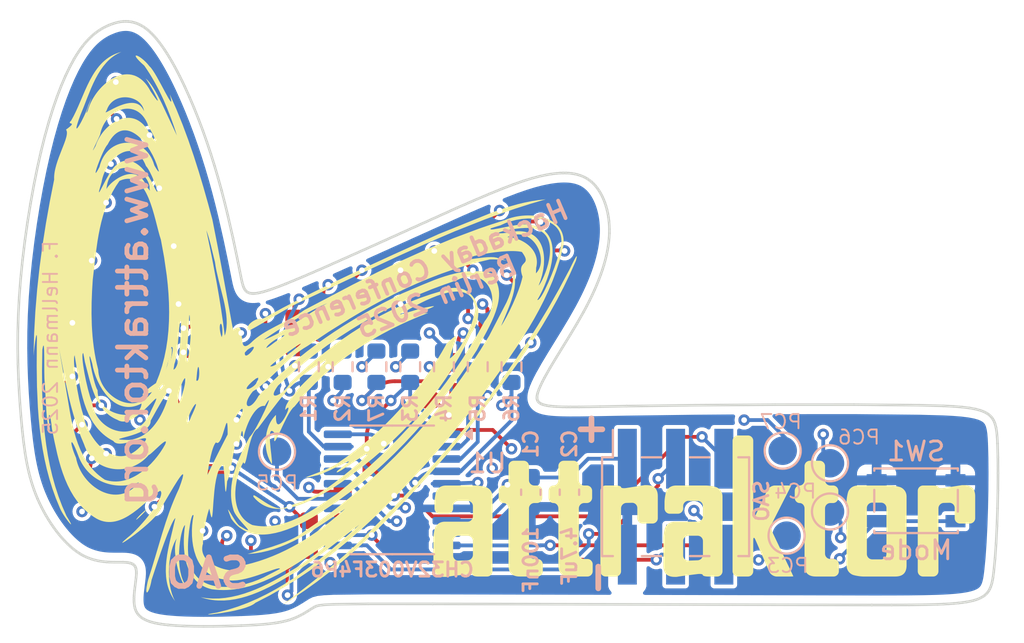
<source format=kicad_pcb>
(kicad_pcb (version 20240108) (generator "pcbnew") (generator_version "8.0")
  (layers (0 "F.Cu" signal) (1 "In1.Cu" signal) (2 "In2.Cu" signal) (31 "B.Cu" signal) (34 "B.Paste" user) (35 "F.Paste" user) (36 "B.SilkS" user "B.Silkscreen") (37 "F.SilkS" user "F.Silkscreen") (38 "B.Mask" user) (39 "F.Mask" user) (44 "Edge.Cuts" user))
  (net 0 "")
  (net 1 "GND")
  (net 2 "VCC")
  (net 3 "IO1")
  (net 4 "Net-(D1-K)")
  (net 5 "IO2")
  (net 6 "IO3")
  (net 7 "IO4")
  (net 8 "IO5")
  (net 9 "IO6")
  (net 10 "/PD0")
  (net 11 "Net-(D10-K)")
  (net 12 "IO0")
  (net 13 "/SDA")
  (net 14 "/SWD")
  (net 15 "/SCL")
  (net 16 "Net-(U1-PC3)")
  (net 17 "Net-(U1-PC0)")
  (net 18 "Net-(U1-PC4)")
  (net 19 "Net-(U1-PC5)")
  (net 20 "Net-(U1-PC6)")
  (net 21 "Net-(U1-PC7)")
  (net 23 "Net-(D13-K)")
  (net 24 "Net-(D19-K)")
  (net 25 "Net-(D25-K)")
  (net 26 "Net-(D31-K)")
  (net 27 "Net-(D37-K)")
  (footprint "LED_SMD:LED_0603_1608Metric_noSilk" (layer "F.Cu") (at 139.446 106.68 90)
    (property "Reference" "D31")
    (property "Value" "LED")
  )
  (footprint "LED_SMD:LED_0603_1608Metric_noSilk" (layer "F.Cu") (at 136.398 110.236 90)
    (property "Reference" "D33")
    (property "Value" "LED")
  )
  (footprint "LED_SMD:LED_0603_1608Metric_noSilk" (layer "F.Cu") (at 138.684 99.06 90)
    (property "Reference" "D23")
    (property "Value" "LED")
  )
  (footprint "LED_SMD:LED_0603_1608Metric_noSilk" (layer "F.Cu") (at 123.952 90.17 90)
    (property "Reference" "D5")
    (property "Value" "LED")
  )
  (footprint "LED_SMD:LED_0603_1608Metric_noSilk" (layer "F.Cu") (at 126.238 107.442 90)
    (property "Reference" "D15")
    (property "Value" "LED")
  )
  (footprint "LED_SMD:LED_0603_1608Metric_noSilk" (layer "F.Cu") (at 127.508 101.092 90)
    (property "Reference" "D1")
    (property "Value" "LED")
  )
  (footprint "LED_SMD:LED_0603_1608Metric_noSilk" (layer "F.Cu") (at 119.38 102.616 90)
    (property "Reference" "D10")
    (property "Value" "LED")
  )
  (footprint "LED_SMD:LED_0603_1608Metric_noSilk" (layer "F.Cu") (at 119.38 105.918 90)
    (property "Reference" "D11")
    (property "Value" "LED")
  )
  (footprint "LED_SMD:LED_0603_1608Metric_noSilk" (layer "F.Cu") (at 130.048 115.062 90)
    (property "Reference" "D37")
    (property "Value" "LED")
  )
  (footprint "LED_SMD:LED_0603_1608Metric_noSilk" (layer "F.Cu") (at 137.922 108.458 90)
    (property "Reference" "D32")
    (property "Value" "LED")
  )
  (footprint "LED_SMD:LED_0603_1608Metric_noSilk" (layer "F.Cu") (at 144.018 101.092 90)
    (property "Reference" "D28")
    (property "Value" "LED")
  )
  (footprint "LED_SMD:LED_0603_1608Metric_noSilk" (layer "F.Cu") (at 126.238 111.506 90)
    (property "Reference" "D40")
    (property "Value" "LED")
  )
  (footprint "LED_SMD:LED_0603_1608Metric_noSilk" (layer "F.Cu") (at 126.238 94.996 90)
    (property "Reference" "D3")
    (property "Value" "LED")
  )
  (footprint "LED_SMD:LED_0603_1608Metric_noSilk" (layer "F.Cu") (at 135.382 100.838 90)
    (property "Reference" "D21")
    (property "Value" "LED")
  )
  (footprint "LED_SMD:LED_0603_1608Metric_noSilk" (layer "F.Cu") (at 142.24 97.282 90)
    (property "Reference" "D25")
    (property "Value" "LED")
  )
  (footprint "LED_SMD:LED_0603_1608Metric_noSilk" (layer "F.Cu") (at 145.542 98.806 90)
    (property "Reference" "D27")
    (property "Value" "LED")
  )
  (footprint "LED_SMD:LED_0603_1608Metric_noSilk" (layer "F.Cu") (at 124.46 109.22 90)
    (property "Reference" "D14")
    (property "Value" "LED")
  )
  (footprint "LED_SMD:LED_0603_1608Metric_noSilk" (layer "F.Cu") (at 140.97 104.648 90)
    (property "Reference" "D30")
    (property "Value" "LED")
  )
  (footprint "LED_SMD:LED_0603_1608Metric_noSilk" (layer "F.Cu") (at 128.016 107.442 90)
    (property "Reference" "D42")
    (property "Value" "LED")
  )
  (footprint "LED_SMD:LED_0603_1608Metric_noSilk" (layer "F.Cu") (at 144.018 97.282 90)
    (property "Reference" "D26")
    (property "Value" "LED")
  )
  (footprint "LED_SMD:LED_0603_1608Metric_noSilk" (layer "F.Cu") (at 134.874 111.506 90)
    (property "Reference" "D34")
    (property "Value" "LED")
  )
  (footprint "LED_SMD:LED_0603_1608Metric_noSilk" (layer "F.Cu") (at 133.858 101.6 90)
    (property "Reference" "D20")
    (property "Value" "LED")
  )
  (footprint "LED_SMD:LED_0603_1608Metric_noSilk" (layer "F.Cu") (at 122.428 110.744 90)
    (property "Reference" "D13")
    (property "Value" "LED")
  )
  (footprint "LED_SMD:LED_0603_1608Metric_noSilk" (layer "F.Cu") (at 122.428 91.186 90)
    (property "Reference" "D6")
    (property "Value" "LED")
  )
  (footprint "LED_SMD:LED_0603_1608Metric_noSilk" (layer "F.Cu") (at 133.096 113.03 90)
    (property "Reference" "D35")
    (property "Value" "LED")
  )
  (footprint "LED_SMD:LED_0603_1608Metric_noSilk" (layer "F.Cu") (at 127.762 110.49 90)
    (property "Reference" "D41")
    (property "Value" "LED")
  )
  (footprint "LED_SMD:LED_0603_1608Metric_noSilk" (layer "F.Cu") (at 125.476 91.948 90)
    (property "Reference" "D4")
    (property "Value" "LED")
  )
  (footprint "LED_SMD:LED_0603_1608Metric_noSilk" (layer "F.Cu") (at 142.494 102.87 90)
    (property "Reference" "D29")
    (property "Value" "LED")
  )
  (footprint "LED_SMD:LED_0603_1608Metric_noSilk" (layer "F.Cu") (at 131.572 114.3 90)
    (property "Reference" "D36")
    (property "Value" "LED")
  )
  (footprint "LED_SMD:LED_0603_1608Metric_noSilk" (layer "F.Cu") (at 140.462 98.044 90)
    (property "Reference" "D24")
    (property "Value" "LED")
  )
  (footprint "LED_SMD:LED_0603_1608Metric_noSilk" (layer "F.Cu") (at 120.65 108.966 90)
    (property "Reference" "D12")
    (property "Value" "LED")
  )
  (footprint "LED_SMD:LED_0603_1608Metric_noSilk" (layer "F.Cu") (at 119.634 99.314 90)
    (property "Reference" "D9")
    (property "Value" "LED")
  )
  (footprint "LED_SMD:LED_0603_1608Metric_noSilk" (layer "F.Cu") (at 132.334 102.362 90)
    (property "Reference" "D19")
    (property "Value" "LED")
  )
  (footprint "LED_SMD:LED_0603_1608Metric_noSilk" (layer "F.Cu") (at 127 98.044 90)
    (property "Reference" "D2")
    (property "Value" "LED")
  )
  (footprint "LED_SMD:LED_0603_1608Metric_noSilk" (layer "F.Cu") (at 129.286 104.14 90)
    (property "Reference" "D17")
    (property "Value" "LED")
  )
  (footprint "LED_SMD:LED_0603_1608Metric_noSilk" (layer "F.Cu") (at 136.906 99.822 90)
    (property "Reference" "D22")
    (property "Value" "LED")
  )
  (footprint "LED_SMD:LED_0603_1608Metric_noSilk" (layer "F.Cu") (at 126.746 114.554 90)
    (property "Reference" "D39")
    (property "Value" "LED")
  )
  (footprint "LED_SMD:LED_0603_1608Metric_noSilk" (layer "F.Cu") (at 120.396 96.266 90)
    (property "Reference" "D8")
    (property "Value" "LED")
  )
  (footprint "LED_SMD:LED_0603_1608Metric_noSilk" (layer "F.Cu") (at 128.524 114.808 90)
    (property "Reference" "D38")
    (property "Value" "LED")
  )
  (footprint "LED_SMD:LED_0603_1608Metric_noSilk" (layer "F.Cu") (at 120.904 92.964 90)
    (property "Reference" "D7")
    (property "Value" "LED")
  )
  (footprint "LED_SMD:LED_0603_1608Metric_noSilk" (layer "F.Cu") (at 127.762 104.394 90)
    (property "Reference" "D16")
    (property "Value" "LED")
  )
  (footprint "LED_SMD:LED_0603_1608Metric_noSilk" (layer "F.Cu") (at 130.81 103.378 90)
    (property "Reference" "D18")
    (property "Value" "LED")
  )
  (footprint "Resistor_SMD:R_0603_1608Metric" (layer "B.Cu") (at 138.43 104.14 90)
    (property "Reference" "R3")
    (property "Value" "1K")
  )
  (footprint "Connector_PinHeader_2.54mm:PinHeader_2x03_P2.54mm_Vertical_SMD" (layer "B.Cu") (at 152.4 111.506 -90)
    (property "Reference" "J1" (hide yes))
    (property "Value" "SAO")
  )
  (footprint "TestPoint:TestPoint_Pad_D1.5mm" (layer "B.Cu") (at 160.528 111.76)
    (property "Reference" "PC4")
    (property "Value" "PC4")
  )
  (footprint "Resistor_SMD:R_0603_1608Metric" (layer "B.Cu") (at 133.096 104.14 90)
    (property "Reference" "R1")
    (property "Value" "1K")
  )
  (footprint "TestPoint:TestPoint_Pad_D1.5mm" (layer "B.Cu") (at 158.0388 108.5596)
    (property "Reference" "PC7")
    (property "Value" "PC7")
  )
  (footprint "TestPoint:TestPoint_Pad_D1.5mm" (layer "B.Cu") (at 158.242 113.03)
    (property "Reference" "PC3")
    (property "Value" "PC3")
  )
  (footprint "Button_Switch_SMD:SW_SPST_PTS810" (layer "B.Cu") (at 165.057 111.193 180)
    (property "Reference" "SW1")
    (property "Value" "Mode")
  )
  (footprint "Resistor_SMD:R_0603_1608Metric" (layer "B.Cu") (at 141.986 104.14 90)
    (property "Reference" "R5")
    (property "Value" "1K")
  )
  (footprint "Capacitor_SMD:C_0603_1608Metric" (layer "B.Cu") (at 146.812 110.744 -90)
    (property "Reference" "C2")
    (property "Value" "4.7uF")
  )
  (footprint "TestPoint:TestPoint_Pad_D1.5mm" (layer "B.Cu") (at 131.4196 108.6104)
    (property "Reference" "PC5")
    (property "Value" "PC5")
  )
  (footprint "Package_SO:TSSOP-20_4.4x6.5mm_P0.65mm" (layer "B.Cu") (at 137.4825 110.621 180)
    (property "Reference" "U1")
    (property "Value" "CH32V003F4P6")
  )
  (footprint "Resistor_SMD:R_0603_1608Metric" (layer "B.Cu") (at 140.208 104.14 90)
    (property "Reference" "R4")
    (property "Value" "1K")
  )
  (footprint "Resistor_SMD:R_0603_1608Metric" (layer "B.Cu") (at 134.874 104.14 90)
    (property "Reference" "R2")
    (property "Value" "1K")
  )
  (footprint "Resistor_SMD:R_0603_1608Metric" (layer "B.Cu") (at 136.652 104.14 90)
    (property "Reference" "R7")
    (property "Value" "1K")
  )
  (footprint "Resistor_SMD:R_0603_1608Metric" (layer "B.Cu") (at 143.764 104.14 90)
    (property "Reference" "R6")
    (property "Value" "1K")
  )
  (footprint "TestPoint:TestPoint_Pad_D1.5mm" (layer "B.Cu") (at 160.528 109.22)
    (property "Reference" "PC6")
    (property "Value" "PC6")
  )
  (footprint "Capacitor_SMD:C_0603_1608Metric" (layer "B.Cu") (at 144.78 110.744 -90)
    (property "Reference" "C1")
    (property "Value" "100nF")
  )
  (gr_line (start 146.05 113.538) (end 153.162 113.538) (stroke (width 0.2)) (layer "F.Cu") (net 17))
  (gr_poly (pts (xy 144.750754 95.566025) (xy 143.945007 95.823681) (xy 143.145449 96.09853) (xy 142.351566 96.389022) (xy 140.778779 97.010732) (xy 139.222549 97.676409) (xy 137.678779 98.373648) (xy 136.143369 99.090049) (xy 133.081242 100.530721) (xy 132.877298 100.619442) (xy 132.675427 100.713221) (xy 132.475471 100.811466) (xy 132.277268 100.913586) (xy 131.885485 101.127081) (xy 131.498797 101.348974) (xy 130.735586 101.79902) (xy 130.356503 102.017706) (xy 129.977393 102.225856) (xy 129.977392 102.225856) (xy 129.944141 102.20955) (xy 129.917457 102.190985) (xy 129.897025 102.170374) (xy 129.882529 102.147932) (xy 129.873654 102.123873) (xy 129.870085 102.09841) (xy 129.871506 102.071759) (xy 129.877601 102.044132) (xy 129.888056 102.015744) (xy 129.902555 101.986809) (xy 129.920781 101.957541) (xy 129.942421 101.928154) (xy 129.967158 101.898862) (xy 129.994677 101.869879) (xy 130.056799 101.813697) (xy 130.126263 101.761319) (xy 130.200546 101.714459) (xy 130.277124 101.674828) (xy 130.315485 101.658259) (xy 130.353474 101.64414) (xy 130.390775 101.632684) (xy 130.427072 101.624106) (xy 130.46205 101.618619) (xy 130.495394 101.616438) (xy 130.526789 101.617777) (xy 130.555918 101.622849) (xy 130.582466 101.63187) (xy 130.606118 101.645052) (xy 131.741468 101.028889) (xy 132.890193 100.436105) (xy 134.049908 99.862874) (xy 135.218231 99.305366) (xy 137.571162 98.222218) (xy 139.92992 97.156044) (xy 142.691226 96.04064) (xy 143.040763 95.912606) (xy 143.392354 95.792458) (xy 143.746323 95.681802) (xy 144.102995 95.582244) (xy 144.462694 95.495389) (xy 144.825745 95.422845) (xy 145.192473 95.366217) (xy 145.563202 95.327112)) (stroke (width -0.000001)) (fill solid) (layer "F.SilkS"))
  (gr_poly (pts (xy 144.415847 109.088107) (xy 144.43008 109.089199) (xy 144.444113 109.090996) (xy 144.457926 109.093481) (xy 144.471503 109.096636) (xy 144.484824 109.100442) (xy 144.497873 109.104882) (xy 144.510631 109.109938) (xy 144.52308 109.115591) (xy 144.535201 109.121823) (xy 144.546978 109.128617) (xy 144.558391 109.135955) (xy 144.569424 109.143817) (xy 144.580057 109.152187) (xy 144.590274 109.161046) (xy 144.600055 109.170376) (xy 144.609383 109.18016) (xy 144.61824 109.190378) (xy 144.626607 109.201014) (xy 144.634467 109.212049) (xy 144.641802 109.223465) (xy 144.648594 109.235243) (xy 144.654825 109.247367) (xy 144.660476 109.259817) (xy 144.665529 109.272577) (xy 144.669968 109.285627) (xy 144.673773 109.29895) (xy 144.676926 109.312528) (xy 144.679411 109.326342) (xy 144.681207 109.340375) (xy 144.682299 109.354609) (xy 144.682667 109.369025) (xy 144.682667 110.108948) (xy 144.683034 110.123365) (xy 144.684126 110.137598) (xy 144.685923 110.15163) (xy 144.688407 110.165444) (xy 144.69156 110.17902) (xy 144.695365 110.192342) (xy 144.699804 110.205391) (xy 144.704858 110.218148) (xy 144.710508 110.230597) (xy 144.716739 110.242718) (xy 144.723531 110.254496) (xy 144.730866 110.265909) (xy 144.738726 110.276942) (xy 144.747094 110.287575) (xy 144.755951 110.297791) (xy 144.765279 110.307572) (xy 144.775059 110.3169) (xy 144.785276 110.325757) (xy 144.795909 110.334125) (xy 144.806942 110.341985) (xy 144.818355 110.34932) (xy 144.830132 110.356112) (xy 144.842254 110.362342) (xy 144.854703 110.367993) (xy 144.86746 110.373047) (xy 144.880509 110.377486) (xy 144.893831 110.381291) (xy 144.907407 110.384444) (xy 144.921221 110.386928) (xy 144.935253 110.388725) (xy 144.949486 110.389817) (xy 144.963903 110.390184) (xy 145.101222 110.390184) (xy 145.115637 110.390552) (xy 145.129871 110.391644) (xy 145.143903 110.393441) (xy 145.157717 110.395926) (xy 145.171293 110.399081) (xy 145.184615 110.402888) (xy 145.197663 110.407328) (xy 145.210422 110.412383) (xy 145.22287 110.418036) (xy 145.234992 110.424268) (xy 145.246768 110.431062) (xy 145.258182 110.438399) (xy 145.269214 110.446262) (xy 145.279848 110.454632) (xy 145.290064 110.463491) (xy 145.299846 110.472821) (xy 145.309173 110.482604) (xy 145.31803 110.492823) (xy 145.326398 110.503459) (xy 145.334258 110.514494) (xy 145.341593 110.525909) (xy 145.348385 110.537688) (xy 145.354615 110.549812) (xy 145.360266 110.562263) (xy 145.36532 110.575022) (xy 145.369758 110.588072) (xy 145.373564 110.601395) (xy 145.376717 110.614973) (xy 145.379202 110.628787) (xy 145.380998 110.64282) (xy 145.382089 110.657054) (xy 145.382457 110.67147) (xy 145.382457 111.032279) (xy 145.382089 111.046695) (xy 145.380998 111.060929) (xy 145.379202 111.074962) (xy 145.376717 111.088777) (xy 145.373564 111.102354) (xy 145.369758 111.115677) (xy 145.36532 111.128727) (xy 145.360266 111.141487) (xy 145.354615 111.153938) (xy 145.348385 111.166061) (xy 145.341593 111.17784) (xy 145.334258 111.189256) (xy 145.326398 111.200291) (xy 145.31803 111.210926) (xy 145.309173 111.221144) (xy 145.299846 111.230928) (xy 145.290064 111.240258) (xy 145.279848 111.249117) (xy 145.269214 111.257487) (xy 145.258182 111.26535) (xy 145.246768 111.272687) (xy 145.234992 111.279481) (xy 145.22287 111.285713) (xy 145.210422 111.291366) (xy 145.197663 111.296422) (xy 145.184615 111.300862) (xy 145.171293 111.304668) (xy 145.157717 111.307823) (xy 145.143903 111.310308) (xy 145.129871 111.312105) (xy 145.115637 111.313197) (xy 145.101222 111.313565) (xy 144.963903 111.313565) (xy 144.949486 111.313933) (xy 144.935253 111.315024) (xy 144.921221 111.316821) (xy 144.907407 111.319305) (xy 144.893831 111.322459) (xy 144.880509 111.326264) (xy 144.86746 111.330702) (xy 144.854703 111.335756) (xy 144.842254 111.341407) (xy 144.830132 111.347638) (xy 144.818355 111.35443) (xy 144.806942 111.361765) (xy 144.795909 111.369625) (xy 144.785276 111.377993) (xy 144.775059 111.386849) (xy 144.765279 111.396177) (xy 144.755951 111.405959) (xy 144.747094 111.416175) (xy 144.738726 111.426809) (xy 144.730866 111.437841) (xy 144.723531 111.449255) (xy 144.716739 111.461031) (xy 144.710508 111.473153) (xy 144.704858 111.4856) (xy 144.699804 111.498359) (xy 144.695365 111.511407) (xy 144.69156 111.524729) (xy 144.688407 111.538305) (xy 144.685923 111.552119) (xy 144.684126 111.566151) (xy 144.683034 111.580384) (xy 144.682667 111.5948) (xy 144.682667 113.977341) (xy 144.683034 113.991753) (xy 144.684126 114.005982) (xy 144.685923 114.020011) (xy 144.688407 114.033822) (xy 144.69156 114.047396) (xy 144.695365 114.060716) (xy 144.699804 114.073763) (xy 144.704858 114.08652) (xy 144.710508 114.098968) (xy 144.716739 114.111089) (xy 144.723531 114.122866) (xy 144.730866 114.134279) (xy 144.738726 114.145313) (xy 144.747094 114.155947) (xy 144.755951 114.166164) (xy 144.765279 114.175946) (xy 144.775059 114.185276) (xy 144.785276 114.194133) (xy 144.795909 114.202502) (xy 144.806942 114.210365) (xy 144.818355 114.217701) (xy 144.830132 114.224495) (xy 144.842254 114.230726) (xy 144.854703 114.236379) (xy 144.86746 114.241434) (xy 144.880509 114.245874) (xy 144.893831 114.24968) (xy 144.907407 114.252835) (xy 144.921221 114.25532) (xy 144.935253 114.257117) (xy 144.949486 114.258209) (xy 144.963903 114.258577) (xy 145.130343 114.258577) (xy 145.144758 114.258944) (xy 145.158992 114.260036) (xy 145.173024 114.261833) (xy 145.186838 114.264319) (xy 145.200414 114.267473) (xy 145.213736 114.27128) (xy 145.226784 114.27572) (xy 145.239542 114.280775) (xy 145.251991 114.286427) (xy 145.264113 114.292659) (xy 145.275889 114.299453) (xy 145.287303 114.306789) (xy 145.298335 114.314651) (xy 145.308969 114.32302) (xy 145.319185 114.331878) (xy 145.328966 114.341207) (xy 145.338294 114.35099) (xy 145.347151 114.361207) (xy 145.355518 114.371841) (xy 145.363379 114.382874) (xy 145.370714 114.394288) (xy 145.377506 114.406064) (xy 145.383736 114.418186) (xy 145.389387 114.430634) (xy 145.394441 114.44339) (xy 145.398879 114.456437) (xy 145.402685 114.469757) (xy 145.405838 114.483332) (xy 145.408323 114.497142) (xy 145.410119 114.511172) (xy 145.41121 114.525401) (xy 145.411578 114.539813) (xy 145.411578 114.900671) (xy 145.41121 114.915086) (xy 145.410119 114.92932) (xy 145.408323 114.943352) (xy 145.405838 114.957166) (xy 145.402685 114.970742) (xy 145.398879 114.984064) (xy 145.394441 114.997112) (xy 145.389387 115.009871) (xy 145.383736 115.022319) (xy 145.377506 115.034441) (xy 145.370714 115.046217) (xy 145.363379 115.057631) (xy 145.355518 115.068663) (xy 145.347151 115.079297) (xy 145.338294 115.089513) (xy 145.328966 115.099295) (xy 145.319185 115.108622) (xy 145.308969 115.117479) (xy 145.298335 115.125847) (xy 145.287303 115.133707) (xy 145.275889 115.141042) (xy 145.264113 115.147834) (xy 145.251991 115.154064) (xy 145.239542 115.159715) (xy 145.226784 115.164769) (xy 145.213736 115.169207) (xy 145.200414 115.173013) (xy 145.186838 115.176166) (xy 145.173024 115.178651) (xy 145.158992 115.180447) (xy 145.144758 115.181538) (xy 145.130343 115.181906) (xy 144.206466 115.181906) (xy 144.132424 115.179626) (xy 144.097273 115.176773) (xy 144.063365 115.172776) (xy 144.030696 115.167633) (xy 143.999262 115.161342) (xy 143.969059 115.153901) (xy 143.940085 115.145309) (xy 143.912336 115.135564) (xy 143.885807 115.124664) (xy 143.860496 115.112607) (xy 143.836398 115.099391) (xy 143.813511 115.085015) (xy 143.79183 115.069477) (xy 143.771353 115.052775) (xy 143.752076 115.034908) (xy 143.733994 115.015872) (xy 143.717104 114.995668) (xy 143.701404 114.974292) (xy 143.686889 114.951743) (xy 143.673555 114.92802) (xy 143.6614 114.903121) (xy 143.650419 114.877043) (xy 143.64061 114.849785) (xy 143.631968 114.821345) (xy 143.62449 114.791722) (xy 143.618172 114.760913) (xy 143.61301 114.728917) (xy 143.609002 114.695732) (xy 143.606143 114.661356) (xy 143.603861 114.589025) (xy 143.603861 111.5948) (xy 143.603524 111.580384) (xy 143.602524 111.566151) (xy 143.60088 111.552119) (xy 143.598604 111.538305) (xy 143.595717 111.524729) (xy 143.592232 111.511407) (xy 143.588168 111.498359) (xy 143.58354 111.4856) (xy 143.578365 111.473153) (xy 143.572659 111.461031) (xy 143.566439 111.449255) (xy 143.559722 111.437841) (xy 143.552523 111.426809) (xy 143.544861 111.416175) (xy 143.536749 111.405959) (xy 143.528207 111.396177) (xy 143.519249 111.386849) (xy 143.509893 111.377993) (xy 143.500155 111.369625) (xy 143.490051 111.361765) (xy 143.479597 111.35443) (xy 143.468811 111.347638) (xy 143.45771 111.341407) (xy 143.446308 111.335756) (xy 143.434623 111.330702) (xy 143.422672 111.326264) (xy 143.410471 111.322459) (xy 143.398036 111.319305) (xy 143.385384 111.316821) (xy 143.372532 111.315024) (xy 143.359494 111.313933) (xy 143.34629 111.313565) (xy 143.333085 111.313197) (xy 143.320049 111.312105) (xy 143.307196 111.310308) (xy 143.294544 111.307823) (xy 143.282109 111.304668) (xy 143.269908 111.300862) (xy 143.257956 111.296422) (xy 143.246272 111.291366) (xy 143.234871 111.285713) (xy 143.223768 111.279481) (xy 143.212983 111.272687) (xy 143.20253 111.26535) (xy 143.192426 111.257487) (xy 143.182687 111.249117) (xy 143.173331 111.240258) (xy 143.164374 111.230928) (xy 143.15583 111.221144) (xy 143.14772 111.210926) (xy 143.140056 111.200291) (xy 143.132859 111.189256) (xy 143.126141 111.17784) (xy 143.119921 111.166061) (xy 143.114216 111.153938) (xy 143.10904 111.141487) (xy 143.104413 111.128727) (xy 143.100348 111.115677) (xy 143.096863 111.102354) (xy 143.093976 111.088777) (xy 143.091701 111.074962) (xy 143.090055 111.060929) (xy 143.089056 111.046695) (xy 143.08872 111.032279) (xy 143.08872 110.67147) (xy 143.089056 110.657054) (xy 143.090055 110.64282) (xy 143.091701 110.628787) (xy 143.093976 110.614973) (xy 143.096863 110.601395) (xy 143.100348 110.588072) (xy 143.104413 110.575022) (xy 143.10904 110.562263) (xy 143.114216 110.549812) (xy 143.119921 110.537688) (xy 143.126141 110.525909) (xy 143.132859 110.514494) (xy 143.140056 110.503459) (xy 143.14772 110.492823) (xy 143.15583 110.482604) (xy 143.164374 110.472821) (xy 143.173331 110.463491) (xy 143.182687 110.454632) (xy 143.192426 110.446262) (xy 143.20253 110.438399) (xy 143.212983 110.431062) (xy 143.223768 110.424268) (xy 143.234871 110.418036) (xy 143.246272 110.412383) (xy 143.257956 110.407328) (xy 143.269908 110.402888) (xy 143.282109 110.399081) (xy 143.294544 110.395926) (xy 143.307196 110.393441) (xy 143.320049 110.391644) (xy 143.333085 110.390552) (xy 143.34629 110.390184) (xy 143.359494 110.389817) (xy 143.372532 110.388725) (xy 143.385384 110.386928) (xy 143.398036 110.384444) (xy 143.410471 110.381291) (xy 143.422672 110.377486) (xy 143.434623 110.373047) (xy 143.446308 110.367993) (xy 143.45771 110.362342) (xy 143.468811 110.356112) (xy 143.479597 110.34932) (xy 143.490051 110.341985) (xy 143.500155 110.334125) (xy 143.509893 110.325757) (xy 143.519249 110.3169) (xy 143.528207 110.307572) (xy 143.536749 110.297791) (xy 143.544861 110.287575) (xy 143.552523 110.276942) (xy 143.559722 110.265909) (xy 143.566439 110.254496) (xy 143.572659 110.242718) (xy 143.578365 110.230597) (xy 143.58354 110.218148) (xy 143.588168 110.205391) (xy 143.592232 110.192342) (xy 143.595717 110.17902) (xy 143.598604 110.165444) (xy 143.60088 110.15163) (xy 143.602524 110.137598) (xy 143.603524 110.123365) (xy 143.603861 110.108948) (xy 143.603861 109.369025) (xy 143.604228 109.354609) (xy 143.60532 109.340375) (xy 143.607117 109.326342) (xy 143.609601 109.312528) (xy 143.612754 109.29895) (xy 143.616559 109.285627) (xy 143.620998 109.272577) (xy 143.626052 109.259817) (xy 143.631703 109.247367) (xy 143.637933 109.235243) (xy 143.644725 109.223465) (xy 143.65206 109.212049) (xy 143.659921 109.201014) (xy 143.668288 109.190378) (xy 143.677146 109.18016) (xy 143.686473 109.170376) (xy 143.696255 109.161046) (xy 143.706471 109.152187) (xy 143.717104 109.143817) (xy 143.728137 109.135955) (xy 143.739551 109.128617) (xy 143.751327 109.121823) (xy 143.763449 109.115591) (xy 143.775898 109.109938) (xy 143.788656 109.104882) (xy 143.801704 109.100442) (xy 143.815026 109.096636) (xy 143.828603 109.093481) (xy 143.842416 109.090996) (xy 143.856449 109.089199) (xy 143.870682 109.088107) (xy 143.885098 109.087739) (xy 144.401431 109.087739)) (fill solid) (layer "F.SilkS"))
  (gr_poly (pts (xy 163.704017 110.390585) (xy 163.735937 110.391899) (xy 163.804298 110.396948) (xy 163.876812 110.404931) (xy 163.951226 110.415494) (xy 164.025289 110.428281) (xy 164.09675 110.442941) (xy 164.163357 110.459117) (xy 164.194136 110.467664) (xy 164.222858 110.476457) (xy 164.237253 110.48188) (xy 164.253774 110.48906) (xy 164.275203 110.499573) (xy 164.300558 110.513689) (xy 164.328858 110.531672) (xy 164.359119 110.553792) (xy 164.37468 110.566486) (xy 164.390364 110.580314) (xy 164.406047 110.595309) (xy 164.421607 110.611505) (xy 164.436922 110.628935) (xy 164.45187 110.647633) (xy 164.466326 110.667632) (xy 164.480169 110.688965) (xy 164.493276 110.711665) (xy 164.505524 110.735766) (xy 164.51679 110.761302) (xy 164.526952 110.788306) (xy 164.535888 110.81681) (xy 164.543474 110.846849) (xy 164.549588 110.878457) (xy 164.554107 110.911664) (xy 164.556908 110.946507) (xy 164.557869 110.983018) (xy 164.557869 114.589025) (xy 164.555578 114.661356) (xy 164.552715 114.695732) (xy 164.548704 114.728917) (xy 164.543539 114.760913) (xy 164.537218 114.791722) (xy 164.529736 114.821345) (xy 164.521092 114.849785) (xy 164.511279 114.877043) (xy 164.500296 114.903121) (xy 164.488138 114.92802) (xy 164.474802 114.951743) (xy 164.460285 114.974292) (xy 164.444582 114.995668) (xy 164.42769 115.015872) (xy 164.409606 115.034908) (xy 164.390326 115.052775) (xy 164.369847 115.069477) (xy 164.348164 115.085015) (xy 164.325274 115.099391) (xy 164.301174 115.112607) (xy 164.27586 115.124664) (xy 164.249329 115.135564) (xy 164.221577 115.145309) (xy 164.1926 115.153901) (xy 164.162394 115.161342) (xy 164.130957 115.167633) (xy 164.098284 115.172776) (xy 164.064372 115.176773) (xy 164.029218 115.179626) (xy 163.955166 115.181906) (xy 162.292503 115.181906) (xy 162.230535 115.180171) (xy 162.162149 115.175198) (xy 162.089596 115.167335) (xy 162.015131 115.156928) (xy 161.941008 115.144326) (xy 161.86948 115.129877) (xy 161.802803 115.113928) (xy 161.743229 115.096826) (xy 161.728435 115.091352) (xy 161.711456 115.084114) (xy 161.689434 115.073523) (xy 161.663376 115.059317) (xy 161.634294 115.041231) (xy 161.603193 115.019003) (xy 161.587202 115.006253) (xy 161.571084 114.992368) (xy 161.554967 114.977315) (xy 161.538975 114.961063) (xy 161.523236 114.943577) (xy 161.507874 114.924824) (xy 161.493018 114.904772) (xy 161.478792 114.883388) (xy 161.465322 114.860639) (xy 161.452734 114.836491) (xy 161.441156 114.810913) (xy 161.430712 114.78387) (xy 161.421529 114.75533) (xy 161.413733 114.725261) (xy 161.40745 114.693629) (xy 161.402806 114.660401) (xy 161.399927 114.625544) (xy 161.398939 114.589025) (xy 161.398939 111.575354) (xy 162.468123 111.575354) (xy 162.468123 113.996787) (xy 162.468492 114.011204) (xy 162.469583 114.025437) (xy 162.471379 114.039469) (xy 162.473864 114.053282) (xy 162.477017 114.066859) (xy 162.480822 114.080181) (xy 162.485261 114.09323) (xy 162.490314 114.105987) (xy 162.495966 114.118436) (xy 162.502197 114.130558) (xy 162.508988 114.142334) (xy 162.516323 114.153748) (xy 162.524184 114.16478) (xy 162.532551 114.175414) (xy 162.541408 114.18563) (xy 162.550736 114.195411) (xy 162.560517 114.20474) (xy 162.570733 114.213596) (xy 162.581367 114.221963) (xy 162.592399 114.229824) (xy 162.603813 114.237159) (xy 162.61559 114.24395) (xy 162.627711 114.250181) (xy 162.64016 114.255833) (xy 162.652917 114.260886) (xy 162.665967 114.265325) (xy 162.679288 114.269129) (xy 162.692865 114.272283) (xy 162.706678 114.274767) (xy 162.72071 114.276564) (xy 162.734943 114.277655) (xy 162.749359 114.278023) (xy 163.217174 114.278023) (xy 163.23159 114.277655) (xy 163.245823 114.276564) (xy 163.259855 114.274767) (xy 163.273668 114.272283) (xy 163.287245 114.269129) (xy 163.300566 114.265325) (xy 163.313615 114.260886) (xy 163.326373 114.255833) (xy 163.338822 114.250181) (xy 163.350943 114.24395) (xy 163.36272 114.237159) (xy 163.374134 114.229824) (xy 163.385166 114.221963) (xy 163.3958 114.213596) (xy 163.406016 114.20474) (xy 163.415797 114.195411) (xy 163.425125 114.18563) (xy 163.433982 114.175414) (xy 163.442349 114.16478) (xy 163.450209 114.153748) (xy 163.457545 114.142334) (xy 163.464336 114.130558) (xy 163.470567 114.118436) (xy 163.476219 114.105987) (xy 163.481272 114.09323) (xy 163.485711 114.080181) (xy 163.489515 114.066859) (xy 163.492669 114.053282) (xy 163.495154 114.039469) (xy 163.49695 114.025437) (xy 163.498041 114.011204) (xy 163.49841 113.996787) (xy 163.49841 111.575354) (xy 163.498041 111.560937) (xy 163.49695 111.546704) (xy 163.495154 111.53267) (xy 163.492669 111.518856) (xy 163.489515 111.505279) (xy 163.485711 111.491956) (xy 163.481272 111.478905) (xy 163.476219 111.466147) (xy 163.470567 111.453696) (xy 163.464336 111.441572) (xy 163.457545 111.429794) (xy 163.450209 111.418378) (xy 163.442349 111.407343) (xy 163.433982 111.396707) (xy 163.425125 111.386489) (xy 163.415797 111.376706) (xy 163.406016 111.367375) (xy 163.3958 111.358516) (xy 163.385166 111.350146) (xy 163.374134 111.342284) (xy 163.36272 111.334946) (xy 163.350943 111.328153) (xy 163.338822 111.32192) (xy 163.326373 111.316267) (xy 163.313615 111.311212) (xy 163.300566 111.306772) (xy 163.287245 111.302966) (xy 163.273668 111.29981) (xy 163.259855 111.297326) (xy 163.245823 111.295528) (xy 163.23159 111.294437) (xy 163.217174 111.294068) (xy 162.749359 111.294068) (xy 162.734943 111.294437) (xy 162.72071 111.295528) (xy 162.706678 111.297326) (xy 162.692865 111.29981) (xy 162.679288 111.302966) (xy 162.665967 111.306772) (xy 162.652917 111.311212) (xy 162.64016 111.316267) (xy 162.627711 111.32192) (xy 162.61559 111.328153) (xy 162.603813 111.334946) (xy 162.592399 111.342284) (xy 162.581367 111.350146) (xy 162.570733 111.358516) (xy 162.560517 111.367375) (xy 162.550736 111.376706) (xy 162.541408 111.386489) (xy 162.532551 111.396707) (xy 162.524184 111.407343) (xy 162.516323 111.418378) (xy 162.508988 111.429794) (xy 162.502197 111.441572) (xy 162.495966 111.453696) (xy 162.490314 111.466147) (xy 162.485261 111.478905) (xy 162.480822 111.491956) (xy 162.477017 111.505279) (xy 162.473864 111.518856) (xy 162.471379 111.53267) (xy 162.469583 111.546704) (xy 162.468492 111.560937) (xy 162.468123 111.575354) (xy 161.398939 111.575354) (xy 161.398939 111.264304) (xy 161.399394 111.234268) (xy 161.400728 111.202352) (xy 161.405855 111.13401) (xy 161.413961 111.061528) (xy 161.424687 110.987155) (xy 161.437673 110.913143) (xy 161.45256 110.841741) (xy 161.468989 110.775201) (xy 161.47767 110.744458) (xy 161.486601 110.715773) (xy 161.492007 110.701781) (xy 161.499213 110.685722) (xy 161.50982 110.664892) (xy 161.524127 110.640247) (xy 161.542434 110.61274) (xy 161.55318 110.598211) (xy 161.565039 110.583324) (xy 161.578048 110.568199) (xy 161.592243 110.552955) (xy 161.607663 110.537711) (xy 161.624345 110.522585) (xy 161.642325 110.507699) (xy 161.661643 110.49317) (xy 161.682334 110.479118) (xy 161.704437 110.465663) (xy 161.727988 110.452923) (xy 161.753025 110.441018) (xy 161.779587 110.430066) (xy 161.807709 110.420189) (xy 161.83743 110.411503) (xy 161.868786 110.404129) (xy 161.901816 110.398187) (xy 161.936556 110.393794) (xy 161.973045 110.391071) (xy 162.011319 110.390137) (xy 163.673979 110.390137)) (fill solid) (layer "F.SilkS"))
  (gr_poly (pts (xy 159.998946 109.088107) (xy 160.013178 109.089199) (xy 160.027211 109.090996) (xy 160.041024 109.093481) (xy 160.054601 109.096636) (xy 160.067922 109.100442) (xy 160.080971 109.104882) (xy 160.093729 109.109938) (xy 160.106178 109.115591) (xy 160.118299 109.121823) (xy 160.130076 109.128617) (xy 160.141489 109.135955) (xy 160.152522 109.143817) (xy 160.163155 109.152187) (xy 160.173372 109.161046) (xy 160.183153 109.170376) (xy 160.192481 109.18016) (xy 160.201338 109.190378) (xy 160.209705 109.201014) (xy 160.217565 109.212049) (xy 160.2249 109.223465) (xy 160.231692 109.235243) (xy 160.237923 109.247367) (xy 160.243575 109.259817) (xy 160.248628 109.272577) (xy 160.253067 109.285627) (xy 160.256871 109.29895) (xy 160.260025 109.312528) (xy 160.26251 109.326342) (xy 160.264306 109.340375) (xy 160.265397 109.354609) (xy 160.265766 109.369025) (xy 160.265766 110.108948) (xy 160.266133 110.123365) (xy 160.267224 110.137598) (xy 160.269021 110.15163) (xy 160.271505 110.165444) (xy 160.274659 110.17902) (xy 160.278464 110.192342) (xy 160.282902 110.205391) (xy 160.287957 110.218148) (xy 160.293608 110.230597) (xy 160.299838 110.242718) (xy 160.30663 110.254496) (xy 160.313965 110.265909) (xy 160.321825 110.276942) (xy 160.330193 110.287575) (xy 160.33905 110.297791) (xy 160.348377 110.307572) (xy 160.358159 110.3169) (xy 160.368375 110.325757) (xy 160.379009 110.334125) (xy 160.390041 110.341985) (xy 160.401455 110.34932) (xy 160.413231 110.356112) (xy 160.425353 110.362342) (xy 160.437802 110.367993) (xy 160.45056 110.373047) (xy 160.463608 110.377486) (xy 160.47693 110.381291) (xy 160.490506 110.384444) (xy 160.50432 110.386928) (xy 160.518352 110.388725) (xy 160.532585 110.389817) (xy 160.547001 110.390184) (xy 160.684419 110.390184) (xy 160.698834 110.390552) (xy 160.713068 110.391644) (xy 160.7271 110.393441) (xy 160.740914 110.395926) (xy 160.75449 110.399081) (xy 160.767812 110.402888) (xy 160.78086 110.407328) (xy 160.793618 110.412383) (xy 160.806066 110.418036) (xy 160.818189 110.424268) (xy 160.829965 110.431062) (xy 160.841379 110.438399) (xy 160.852411 110.446262) (xy 160.863045 110.454632) (xy 160.873261 110.463491) (xy 160.883042 110.472821) (xy 160.89237 110.482604) (xy 160.901227 110.492823) (xy 160.909594 110.503459) (xy 160.917455 110.514494) (xy 160.92479 110.525909) (xy 160.931582 110.537688) (xy 160.937812 110.549812) (xy 160.943463 110.562263) (xy 160.948518 110.575022) (xy 160.952955 110.588072) (xy 160.956761 110.601395) (xy 160.959915 110.614973) (xy 160.962399 110.628787) (xy 160.964196 110.64282) (xy 160.965287 110.657054) (xy 160.965654 110.67147) (xy 160.965654 111.032279) (xy 160.965287 111.046695) (xy 160.964196 111.060929) (xy 160.962399 111.074962) (xy 160.959915 111.088777) (xy 160.956761 111.102354) (xy 160.952955 111.115677) (xy 160.948518 111.128727) (xy 160.943463 111.141487) (xy 160.937812 111.153938) (xy 160.931582 111.166061) (xy 160.92479 111.17784) (xy 160.917455 111.189256) (xy 160.909594 111.200291) (xy 160.901227 111.210926) (xy 160.89237 111.221144) (xy 160.883042 111.230928) (xy 160.873261 111.240258) (xy 160.863045 111.249117) (xy 160.852411 111.257487) (xy 160.841379 111.26535) (xy 160.829965 111.272687) (xy 160.818189 111.279481) (xy 160.806066 111.285713) (xy 160.793618 111.291366) (xy 160.78086 111.296422) (xy 160.767812 111.300862) (xy 160.75449 111.304668) (xy 160.740914 111.307823) (xy 160.7271 111.310308) (xy 160.713068 111.312105) (xy 160.698834 111.313197) (xy 160.684419 111.313565) (xy 160.547001 111.313565) (xy 160.532585 111.313933) (xy 160.518352 111.315024) (xy 160.50432 111.316821) (xy 160.490506 111.319305) (xy 160.47693 111.322459) (xy 160.463608 111.326264) (xy 160.45056 111.330702) (xy 160.437802 111.335756) (xy 160.425353 111.341407) (xy 160.413231 111.347638) (xy 160.401455 111.35443) (xy 160.390041 111.361765) (xy 160.379009 111.369625) (xy 160.368375 111.377993) (xy 160.358159 111.386849) (xy 160.348377 111.396177) (xy 160.33905 111.405959) (xy 160.330193 111.416175) (xy 160.321825 111.426809) (xy 160.313965 111.437841) (xy 160.30663 111.449255) (xy 160.299838 111.461031) (xy 160.293608 111.473153) (xy 160.287957 111.4856) (xy 160.282902 111.498359) (xy 160.278464 111.511407) (xy 160.274659 111.524729) (xy 160.271505 111.538305) (xy 160.269021 111.552119) (xy 160.267224 111.566151) (xy 160.266133 111.580384) (xy 160.265766 111.5948) (xy 160.265766 113.977341) (xy 160.266133 113.991753) (xy 160.267224 114.005982) (xy 160.269021 114.020011) (xy 160.271505 114.033822) (xy 160.274659 114.047396) (xy 160.278464 114.060716) (xy 160.282902 114.073763) (xy 160.287957 114.08652) (xy 160.293608 114.098968) (xy 160.299838 114.111089) (xy 160.30663 114.122866) (xy 160.313965 114.134279) (xy 160.321825 114.145313) (xy 160.330193 114.155947) (xy 160.33905 114.166164) (xy 160.348377 114.175946) (xy 160.358159 114.185276) (xy 160.368375 114.194133) (xy 160.379009 114.202502) (xy 160.390041 114.210365) (xy 160.401455 114.217701) (xy 160.413231 114.224495) (xy 160.425353 114.230726) (xy 160.437802 114.236379) (xy 160.45056 114.241434) (xy 160.463608 114.245874) (xy 160.47693 114.24968) (xy 160.490506 114.252835) (xy 160.50432 114.25532) (xy 160.518352 114.257117) (xy 160.532585 114.258209) (xy 160.547001 114.258577) (xy 160.713538 114.258577) (xy 160.727954 114.258944) (xy 160.742187 114.260036) (xy 160.75622 114.261833) (xy 160.770033 114.264319) (xy 160.78361 114.267473) (xy 160.796931 114.27128) (xy 160.80998 114.27572) (xy 160.822737 114.280775) (xy 160.835186 114.286427) (xy 160.847308 114.292659) (xy 160.859085 114.299453) (xy 160.870498 114.306789) (xy 160.881531 114.314651) (xy 160.892164 114.32302) (xy 160.902381 114.331878) (xy 160.912161 114.341207) (xy 160.92149 114.35099) (xy 160.930347 114.361207) (xy 160.938714 114.371841) (xy 160.946574 114.382874) (xy 160.953909 114.394288) (xy 160.960701 114.406064) (xy 160.966932 114.418186) (xy 160.972583 114.430634) (xy 160.977637 114.44339) (xy 160.982075 114.456437) (xy 160.98588 114.469757) (xy 160.989034 114.483332) (xy 160.991518 114.497142) (xy 160.993315 114.511172) (xy 160.994406 114.525401) (xy 160.994774 114.539813) (xy 160.994774 114.900671) (xy 160.994406 114.915086) (xy 160.993315 114.92932) (xy 160.991518 114.943352) (xy 160.989034 114.957166) (xy 160.98588 114.970742) (xy 160.982075 114.984064) (xy 160.977637 114.997112) (xy 160.972583 115.009871) (xy 160.966932 115.022319) (xy 160.960701 115.034441) (xy 160.953909 115.046217) (xy 160.946574 115.057631) (xy 160.938714 115.068663) (xy 160.930347 115.079297) (xy 160.92149 115.089513) (xy 160.912161 115.099295) (xy 160.902381 115.108622) (xy 160.892164 115.117479) (xy 160.881531 115.125847) (xy 160.870498 115.133707) (xy 160.859085 115.141042) (xy 160.847308 115.147834) (xy 160.835186 115.154064) (xy 160.822737 115.159715) (xy 160.80998 115.164769) (xy 160.796931 115.169207) (xy 160.78361 115.173013) (xy 160.770033 115.176166) (xy 160.75622 115.178651) (xy 160.742187 115.180447) (xy 160.727954 115.181538) (xy 160.713538 115.181906) (xy 159.789513 115.181906) (xy 159.715471 115.179626) (xy 159.680322 115.176773) (xy 159.646414 115.172776) (xy 159.613746 115.167633) (xy 159.582313 115.161342) (xy 159.552112 115.153901) (xy 159.52314 115.145309) (xy 159.495392 115.135564) (xy 159.468865 115.124664) (xy 159.443556 115.112607) (xy 159.419461 115.099391) (xy 159.396576 115.085015) (xy 159.374898 115.069477) (xy 159.354423 115.052775) (xy 159.335148 115.034908) (xy 159.317069 115.015872) (xy 159.300182 114.995668) (xy 159.284484 114.974292) (xy 159.269971 114.951743) (xy 159.25664 114.92802) (xy 159.244487 114.903121) (xy 159.233508 114.877043) (xy 159.2237 114.849785) (xy 159.21506 114.821345) (xy 159.207583 114.791722) (xy 159.201267 114.760913) (xy 159.196107 114.728917) (xy 159.192099 114.695732) (xy 159.189241 114.661356) (xy 159.18696 114.589025) (xy 159.18696 111.5948) (xy 159.186622 111.580384) (xy 159.185623 111.566151) (xy 159.183977 111.552119) (xy 159.181701 111.538305) (xy 159.178812 111.524729) (xy 159.175326 111.511407) (xy 159.171261 111.498359) (xy 159.166631 111.4856) (xy 159.161454 111.473153) (xy 159.155747 111.461031) (xy 159.149526 111.449255) (xy 159.142807 111.437841) (xy 159.135607 111.426809) (xy 159.127942 111.416175) (xy 159.11983 111.405959) (xy 159.111286 111.396177) (xy 159.102327 111.386849) (xy 159.09297 111.377993) (xy 159.083231 111.369625) (xy 159.073126 111.361765) (xy 159.062673 111.35443) (xy 159.051887 111.347638) (xy 159.040785 111.341407) (xy 159.029384 111.335756) (xy 159.0177 111.330702) (xy 159.00575 111.326264) (xy 158.99355 111.322459) (xy 158.981118 111.319305) (xy 158.968468 111.316821) (xy 158.955618 111.315024) (xy 158.942585 111.313933) (xy 158.929384 111.313565) (xy 158.916184 111.313197) (xy 158.903151 111.312105) (xy 158.890302 111.310308) (xy 158.877653 111.307823) (xy 158.86522 111.304668) (xy 158.853021 111.300862) (xy 158.841071 111.296422) (xy 158.829387 111.291366) (xy 158.817987 111.285713) (xy 158.806885 111.279481) (xy 158.796099 111.272687) (xy 158.785646 111.26535) (xy 158.775542 111.257487) (xy 158.765802 111.249117) (xy 158.756445 111.240258) (xy 158.747486 111.230928) (xy 158.738942 111.221144) (xy 158.73083 111.210926) (xy 158.723165 111.200291) (xy 158.715965 111.189256) (xy 158.709246 111.17784) (xy 158.703025 111.166061) (xy 158.697318 111.153938) (xy 158.692141 111.141487) (xy 158.687511 111.128727) (xy 158.683446 111.115677) (xy 158.67996 111.102354) (xy 158.677071 111.088777) (xy 158.674795 111.074962) (xy 158.673149 111.060929) (xy 158.672149 111.046695) (xy 158.671812 111.032279) (xy 158.671812 110.67147) (xy 158.672149 110.657054) (xy 158.673149 110.64282) (xy 158.674794 110.628787) (xy 158.677071 110.614973) (xy 158.67996 110.601395) (xy 158.683445 110.588072) (xy 158.687511 110.575022) (xy 158.69214 110.562263) (xy 158.697317 110.549812) (xy 158.703024 110.537688) (xy 158.709246 110.525909) (xy 158.715964 110.514494) (xy 158.723164 110.503459) (xy 158.730829 110.492823) (xy 158.738941 110.482604) (xy 158.747485 110.472821) (xy 158.756444 110.463491) (xy 158.765802 110.454632) (xy 158.77554 110.446262) (xy 158.785645 110.438399) (xy 158.796099 110.431062) (xy 158.806884 110.424268) (xy 158.817986 110.418036) (xy 158.829387 110.412383) (xy 158.84107 110.407328) (xy 158.85302 110.402888) (xy 158.865219 110.399081) (xy 158.877652 110.395926) (xy 158.890302 110.393441) (xy 158.903151 110.391644) (xy 158.916184 110.390552) (xy 158.929384 110.390184) (xy 158.942585 110.389817) (xy 158.955618 110.388725) (xy 158.968467 110.386928) (xy 158.981117 110.384444) (xy 158.99355 110.381291) (xy 159.005749 110.377486) (xy 159.017699 110.373047) (xy 159.029382 110.367993) (xy 159.040784 110.362342) (xy 159.051885 110.356112) (xy 159.062671 110.34932) (xy 159.073125 110.341985) (xy 159.083229 110.334125) (xy 159.092969 110.325757) (xy 159.102326 110.3169) (xy 159.111285 110.307572) (xy 159.119829 110.297791) (xy 159.127941 110.287575) (xy 159.135606 110.276942) (xy 159.142806 110.265909) (xy 159.149525 110.254496) (xy 159.155747 110.242718) (xy 159.161454 110.230597) (xy 159.166631 110.218148) (xy 159.171261 110.205391) (xy 159.175326 110.192342) (xy 159.178812 110.17902) (xy 159.181701 110.165444) (xy 159.183977 110.15163) (xy 159.185622 110.137598) (xy 159.186622 110.123365) (xy 159.18696 110.108948) (xy 159.18696 109.369025) (xy 159.187327 109.354609) (xy 159.188418 109.340375) (xy 159.190215 109.326342) (xy 159.192699 109.312528) (xy 159.195853 109.29895) (xy 159.199658 109.285627) (xy 159.204096 109.272577) (xy 159.209151 109.259817) (xy 159.214802 109.247367) (xy 159.221032 109.235243) (xy 159.227824 109.223465) (xy 159.235159 109.212049) (xy 159.243019 109.201014) (xy 159.251387 109.190378) (xy 159.260244 109.18016) (xy 159.269572 109.170376) (xy 159.279353 109.161046) (xy 159.289569 109.152187) (xy 159.300203 109.143817) (xy 159.311235 109.135955) (xy 159.322649 109.128617) (xy 159.334425 109.121823) (xy 159.346547 109.115591) (xy 159.358996 109.109938) (xy 159.371754 109.104882) (xy 159.384802 109.100442) (xy 159.398124 109.096636) (xy 159.4117 109.093481) (xy 159.425514 109.090996) (xy 159.439546 109.089199) (xy 159.453779 109.088107) (xy 159.468195 109.087739) (xy 159.98453 109.087739)) (fill solid) (layer "F.SilkS"))
  (gr_poly (pts (xy 154.01585 110.390585) (xy 154.047771 110.391899) (xy 154.116138 110.396948) (xy 154.188657 110.404931) (xy 154.263078 110.415494) (xy 154.337144 110.428281) (xy 154.408603 110.442941) (xy 154.475202 110.459117) (xy 154.505975 110.467664) (xy 154.534687 110.476457) (xy 154.54908 110.48188) (xy 154.565599 110.48906) (xy 154.587025 110.499573) (xy 154.612377 110.513689) (xy 154.640671 110.531672) (xy 154.670929 110.553792) (xy 154.686488 110.566486) (xy 154.702169 110.580314) (xy 154.71785 110.595309) (xy 154.733408 110.611505) (xy 154.748721 110.628935) (xy 154.763666 110.647633) (xy 154.77812 110.667632) (xy 154.791961 110.688965) (xy 154.805066 110.711665) (xy 154.817312 110.735766) (xy 154.828577 110.761302) (xy 154.838738 110.788306) (xy 154.847672 110.81681) (xy 154.855257 110.846849) (xy 154.86137 110.878457) (xy 154.865888 110.911664) (xy 154.868689 110.946507) (xy 154.86965 110.983018) (xy 154.86965 114.900671) (xy 154.869282 114.915086) (xy 154.868191 114.92932) (xy 154.866394 114.943352) (xy 154.86391 114.957166) (xy 154.860756 114.970742) (xy 154.856952 114.984064) (xy 154.852513 114.997112) (xy 154.84746 115.009871) (xy 154.841808 115.022319) (xy 154.835578 115.034441) (xy 154.828786 115.046217) (xy 154.821451 115.057631) (xy 154.813591 115.068663) (xy 154.805223 115.079297) (xy 154.796367 115.089513) (xy 154.787039 115.099295) (xy 154.777257 115.108622) (xy 154.767042 115.117479) (xy 154.756408 115.125847) (xy 154.745376 115.133707) (xy 154.733962 115.141042) (xy 154.722185 115.147834) (xy 154.710063 115.154064) (xy 154.697615 115.159715) (xy 154.684857 115.164769) (xy 154.671808 115.169207) (xy 154.658487 115.173013) (xy 154.64491 115.176166) (xy 154.631097 115.178651) (xy 154.617064 115.180447) (xy 154.602831 115.181538) (xy 154.588414 115.181906) (xy 154.110927 115.181906) (xy 154.082277 115.181478) (xy 154.054432 115.180221) (xy 154.027534 115.178178) (xy 154.001727 115.175391) (xy 153.977157 115.171903) (xy 153.953967 115.167755) (xy 153.932301 115.162991) (xy 153.912303 115.157654) (xy 153.89412 115.151783) (xy 153.877891 115.145423) (xy 153.863765 115.138616) (xy 153.851883 115.131404) (xy 153.842391 115.12383) (xy 153.835432 115.115936) (xy 153.832947 115.111881) (xy 153.831151 115.107763) (xy 153.83006 115.103586) (xy 153.829692 115.099355) (xy 153.829327 115.095167) (xy 153.828244 115.091123) (xy 153.826461 115.087227) (xy 153.823997 115.083482) (xy 153.820868 115.079891) (xy 153.817092 115.076457) (xy 153.812689 115.073183) (xy 153.807675 115.070072) (xy 153.802068 115.067126) (xy 153.795885 115.064351) (xy 153.789147 115.061747) (xy 153.781869 115.059318) (xy 153.77407 115.057067) (xy 153.765768 115.054998) (xy 153.75698 115.053113) (xy 153.747725 115.051415) (xy 153.73802 115.049907) (xy 153.727883 115.048592) (xy 153.706385 115.046555) (xy 153.683375 115.045328) (xy 153.658995 115.044934) (xy 153.633389 115.045397) (xy 153.606699 115.046743) (xy 153.579067 115.048995) (xy 153.550639 115.052177) (xy 152.961726 115.127089) (xy 152.834999 115.143912) (xy 152.69618 115.163521) (xy 152.562066 115.183492) (xy 152.44946 115.201403) (xy 152.352276 115.201403) (xy 152.279944 115.199125) (xy 152.245569 115.196278) (xy 152.212383 115.192292) (xy 152.180388 115.187166) (xy 152.149578 115.180902) (xy 152.119955 115.173499) (xy 152.091516 115.164957) (xy 152.064258 115.155275) (xy 152.038179 115.144455) (xy 152.01328 115.132496) (xy 151.989557 115.119398) (xy 151.967008 115.10516) (xy 151.945632 115.089784) (xy 151.925428 115.073268) (xy 151.906392 115.055613) (xy 151.888525 115.036819) (xy 151.871823 115.016886) (xy 151.856285 114.995813) (xy 151.841909 114.973601) (xy 151.828693 114.950251) (xy 151.816636 114.92576) (xy 151.805736 114.900131) (xy 151.795991 114.873362) (xy 151.787399 114.845454) (xy 151.779958 114.816407) (xy 151.773667 114.78622) (xy 151.768524 114.754893) (xy 151.764527 114.722428) (xy 151.761674 114.688823) (xy 151.759394 114.618194) (xy 151.759394 113.315204) (xy 152.799405 113.315204) (xy 152.799405 114.074576) (xy 152.799772 114.088978) (xy 152.800863 114.103171) (xy 152.802659 114.117137) (xy 152.805142 114.130857) (xy 152.808294 114.144317) (xy 152.812098 114.157496) (xy 152.816534 114.170379) (xy 152.821585 114.182948) (xy 152.827233 114.195187) (xy 152.833461 114.207076) (xy 152.840249 114.2186) (xy 152.84758 114.229739) (xy 152.855436 114.240479) (xy 152.863799 114.250799) (xy 152.87265 114.260685) (xy 152.881973 114.270118) (xy 152.891748 114.27908) (xy 152.901957 114.287555) (xy 152.912584 114.295526) (xy 152.923609 114.302974) (xy 152.935015 114.309882) (xy 152.946783 114.316234) (xy 152.958896 114.32201) (xy 152.971335 114.327196) (xy 152.984083 114.331772) (xy 152.997122 114.335722) (xy 153.010432 114.339028) (xy 153.023997 114.341673) (xy 153.037799 114.34364) (xy 153.051819 114.34491) (xy 153.066039 114.345467) (xy 153.080442 114.345294) (xy 153.558328 114.327485) (xy 153.572735 114.326576) (xy 153.586959 114.32495) (xy 153.600983 114.322627) (xy 153.614788 114.319624) (xy 153.628356 114.315961) (xy 153.64167 114.311655) (xy 153.654711 114.306727) (xy 153.667462 114.301194) (xy 153.679904 114.295076) (xy 153.692019 114.28839) (xy 153.703789 114.281156) (xy 153.715197 114.273393) (xy 153.726224 114.265118) (xy 153.736852 114.256352) (xy 153.747063 114.247112) (xy 153.756839 114.237418) (xy 153.766163 114.227287) (xy 153.775015 114.216739) (xy 153.783378 114.205793) (xy 153.791235 114.194466) (xy 153.798567 114.182779) (xy 153.805356 114.170749) (xy 153.811584 114.158395) (xy 153.817232 114.145736) (xy 153.822284 114.132791) (xy 153.82672 114.119579) (xy 153.830523 114.106117) (xy 153.833676 114.092425) (xy 153.836159 114.078521) (xy 153.837955 114.064426) (xy 153.839046 114.050156) (xy 153.839414 114.03573) (xy 153.839416 113.315204) (xy 153.839049 113.300789) (xy 153.837957 113.286554) (xy 153.83616 113.272522) (xy 153.833674 113.258707) (xy 153.83052 113.24513) (xy 153.826713 113.231807) (xy 153.822273 113.218757) (xy 153.817218 113.205997) (xy 153.811565 113.193546) (xy 153.805332 113.181422) (xy 153.798539 113.169644) (xy 153.791202 113.158228) (xy 153.783339 113.147193) (xy 153.774969 113.136558) (xy 153.76611 113.126339) (xy 153.75678 113.116556) (xy 153.746996 113.107226) (xy 153.736777 113.098367) (xy 153.726141 113.089997) (xy 153.715107 113.082134) (xy 153.703691 113.074796) (xy 153.691912 113.068003) (xy 153.679789 113.06177) (xy 153.667338 113.056118) (xy 153.654579 113.051062) (xy 153.641529 113.046622) (xy 153.628206 113.042816) (xy 153.614628 113.039661) (xy 153.600813 113.037176) (xy 153.586781 113.035379) (xy 153.572547 113.034287) (xy 153.558131 113.033919) (xy 153.08064 113.033919) (xy 153.066228 113.034287) (xy 153.051999 113.035379) (xy 153.03797 113.037176) (xy 153.024159 113.039661) (xy 153.010585 113.042816) (xy 152.997265 113.046622) (xy 152.984218 113.051062) (xy 152.971461 113.056118) (xy 152.959014 113.06177) (xy 152.946892 113.068003) (xy 152.935116 113.074796) (xy 152.923701 113.082134) (xy 152.912669 113.089997) (xy 152.902035 113.098367) (xy 152.891817 113.107226) (xy 152.882035 113.116556) (xy 152.872706 113.126339) (xy 152.863848 113.136558) (xy 152.855479 113.147193) (xy 152.847617 113.158228) (xy 152.84028 113.169644) (xy 152.833487 113.181422) (xy 152.827255 113.193546) (xy 152.821602 113.205997) (xy 152.816547 113.218757) (xy 152.812107 113.231807) (xy 152.808301 113.24513) (xy 152.805147 113.258707) (xy 152.802661 113.272522) (xy 152.800864 113.286554) (xy 152.799772 113.300789) (xy 152.799405 113.315204) (xy 151.759394 113.315204) (xy 151.759394 113.169354) (xy 151.759849 113.139326) (xy 151.761183 113.107416) (xy 151.76631 113.039081) (xy 151.774416 112.966598) (xy 151.785141 112.892222) (xy 151.798127 112.818205) (xy 151.813014 112.746797) (xy 151.829442 112.680252) (xy 151.838122 112.649507) (xy 151.847053 112.620821) (xy 151.852455 112.606832) (xy 151.859656 112.590775) (xy 151.870258 112.569949) (xy 151.884559 112.545308) (xy 151.90286 112.517804) (xy 151.913604 112.503278) (xy 151.92546 112.488394) (xy 151.938466 112.473271) (xy 151.952659 112.458029) (xy 151.968077 112.442787) (xy 151.984757 112.427665) (xy 152.002736 112.41278) (xy 152.022052 112.398254) (xy 152.042743 112.384205) (xy 152.064846 112.370751) (xy 152.088398 112.358013) (xy 152.113437 112.34611) (xy 152.14 112.33516) (xy 152.168126 112.325284) (xy 152.19785 112.3166) (xy 152.229211 112.309227) (xy 152.262246 112.303285) (xy 152.296993 112.298894) (xy 152.333489 112.296171) (xy 152.371772 112.295237) (xy 153.558131 112.295237) (xy 153.572547 112.294869) (xy 153.586781 112.293777) (xy 153.600813 112.29198) (xy 153.614628 112.289495) (xy 153.628206 112.28634) (xy 153.641529 112.282534) (xy 153.654579 112.278094) (xy 153.667338 112.273039) (xy 153.679789 112.267386) (xy 153.691912 112.261154) (xy 153.703691 112.254361) (xy 153.715107 112.247024) (xy 153.726141 112.239162) (xy 153.736777 112.230793) (xy 153.746996 112.221935) (xy 153.75678 112.212605) (xy 153.76611 112.202823) (xy 153.774969 112.192606) (xy 153.783339 112.181972) (xy 153.791202 112.170939) (xy 153.798539 112.159525) (xy 153.805332 112.147748) (xy 153.811565 112.135627) (xy 153.817218 112.123179) (xy 153.822273 112.110422) (xy 153.826713 112.097375) (xy 153.83052 112.084055) (xy 153.833674 112.07048) (xy 153.83616 112.05667) (xy 153.837957 112.042641) (xy 153.839049 112.028411) (xy 153.839416 112.014) (xy 153.839416 111.478171) (xy 153.839049 111.463755) (xy 153.837957 111.449521) (xy 153.83616 111.435488) (xy 153.833674 111.421673) (xy 153.83052 111.408096) (xy 153.826713 111.394773) (xy 153.822273 111.381723) (xy 153.817218 111.368963) (xy 153.811565 111.356513) (xy 153.805332 111.344389) (xy 153.798539 111.33261) (xy 153.791202 111.321194) (xy 153.783339 111.31016) (xy 153.774969 111.299525) (xy 153.76611 111.289306) (xy 153.75678 111.279522) (xy 153.746996 111.270192) (xy 153.736777 111.261333) (xy 153.726141 111.252963) (xy 153.715107 111.2451) (xy 153.703691 111.237763) (xy 153.691912 111.230969) (xy 153.679789 111.224737) (xy 153.667338 111.219084) (xy 153.654579 111.214028) (xy 153.641529 111.209588) (xy 153.628206 111.205782) (xy 153.614628 111.202628) (xy 153.600813 111.200142) (xy 153.586781 111.198345) (xy 153.572547 111.197253) (xy 153.558131 111.196886) (xy 153.08064 111.196886) (xy 153.066228 111.197253) (xy 153.051999 111.198345) (xy 153.03797 111.200142) (xy 153.024159 111.202628) (xy 153.010585 111.205782) (xy 152.997265 111.209588) (xy 152.984218 111.214028) (xy 152.971461 111.219084) (xy 152.959014 111.224737) (xy 152.946892 111.230969) (xy 152.935116 111.237763) (xy 152.923701 111.2451) (xy 152.912669 111.252963) (xy 152.902035 111.261333) (xy 152.891817 111.270192) (xy 152.882035 111.279522) (xy 152.872706 111.289306) (xy 152.863848 111.299525) (xy 152.855479 111.31016) (xy 152.847617 111.321194) (xy 152.84028 111.33261) (xy 152.833487 111.344389) (xy 152.827255 111.356513) (xy 152.821602 111.368963) (xy 152.816547 111.381723) (xy 152.812107 111.394773) (xy 152.808301 111.408096) (xy 152.805147 111.421673) (xy 152.802661 111.435488) (xy 152.800864 111.449521) (xy 152.799772 111.463755) (xy 152.799405 111.478171) (xy 152.799405 111.595991) (xy 152.799036 111.610412) (xy 152.797945 111.62465) (xy 152.796147 111.638686) (xy 152.793663 111.652503) (xy 152.790508 111.666083) (xy 152.786702 111.679408) (xy 152.782262 111.692459) (xy 152.777207 111.70522) (xy 152.771554 111.717671) (xy 152.765322 111.729795) (xy 152.758529 111.741574) (xy 152.751192 111.75299) (xy 152.74333 111.764024) (xy 152.734961 111.774659) (xy 152.726103 111.784876) (xy 152.716774 111.794659) (xy 152.706992 111.803987) (xy 152.696775 111.812846) (xy 152.68614 111.821214) (xy 152.675107 111.829075) (xy 152.663694 111.836411) (xy 152.651917 111.843203) (xy 152.639796 111.849434) (xy 152.627348 111.855086) (xy 152.614591 111.86014) (xy 152.601543 111.864578) (xy 152.588224 111.868383) (xy 152.57465 111.871537) (xy 152.560839 111.874022) (xy 152.54681 111.875819) (xy 152.532581 111.87691) (xy 152.518169 111.877277) (xy 152.099019 111.877277) (xy 152.084598 111.87691) (xy 152.070361 111.875819) (xy 152.056325 111.874022) (xy 152.042508 111.871538) (xy 152.028927 111.868384) (xy 152.015603 111.864578) (xy 152.002551 111.86014) (xy 151.989791 111.855086) (xy 151.977339 111.849434) (xy 151.965216 111.843203) (xy 151.953437 111.836411) (xy 151.942021 111.829076) (xy 151.930987 111.821214) (xy 151.920352 111.812846) (xy 151.910134 111.803988) (xy 151.900352 111.794659) (xy 151.891023 111.784877) (xy 151.882165 111.774659) (xy 151.873797 111.764024) (xy 151.865935 111.75299) (xy 151.8586 111.741575) (xy 151.851807 111.729796) (xy 151.845576 111.717671) (xy 151.839925 111.705221) (xy 151.834871 111.69246) (xy 151.830432 111.679408) (xy 151.826627 111.666083) (xy 151.823473 111.652503) (xy 151.820989 111.638686) (xy 151.819192 111.62465) (xy 151.818101 111.610412) (xy 151.817733 111.595991) (xy 151.817733 111.264304) (xy 151.818188 111.234268) (xy 151.819522 111.202352) (xy 151.824648 111.13401) (xy 151.832752 111.061528) (xy 151.843474 110.987155) (xy 151.856454 110.913143) (xy 151.871331 110.841741) (xy 151.887747 110.775201) (xy 151.89642 110.744457) (xy 151.905342 110.715773) (xy 151.910746 110.701781) (xy 151.91795 110.685722) (xy 151.928555 110.664892) (xy 151.94286 110.640247) (xy 151.961165 110.61274) (xy 151.971911 110.598211) (xy 151.98377 110.583324) (xy 151.996778 110.568199) (xy 152.010973 110.552955) (xy 152.026393 110.537711) (xy 152.043075 110.522585) (xy 152.061057 110.507699) (xy 152.080376 110.49317) (xy 152.101068 110.479118) (xy 152.123173 110.465663) (xy 152.146728 110.452923) (xy 152.171769 110.441018) (xy 152.198334 110.430066) (xy 152.22646 110.420189) (xy 152.256186 110.411503) (xy 152.287548 110.404129) (xy 152.320584 110.398187) (xy 152.355332 110.393794) (xy 152.391828 110.391071) (xy 152.430111 110.390137) (xy 153.985812 110.390137)) (fill solid) (layer "F.SilkS"))
  (gr_poly (pts (xy 167.613263 110.371389) (xy 167.648832 110.373176) (xy 167.683208 110.376149) (xy 167.716392 110.380302) (xy 167.748389 110.385629) (xy 167.779198 110.392126) (xy 167.808822 110.399786) (xy 167.837261 110.408605) (xy 167.864519 110.418577) (xy 167.890597 110.429696) (xy 167.915496 110.441959) (xy 167.93922 110.455358) (xy 167.961768 110.46989) (xy 167.983144 110.485548) (xy 168.003348 110.502327) (xy 168.022383 110.520222) (xy 168.040251 110.539228) (xy 168.056953 110.559338) (xy 168.072491 110.580549) (xy 168.086867 110.602854) (xy 168.100083 110.626249) (xy 168.11214 110.650727) (xy 168.123039 110.676284) (xy 168.132785 110.702914) (xy 168.141377 110.730612) (xy 168.148817 110.759372) (xy 168.155108 110.78919) (xy 168.160251 110.820059) (xy 168.164248 110.851976) (xy 168.167101 110.884933) (xy 168.169381 110.95395) (xy 168.169381 112.111238) (xy 168.169014 112.125649) (xy 168.167922 112.139879) (xy 168.166125 112.153907) (xy 168.163641 112.167719) (xy 168.160488 112.181293) (xy 168.156683 112.194612) (xy 168.152244 112.207659) (xy 168.14719 112.220416) (xy 168.141539 112.232864) (xy 168.135309 112.244986) (xy 168.128517 112.256762) (xy 168.121182 112.268176) (xy 168.113321 112.279209) (xy 168.104954 112.289843) (xy 168.096097 112.300061) (xy 168.086769 112.309843) (xy 168.076988 112.319171) (xy 168.066771 112.32803) (xy 168.056138 112.336399) (xy 168.045105 112.34426) (xy 168.033692 112.351598) (xy 168.021915 112.35839) (xy 168.009793 112.364623) (xy 167.997345 112.370276) (xy 167.984587 112.375331) (xy 167.971539 112.37977) (xy 167.958217 112.383576) (xy 167.944641 112.386731) (xy 167.930827 112.389216) (xy 167.916795 112.391014) (xy 167.902562 112.392105) (xy 167.888145 112.392473) (xy 167.371863 112.392473) (xy 167.37186 112.39242) (xy 167.357444 112.392053) (xy 167.34321 112.390961) (xy 167.329179 112.389164) (xy 167.315365 112.386678) (xy 167.301789 112.383524) (xy 167.288467 112.379717) (xy 167.275418 112.375277) (xy 167.26266 112.370222) (xy 167.250212 112.36457) (xy 167.23809 112.358338) (xy 167.226313 112.351544) (xy 167.2149 112.344208) (xy 167.203867 112.336346) (xy 167.193234 112.327977) (xy 167.183018 112.319119) (xy 167.173236 112.30979) (xy 167.163909 112.300007) (xy 167.155052 112.28979) (xy 167.146684 112.279156) (xy 167.138823 112.268123) (xy 167.131488 112.256709) (xy 167.124696 112.244933) (xy 167.118466 112.232811) (xy 167.112815 112.220363) (xy 167.107761 112.207607) (xy 167.103323 112.19456) (xy 167.099517 112.18124) (xy 167.096364 112.167665) (xy 167.09388 112.153855) (xy 167.092083 112.139825) (xy 167.090991 112.125596) (xy 167.090624 112.111184) (xy 167.090624 111.575354) (xy 167.090256 111.560946) (xy 167.089165 111.546737) (xy 167.087368 111.532746) (xy 167.084884 111.518989) (xy 167.08173 111.505484) (xy 167.077926 111.492248) (xy 167.073487 111.4793) (xy 167.068434 111.466658) (xy 167.062783 111.454338) (xy 167.056553 111.442358) (xy 167.049762 111.430735) (xy 167.042427 111.419488) (xy 167.034567 111.408633) (xy 167.0262 111.398189) (xy 167.017344 111.388174) (xy 167.008017 111.378604) (xy 166.998237 111.369497) (xy 166.988022 111.360872) (xy 166.977391 111.352745) (xy 166.96636 111.345134) (xy 166.954948 111.338056) (xy 166.943174 111.33153) (xy 166.931054 111.325574) (xy 166.918608 111.320203) (xy 166.905853 111.315437) (xy 166.892807 111.311293) (xy 166.879489 111.307788) (xy 166.865916 111.30494) (xy 166.852106 111.302767) (xy 166.838077 111.301286) (xy 166.823848 111.300514) (xy 166.809437 111.30047) (xy 166.516443 111.307168) (xy 166.502031 111.307859) (xy 166.487802 111.309271) (xy 166.473774 111.311384) (xy 166.459964 111.31418) (xy 166.44639 111.31764) (xy 166.433072 111.321746) (xy 166.420026 111.32648) (xy 166.407271 111.331824) (xy 166.394825 111.337757) (xy 166.382706 111.344264) (xy 166.370931 111.351323) (xy 166.359519 111.358919) (xy 166.348488 111.36703) (xy 166.337856 111.375641) (xy 166.327641 111.384731) (xy 166.317861 111.394282) (xy 166.308534 111.404276) (xy 166.299679 111.414696) (xy 166.291312 111.425521) (xy 166.283452 111.436734) (xy 166.276118 111.448316) (xy 166.269327 111.460248) (xy 166.263096 111.472514) (xy 166.257446 111.485091) (xy 166.252392 111.497966) (xy 166.247954 111.511116) (xy 166.244149 111.524525) (xy 166.240995 111.538175) (xy 166.238511 111.552046) (xy 166.236714 111.56612) (xy 166.235623 111.580378) (xy 166.235256 111.594803) (xy 166.235256 114.900722) (xy 166.234887 114.915138) (xy 166.233796 114.929372) (xy 166.232 114.943403) (xy 166.229515 114.957217) (xy 166.226361 114.970793) (xy 166.222557 114.984116) (xy 166.218118 114.997164) (xy 166.213065 115.009922) (xy 166.207413 115.02237) (xy 166.201182 115.034492) (xy 166.194391 115.046269) (xy 166.187055 115.057682) (xy 166.179195 115.068715) (xy 166.170828 115.079348) (xy 166.161971 115.089565) (xy 166.152643 115.099346) (xy 166.142862 115.108673) (xy 166.132645 115.117531) (xy 166.122012 115.125898) (xy 166.11098 115.133759) (xy 166.099566 115.141094) (xy 166.087789 115.147885) (xy 166.075668 115.154116) (xy 166.063219 115.159767) (xy 166.050461 115.164821) (xy 166.037412 115.169259) (xy 166.024091 115.173064) (xy 166.010514 115.176218) (xy 165.996701 115.178702) (xy 165.982668 115.180499) (xy 165.968436 115.18159) (xy 165.95402 115.181957) (xy 165.427869 115.181957) (xy 165.413453 115.18159) (xy 165.39922 115.180499) (xy 165.385188 115.178702) (xy 165.371374 115.176218) (xy 165.357798 115.173064) (xy 165.344476 115.169259) (xy 165.331428 115.164821) (xy 165.318669 115.159767) (xy 165.306221 115.154116) (xy 165.294099 115.147885) (xy 165.282323 115.141094) (xy 165.270909 115.133759) (xy 165.259877 115.125898) (xy 165.249243 115.117531) (xy 165.239027 115.108673) (xy 165.229245 115.099346) (xy 165.219918 115.089565) (xy 165.211061 115.079348) (xy 165.202693 115.068715) (xy 165.194833 115.057682) (xy 165.187498 115.046269) (xy 165.180706 115.034492) (xy 165.174475 115.02237) (xy 165.168825 115.009922) (xy 165.16377 114.997164) (xy 165.159332 114.984116) (xy 165.155527 114.970793) (xy 165.152373 114.957217) (xy 165.149889 114.943403) (xy 165.148092 114.929372) (xy 165.147001 114.915138) (xy 165.146634 114.900722) (xy 165.146634 110.671472) (xy 165.147001 110.657057) (xy 165.148092 110.642823) (xy 165.149889 110.62879) (xy 165.152373 110.614976) (xy 165.155527 110.601398) (xy 165.159332 110.588075) (xy 165.16377 110.575025) (xy 165.168825 110.562265) (xy 165.174475 110.549815) (xy 165.180706 110.537691) (xy 165.187498 110.525912) (xy 165.194833 110.514497) (xy 165.202693 110.503462) (xy 165.211061 110.492826) (xy 165.219918 110.482607) (xy 165.229245 110.472824) (xy 165.239027 110.463494) (xy 165.249243 110.454635) (xy 165.259877 110.446265) (xy 165.270909 110.438402) (xy 165.282323 110.431065) (xy 165.294099 110.424271) (xy 165.306221 110.418038) (xy 165.318669 110.412386) (xy 165.331428 110.40733) (xy 165.344476 110.40289) (xy 165.357798 110.399084) (xy 165.371374 110.395929) (xy 165.385188 110.393444) (xy 165.39922 110.391647) (xy 165.413453 110.390555) (xy 165.427869 110.390187) (xy 165.953974 110.390187) (xy 165.982623 110.390641) (xy 166.010469 110.391974) (xy 166.037367 110.39414) (xy 166.063173 110.397094) (xy 166.087743 110.400791) (xy 166.110933 110.405188) (xy 166.132599 110.410238) (xy 166.152597 110.415897) (xy 166.170782 110.422121) (xy 166.18701 110.428862) (xy 166.201137 110.436079) (xy 166.213019 110.443724) (xy 166.222511 110.451753) (xy 166.229469 110.460122) (xy 166.231954 110.46442) (xy 166.23375 110.468786) (xy 166.234842 110.473214) (xy 166.23521 110.477699) (xy 166.235573 110.482126) (xy 166.236651 110.486384) (xy 166.238427 110.49047) (xy 166.240882 110.494382) (xy 166.243998 110.498115) (xy 166.247759 110.501669) (xy 166.252145 110.505038) (xy 166.257138 110.508222) (xy 166.262723 110.511218) (xy 166.26888 110.514021) (xy 166.275591 110.51663) (xy 166.282839 110.519042) (xy 166.290606 110.521254) (xy 166.298874 110.523263) (xy 166.307625 110.525067) (xy 166.316842 110.526663) (xy 166.326507 110.528048) (xy 166.336602 110.529218) (xy 166.358008 110.530908) (xy 166.380921 110.531708) (xy 166.405195 110.531598) (xy 166.430691 110.530555) (xy 166.457264 110.528556) (xy 166.484772 110.52558) (xy 166.513072 110.521604) (xy 166.948794 110.453243) (xy 167.479317 110.370792) (xy 167.5765 110.370792)) (fill solid) (layer "F.SilkS"))
  (gr_poly (pts (xy 147.199824 98.328483) (xy 147.201123 98.343035) (xy 147.199109 98.366384) (xy 147.184204 98.441844) (xy 147.153223 98.559605) (xy 146.840261 99.262061) (xy 146.5062 99.953204) (xy 146.152399 100.633588) (xy 145.780221 101.303768) (xy 145.391028 101.964299) (xy 144.986182 102.615735) (xy 144.567044 103.25863) (xy 144.134976 103.89354) (xy 143.237496 105.141621) (xy 142.304636 106.364413) (xy 141.347291 107.566354) (xy 140.376354 108.75188) (xy 139.398751 109.854365) (xy 138.402629 110.947802) (xy 137.381713 112.020951) (xy 136.859996 112.546406) (xy 136.329727 113.062575) (xy 135.790121 113.568052) (xy 135.240393 114.061434) (xy 134.67976 114.541314) (xy 134.107436 115.00629) (xy 133.522637 115.454955) (xy 132.924578 115.885905) (xy 132.312475 116.297735) (xy 131.685544 116.68904) (xy 132.245448 116.266997) (xy 132.804855 115.837691) (xy 133.361756 115.400433) (xy 133.914141 114.954529) (xy 134.460001 114.499289) (xy 134.997327 114.034021) (xy 135.524111 113.558035) (xy 136.038343 113.070638) (xy 137.599959 111.506945) (xy 139.114541 109.89318) (xy 140.574261 108.228218) (xy 141.281101 107.376186) (xy 141.971289 106.510932) (xy 142.643848 105.632316) (xy 143.297798 104.740197) (xy 143.932162 103.834434) (xy 144.545959 102.914886) (xy 145.138213 101.981413) (xy 145.707943 101.033874) (xy 146.254172 100.072128) (xy 146.775921 99.096034) (xy 146.775923 99.096036) (xy 146.788061 99.077193) (xy 146.810525 99.034262) (xy 146.87889 98.895106) (xy 146.965931 98.716506) (xy 147.05656 98.536398) (xy 147.13569 98.392717) (xy 147.166229 98.346392) (xy 147.178417 98.331683) (xy 147.188236 98.3234) (xy 147.19545 98.322136)) (stroke (width -0.000001)) (fill solid) (layer "F.SilkS"))
  (gr_poly (pts (xy 147.041325 109.088107) (xy 147.055558 109.089199) (xy 147.069591 109.090996) (xy 147.083404 109.093481) (xy 147.096981 109.096636) (xy 147.110302 109.100442) (xy 147.123351 109.104882) (xy 147.136109 109.109938) (xy 147.148557 109.115591) (xy 147.160679 109.121823) (xy 147.172455 109.128617) (xy 147.18387 109.135955) (xy 147.194902 109.143817) (xy 147.205535 109.152187) (xy 147.215751 109.161046) (xy 147.225533 109.170376) (xy 147.234861 109.18016) (xy 147.243717 109.190378) (xy 147.252085 109.201014) (xy 147.259945 109.212049) (xy 147.26728 109.223465) (xy 147.274072 109.235243) (xy 147.280302 109.247367) (xy 147.285954 109.259817) (xy 147.291007 109.272577) (xy 147.295446 109.285627) (xy 147.299251 109.29895) (xy 147.302405 109.312528) (xy 147.304889 109.326342) (xy 147.306685 109.340375) (xy 147.307776 109.354609) (xy 147.308145 109.369025) (xy 147.308145 110.108948) (xy 147.308512 110.123365) (xy 147.309603 110.137598) (xy 147.3114 110.15163) (xy 147.313884 110.165444) (xy 147.317038 110.17902) (xy 147.320843 110.192342) (xy 147.325281 110.205391) (xy 147.330336 110.218148) (xy 147.335986 110.230597) (xy 147.342217 110.242718) (xy 147.349008 110.254496) (xy 147.356343 110.265909) (xy 147.364204 110.276942) (xy 147.372572 110.287575) (xy 147.381429 110.297791) (xy 147.390756 110.307572) (xy 147.400537 110.3169) (xy 147.410754 110.325757) (xy 147.421387 110.334125) (xy 147.43242 110.341985) (xy 147.443833 110.34932) (xy 147.45561 110.356112) (xy 147.467732 110.362342) (xy 147.48018 110.367993) (xy 147.492938 110.373047) (xy 147.505987 110.377486) (xy 147.519309 110.381291) (xy 147.532885 110.384444) (xy 147.546699 110.386928) (xy 147.560731 110.388725) (xy 147.574964 110.389817) (xy 147.58938 110.390184) (xy 147.726699 110.390184) (xy 147.741115 110.390552) (xy 147.755349 110.391644) (xy 147.769381 110.393441) (xy 147.783195 110.395926) (xy 147.796771 110.399081) (xy 147.810093 110.402888) (xy 147.823141 110.407328) (xy 147.835899 110.412383) (xy 147.848348 110.418036) (xy 147.860469 110.424268) (xy 147.872246 110.431062) (xy 147.88366 110.438399) (xy 147.894693 110.446262) (xy 147.905325 110.454632) (xy 147.915542 110.463491) (xy 147.925323 110.472821) (xy 147.934651 110.482604) (xy 147.943508 110.492823) (xy 147.951876 110.503459) (xy 147.959736 110.514494) (xy 147.967071 110.525909) (xy 147.973863 110.537688) (xy 147.980093 110.549812) (xy 147.985744 110.562263) (xy 147.990798 110.575022) (xy 147.995236 110.588072) (xy 147.999042 110.601395) (xy 148.002195 110.614973) (xy 148.004679 110.628787) (xy 148.006476 110.64282) (xy 148.007567 110.657054) (xy 148.007935 110.67147) (xy 148.007935 111.032279) (xy 148.007567 111.046695) (xy 148.006476 111.060929) (xy 148.004679 111.074962) (xy 148.002195 111.088777) (xy 147.999042 111.102354) (xy 147.995236 111.115677) (xy 147.990798 111.128727) (xy 147.985744 111.141487) (xy 147.980093 111.153938) (xy 147.973863 111.166061) (xy 147.967071 111.17784) (xy 147.959736 111.189256) (xy 147.951876 111.200291) (xy 147.943508 111.210926) (xy 147.934651 111.221144) (xy 147.925323 111.230928) (xy 147.915542 111.240258) (xy 147.905325 111.249117) (xy 147.894693 111.257487) (xy 147.88366 111.26535) (xy 147.872246 111.272687) (xy 147.860469 111.279481) (xy 147.848348 111.285713) (xy 147.835899 111.291366) (xy 147.823141 111.296422) (xy 147.810093 111.300862) (xy 147.796771 111.304668) (xy 147.783195 111.307823) (xy 147.769381 111.310308) (xy 147.755349 111.312105) (xy 147.741115 111.313197) (xy 147.726699 111.313565) (xy 147.58938 111.313565) (xy 147.574964 111.313933) (xy 147.560731 111.315024) (xy 147.546699 111.316821) (xy 147.532885 111.319305) (xy 147.519309 111.322459) (xy 147.505987 111.326264) (xy 147.492938 111.330702) (xy 147.48018 111.335756) (xy 147.467732 111.341407) (xy 147.45561 111.347638) (xy 147.443833 111.35443) (xy 147.43242 111.361765) (xy 147.421387 111.369625) (xy 147.410754 111.377993) (xy 147.400537 111.386849) (xy 147.390756 111.396177) (xy 147.381429 111.405959) (xy 147.372572 111.416175) (xy 147.364204 111.426809) (xy 147.356343 111.437841) (xy 147.349008 111.449255) (xy 147.342217 111.461031) (xy 147.335986 111.473153) (xy 147.330336 111.4856) (xy 147.325281 111.498359) (xy 147.320843 111.511407) (xy 147.317038 111.524729) (xy 147.313884 111.538305) (xy 147.3114 111.552119) (xy 147.309603 111.566151) (xy 147.308512 111.580384) (xy 147.308145 111.5948) (xy 147.308145 113.977341) (xy 147.308512 113.991753) (xy 147.309603 114.005982) (xy 147.3114 114.020011) (xy 147.313884 114.033822) (xy 147.317038 114.047396) (xy 147.320843 114.060716) (xy 147.325281 114.073763) (xy 147.330336 114.08652) (xy 147.335986 114.098968) (xy 147.342217 114.111089) (xy 147.349008 114.122866) (xy 147.356343 114.134279) (xy 147.364204 114.145313) (xy 147.372572 114.155947) (xy 147.381429 114.166164) (xy 147.390756 114.175946) (xy 147.400537 114.185276) (xy 147.410754 114.194133) (xy 147.421387 114.202502) (xy 147.43242 114.210365) (xy 147.443833 114.217701) (xy 147.45561 114.224495) (xy 147.467732 114.230726) (xy 147.48018 114.236379) (xy 147.492938 114.241434) (xy 147.505987 114.245874) (xy 147.519309 114.24968) (xy 147.532885 114.252835) (xy 147.546699 114.25532) (xy 147.560731 114.257117) (xy 147.574964 114.258209) (xy 147.58938 114.258577) (xy 147.75582 114.258577) (xy 147.770236 114.258944) (xy 147.78447 114.260036) (xy 147.798502 114.261833) (xy 147.812316 114.264319) (xy 147.825892 114.267473) (xy 147.839214 114.27128) (xy 147.852262 114.27572) (xy 147.86502 114.280775) (xy 147.877469 114.286427) (xy 147.88959 114.292659) (xy 147.901367 114.299453) (xy 147.91278 114.306789) (xy 147.923813 114.314651) (xy 147.934446 114.32302) (xy 147.944663 114.331878) (xy 147.954444 114.341207) (xy 147.963772 114.35099) (xy 147.972629 114.361207) (xy 147.980997 114.371841) (xy 147.988857 114.382874) (xy 147.996192 114.394288) (xy 148.002984 114.406064) (xy 148.009214 114.418186) (xy 148.014865 114.430634) (xy 148.019919 114.44339) (xy 148.024357 114.456437) (xy 148.028163 114.469757) (xy 148.031316 114.483332) (xy 148.0338 114.497142) (xy 148.035597 114.511172) (xy 148.036688 114.525401) (xy 148.037056 114.539813) (xy 148.037056 114.900671) (xy 148.036688 114.915086) (xy 148.035597 114.92932) (xy 148.0338 114.943352) (xy 148.031316 114.957166) (xy 148.028163 114.970742) (xy 148.024357 114.984064) (xy 148.019919 114.997112) (xy 148.014865 115.009871) (xy 148.009214 115.022319) (xy 148.002984 115.034441) (xy 147.996192 115.046217) (xy 147.988857 115.057631) (xy 147.980997 115.068663) (xy 147.972629 115.079297) (xy 147.963772 115.089513) (xy 147.954444 115.099295) (xy 147.944663 115.108622) (xy 147.934446 115.117479) (xy 147.923813 115.125847) (xy 147.91278 115.133707) (xy 147.901367 115.141042) (xy 147.88959 115.147834) (xy 147.877469 115.154064) (xy 147.86502 115.159715) (xy 147.852262 115.164769) (xy 147.839214 115.169207) (xy 147.825892 115.173013) (xy 147.812316 115.176166) (xy 147.798502 115.178651) (xy 147.78447 115.180447) (xy 147.770236 115.181538) (xy 147.75582 115.181906) (xy 146.831895 115.181906) (xy 146.757852 115.179626) (xy 146.722701 115.176773) (xy 146.688792 115.172776) (xy 146.656123 115.167633) (xy 146.624689 115.161342) (xy 146.594487 115.153901) (xy 146.565513 115.145309) (xy 146.537763 115.135564) (xy 146.511234 115.124664) (xy 146.485923 115.112607) (xy 146.461825 115.099391) (xy 146.438938 115.085015) (xy 146.417258 115.069477) (xy 146.396781 115.052775) (xy 146.377503 115.034908) (xy 146.359421 115.015872) (xy 146.342532 114.995668) (xy 146.326831 114.974292) (xy 146.312316 114.951743) (xy 146.298983 114.92802) (xy 146.286828 114.903121) (xy 146.275847 114.877043) (xy 146.266038 114.849785) (xy 146.257395 114.821345) (xy 146.249917 114.791722) (xy 146.243599 114.760913) (xy 146.238438 114.728917) (xy 146.23443 114.695732) (xy 146.231571 114.661356) (xy 146.229288 114.589025) (xy 146.229288 111.5948) (xy 146.228952 111.580384) (xy 146.227953 111.566151) (xy 146.226307 111.552119) (xy 146.224032 111.538305) (xy 146.221144 111.524729) (xy 146.21766 111.511407) (xy 146.213595 111.498359) (xy 146.208967 111.4856) (xy 146.203792 111.473153) (xy 146.198087 111.461031) (xy 146.191867 111.449255) (xy 146.185149 111.437841) (xy 146.177951 111.426809) (xy 146.170288 111.416175) (xy 146.162177 111.405959) (xy 146.153634 111.396177) (xy 146.144676 111.386849) (xy 146.13532 111.377993) (xy 146.125582 111.369625) (xy 146.115478 111.361765) (xy 146.105025 111.35443) (xy 146.094239 111.347638) (xy 146.083137 111.341407) (xy 146.071736 111.335756) (xy 146.060052 111.330702) (xy 146.0481 111.326264) (xy 146.035899 111.322459) (xy 146.023464 111.319305) (xy 146.010812 111.316821) (xy 145.997959 111.315024) (xy 145.984922 111.313933) (xy 145.971717 111.313565) (xy 145.958517 111.313197) (xy 145.945484 111.312105) (xy 145.932635 111.310308) (xy 145.919985 111.307823) (xy 145.907553 111.304668) (xy 145.895352 111.300862) (xy 145.883403 111.296422) (xy 145.871719 111.291366) (xy 145.860318 111.285713) (xy 145.849217 111.279481) (xy 145.838431 111.272687) (xy 145.827978 111.26535) (xy 145.817873 111.257487) (xy 145.808134 111.249117) (xy 145.798777 111.240258) (xy 145.789818 111.230928) (xy 145.781274 111.221144) (xy 145.773162 111.210926) (xy 145.765497 111.200291) (xy 145.758297 111.189256) (xy 145.751579 111.17784) (xy 145.745358 111.166061) (xy 145.73965 111.153938) (xy 145.734474 111.141487) (xy 145.729844 111.128727) (xy 145.725778 111.115677) (xy 145.722293 111.102354) (xy 145.719404 111.088777) (xy 145.717128 111.074962) (xy 145.715482 111.060929) (xy 145.714482 111.046695) (xy 145.714146 111.032279) (xy 145.714146 110.67147) (xy 145.714482 110.657054) (xy 145.715481 110.64282) (xy 145.717127 110.628787) (xy 145.719402 110.614973) (xy 145.72229 110.601395) (xy 145.725774 110.588072) (xy 145.729839 110.575022) (xy 145.734467 110.562263) (xy 145.739642 110.549812) (xy 145.745348 110.537688) (xy 145.751568 110.525909) (xy 145.758285 110.514494) (xy 145.765483 110.503459) (xy 145.773147 110.492823) (xy 145.781258 110.482604) (xy 145.7898 110.472821) (xy 145.798758 110.463491) (xy 145.808115 110.454632) (xy 145.817853 110.446262) (xy 145.827957 110.438399) (xy 145.83841 110.431062) (xy 145.849196 110.424268) (xy 145.860298 110.418036) (xy 145.8717 110.412383) (xy 145.883384 110.407328) (xy 145.895335 110.402888) (xy 145.907537 110.399081) (xy 145.919971 110.395926) (xy 145.932624 110.393441) (xy 145.945476 110.391644) (xy 145.958513 110.390552) (xy 145.971717 110.390184) (xy 145.984922 110.389817) (xy 145.997959 110.388725) (xy 146.010812 110.386928) (xy 146.023464 110.384444) (xy 146.035899 110.381291) (xy 146.0481 110.377486) (xy 146.060052 110.373047) (xy 146.071736 110.367993) (xy 146.083137 110.362342) (xy 146.094239 110.356112) (xy 146.105025 110.34932) (xy 146.115478 110.341985) (xy 146.125582 110.334125) (xy 146.13532 110.325757) (xy 146.144676 110.3169) (xy 146.153634 110.307572) (xy 146.162177 110.297791) (xy 146.170288 110.287575) (xy 146.177951 110.276942) (xy 146.185149 110.265909) (xy 146.191867 110.254496) (xy 146.198087 110.242718) (xy 146.203792 110.230597) (xy 146.208967 110.218148) (xy 146.213595 110.205391) (xy 146.21766 110.192342) (xy 146.221144 110.17902) (xy 146.224032 110.165444) (xy 146.226307 110.15163) (xy 146.227953 110.137598) (xy 146.228952 110.123365) (xy 146.229288 110.108948) (xy 146.229288 109.369025) (xy 146.229656 109.354609) (xy 146.230747 109.340375) (xy 146.232544 109.326342) (xy 146.235028 109.312528) (xy 146.238182 109.29895) (xy 146.241987 109.285627) (xy 146.246426 109.272577) (xy 146.251479 109.259817) (xy 146.257131 109.247367) (xy 146.263361 109.235243) (xy 146.270153 109.223465) (xy 146.277488 109.212049) (xy 146.285348 109.201014) (xy 146.293716 109.190378) (xy 146.302572 109.18016) (xy 146.3119 109.170376) (xy 146.321682 109.161046) (xy 146.331897 109.152187) (xy 146.342531 109.143817) (xy 146.353563 109.135955) (xy 146.364978 109.128617) (xy 146.376754 109.121823) (xy 146.388876 109.115591) (xy 146.401324 109.109938) (xy 146.414082 109.104882) (xy 146.427131 109.100442) (xy 146.440452 109.096636) (xy 146.454029 109.093481) (xy 146.467842 109.090996) (xy 146.481875 109.089199) (xy 146.496108 109.088107) (xy 146.510524 109.087739) (xy 147.026909 109.087739)) (fill solid) (layer "F.SilkS"))
  (gr_poly (pts (xy 125.87443 103.162817) (xy 125.881776 103.178234) (xy 125.88683 103.205746) (xy 125.889925 103.293124) (xy 125.883431 103.417081) (xy 125.867064 103.569744) (xy 125.840541 103.743243) (xy 125.803578 103.929706) (xy 125.755891 104.121264) (xy 125.697195 104.310043) (xy 125.627209 104.488174) (xy 125.545646 104.647785) (xy 125.500436 104.718186) (xy 125.452225 104.781005) (xy 125.45114 104.752842) (xy 125.451332 104.724752) (xy 125.455244 104.668767) (xy 125.46337 104.613009) (xy 125.475116 104.557438) (xy 125.48989 104.502013) (xy 125.5071 104.446694) (xy 125.526153 104.391441) (xy 125.546456 104.336211) (xy 125.588443 104.225665) (xy 125.628322 104.11473) (xy 125.645989 104.059016) (xy 125.661352 104.003084) (xy 125.673817 103.946892) (xy 125.682793 103.890401) (xy 125.737459 103.593017) (xy 125.78424 103.379437) (xy 125.822852 103.241792) (xy 125.85301 103.172209) (xy 125.86483 103.160481)) (stroke (width -0.000001)) (fill solid) (layer "F.SilkS"))
  (gr_poly (pts (xy 150.908046 110.371389) (xy 150.943611 110.373176) (xy 150.977984 110.376149) (xy 151.011166 110.380302) (xy 151.04316 110.385629) (xy 151.073967 110.392126) (xy 151.103589 110.399786) (xy 151.132028 110.408605) (xy 151.159285 110.418577) (xy 151.185363 110.429696) (xy 151.210262 110.441959) (xy 151.233985 110.455358) (xy 151.256535 110.46989) (xy 151.277911 110.485548) (xy 151.298116 110.502327) (xy 151.317153 110.520222) (xy 151.335021 110.539228) (xy 151.351725 110.559338) (xy 151.367264 110.580549) (xy 151.381641 110.602854) (xy 151.394859 110.626249) (xy 151.406917 110.650727) (xy 151.417819 110.676284) (xy 151.427565 110.702914) (xy 151.436159 110.730612) (xy 151.443601 110.759372) (xy 151.449893 110.78919) (xy 151.455037 110.820059) (xy 151.459035 110.851976) (xy 151.461888 110.884933) (xy 151.464169 110.95395) (xy 151.464169 112.111238) (xy 151.463802 112.125649) (xy 151.46271 112.139879) (xy 151.460913 112.153907) (xy 151.458427 112.167719) (xy 151.455273 112.181293) (xy 151.451466 112.194612) (xy 151.447026 112.207659) (xy 151.441971 112.220416) (xy 151.436318 112.232864) (xy 151.430085 112.244986) (xy 151.423292 112.256762) (xy 151.415955 112.268176) (xy 151.408092 112.279209) (xy 151.399722 112.289843) (xy 151.390863 112.300061) (xy 151.381533 112.309843) (xy 151.371749 112.319171) (xy 151.36153 112.32803) (xy 151.350894 112.336399) (xy 151.33986 112.34426) (xy 151.328444 112.351598) (xy 151.316665 112.35839) (xy 151.304542 112.364623) (xy 151.292091 112.370276) (xy 151.279332 112.375331) (xy 151.266282 112.37977) (xy 151.252959 112.383576) (xy 151.239381 112.386731) (xy 151.225566 112.389216) (xy 151.211534 112.391014) (xy 151.1973 112.392105) (xy 151.182884 112.392473) (xy 150.666549 112.392473) (xy 150.666549 112.39242) (xy 150.652128 112.392053) (xy 150.637891 112.390961) (xy 150.623855 112.389164) (xy 150.610038 112.386678) (xy 150.596458 112.383524) (xy 150.583133 112.379717) (xy 150.570081 112.375277) (xy 150.557321 112.370222) (xy 150.544869 112.36457) (xy 150.532746 112.358338) (xy 150.520967 112.351544) (xy 150.509551 112.344208) (xy 150.498517 112.336346) (xy 150.487882 112.327977) (xy 150.477664 112.319119) (xy 150.467882 112.30979) (xy 150.458553 112.300007) (xy 150.449695 112.28979) (xy 150.441327 112.279156) (xy 150.433466 112.268123) (xy 150.42613 112.256709) (xy 150.419337 112.244933) (xy 150.413106 112.232811) (xy 150.407455 112.220363) (xy 150.402401 112.207607) (xy 150.397962 112.19456) (xy 150.394157 112.18124) (xy 150.391003 112.167665) (xy 150.388519 112.153855) (xy 150.386722 112.139825) (xy 150.385631 112.125596) (xy 150.385263 112.111184) (xy 150.385263 111.575354) (xy 150.384896 111.560946) (xy 150.383805 111.546737) (xy 150.382008 111.532746) (xy 150.379524 111.518989) (xy 150.37637 111.505484) (xy 150.372565 111.492248) (xy 150.368127 111.4793) (xy 150.363073 111.466658) (xy 150.357423 111.454338) (xy 150.351192 111.442358) (xy 150.344401 111.430735) (xy 150.337067 111.419488) (xy 150.329207 111.408633) (xy 150.320841 111.398189) (xy 150.311985 111.388174) (xy 150.302658 111.378604) (xy 150.292878 111.369497) (xy 150.282663 111.360872) (xy 150.272031 111.352745) (xy 150.261 111.345134) (xy 150.249588 111.338056) (xy 150.237814 111.33153) (xy 150.225695 111.325574) (xy 150.213249 111.320203) (xy 150.200493 111.315437) (xy 150.187448 111.311293) (xy 150.174129 111.307788) (xy 150.160557 111.30494) (xy 150.146747 111.302767) (xy 150.132718 111.301286) (xy 150.118489 111.300514) (xy 150.104078 111.30047) (xy 149.811135 111.307168) (xy 149.796723 111.307859) (xy 149.782494 111.309271) (xy 149.768466 111.311384) (xy 149.754656 111.31418) (xy 149.741083 111.31764) (xy 149.727765 111.321746) (xy 149.714719 111.32648) (xy 149.701964 111.331824) (xy 149.689518 111.337757) (xy 149.677398 111.344264) (xy 149.665623 111.351323) (xy 149.654212 111.358919) (xy 149.643181 111.36703) (xy 149.632549 111.375641) (xy 149.622335 111.384731) (xy 149.612555 111.394282) (xy 149.603228 111.404276) (xy 149.594372 111.414696) (xy 149.586006 111.425521) (xy 149.578146 111.436734) (xy 149.570811 111.448316) (xy 149.56402 111.460248) (xy 149.55779 111.472514) (xy 149.552139 111.485091) (xy 149.547086 111.497966) (xy 149.542647 111.511116) (xy 149.538843 111.524525) (xy 149.535689 111.538175) (xy 149.533205 111.552046) (xy 149.531408 111.56612) (xy 149.530317 111.580378) (xy 149.529949 111.594803) (xy 149.529949 114.900722) (xy 149.529582 114.915138) (xy 149.52849 114.929372) (xy 149.526693 114.943403) (xy 149.524209 114.957217) (xy 149.521056 114.970793) (xy 149.51725 114.984116) (xy 149.512812 114.997164) (xy 149.507758 115.009922) (xy 149.502107 115.02237) (xy 149.495877 115.034492) (xy 149.489085 115.046269) (xy 149.48175 115.057682) (xy 149.473889 115.068715) (xy 149.465521 115.079348) (xy 149.456664 115.089565) (xy 149.447337 115.099346) (xy 149.437555 115.108673) (xy 149.427339 115.117531) (xy 149.416705 115.125898) (xy 149.405673 115.133759) (xy 149.394259 115.141094) (xy 149.382483 115.147885) (xy 149.370361 115.154116) (xy 149.357912 115.159767) (xy 149.345154 115.164821) (xy 149.332105 115.169259) (xy 149.318784 115.173064) (xy 149.305207 115.176218) (xy 149.291394 115.178702) (xy 149.277361 115.180499) (xy 149.263128 115.18159) (xy 149.248712 115.181957) (xy 148.722654 115.181957) (xy 148.708238 115.18159) (xy 148.694005 115.180499) (xy 148.679973 115.178702) (xy 148.666159 115.176218) (xy 148.652583 115.173064) (xy 148.639261 115.169259) (xy 148.626212 115.164821) (xy 148.613454 115.159767) (xy 148.601006 115.154116) (xy 148.588884 115.147885) (xy 148.577107 115.141094) (xy 148.565694 115.133759) (xy 148.554661 115.125898) (xy 148.544028 115.117531) (xy 148.533812 115.108673) (xy 148.52403 115.099346) (xy 148.514703 115.089565) (xy 148.505846 115.079348) (xy 148.497478 115.068715) (xy 148.489618 115.057682) (xy 148.482283 115.046269) (xy 148.475491 115.034492) (xy 148.469261 115.02237) (xy 148.46361 115.009922) (xy 148.458555 114.997164) (xy 148.454117 114.984116) (xy 148.450312 114.970793) (xy 148.447158 114.957217) (xy 148.444674 114.943403) (xy 148.442877 114.929372) (xy 148.441786 114.915138) (xy 148.441419 114.900722) (xy 148.441419 110.671472) (xy 148.441786 110.657057) (xy 148.442877 110.642823) (xy 148.444674 110.62879) (xy 148.447158 110.614976) (xy 148.450312 110.601398) (xy 148.454117 110.588075) (xy 148.458555 110.575025) (xy 148.46361 110.562265) (xy 148.469261 110.549815) (xy 148.475491 110.537691) (xy 148.482283 110.525912) (xy 148.489618 110.514497) (xy 148.497478 110.503462) (xy 148.505846 110.492826) (xy 148.514703 110.482607) (xy 148.52403 110.472824) (xy 148.533812 110.463494) (xy 148.544028 110.454635) (xy 148.554661 110.446265) (xy 148.565694 110.438402) (xy 148.577107 110.431065) (xy 148.588884 110.424271) (xy 148.601006 110.418038) (xy 148.613454 110.412386) (xy 148.626212 110.40733) (xy 148.639261 110.40289) (xy 148.652583 110.399084) (xy 148.666159 110.395929) (xy 148.679973 110.393444) (xy 148.694005 110.391647) (xy 148.708238 110.390555) (xy 148.722654 110.390187) (xy 149.248712 110.390187) (xy 149.277361 110.390641) (xy 149.305207 110.391974) (xy 149.332105 110.39414) (xy 149.357912 110.397094) (xy 149.382483 110.400791) (xy 149.405673 110.405188) (xy 149.427339 110.410238) (xy 149.447337 110.415897) (xy 149.465521 110.422121) (xy 149.48175 110.428862) (xy 149.495877 110.436079) (xy 149.507758 110.443724) (xy 149.51725 110.451753) (xy 149.524209 110.460122) (xy 149.526693 110.46442) (xy 149.52849 110.468786) (xy 149.529582 110.473214) (xy 149.529949 110.477699) (xy 149.530313 110.482126) (xy 149.531391 110.486384) (xy 149.533167 110.49047) (xy 149.535621 110.494382) (xy 149.538738 110.498115) (xy 149.542498 110.501669) (xy 149.546884 110.505038) (xy 149.551878 110.508222) (xy 149.557462 110.511218) (xy 149.563619 110.514021) (xy 149.57033 110.51663) (xy 149.577578 110.519042) (xy 149.585345 110.521254) (xy 149.593613 110.523263) (xy 149.602364 110.525067) (xy 149.611581 110.526663) (xy 149.621245 110.528048) (xy 149.631339 110.529218) (xy 149.652747 110.530908) (xy 149.675658 110.531708) (xy 149.699934 110.531598) (xy 149.725429 110.530555) (xy 149.752002 110.528556) (xy 149.779511 110.52558) (xy 149.807811 110.521604) (xy 150.243481 110.453243) (xy 150.774054 110.370792) (xy 150.871288 110.370792)) (fill solid) (layer "F.SilkS"))
  (gr_poly (pts (xy 156.220942 107.756546) (xy 156.235175 107.757637) (xy 156.249207 107.759435) (xy 156.263021 107.761919) (xy 156.276597 107.765075) (xy 156.289919 107.768881) (xy 156.302967 107.77332) (xy 156.315725 107.778375) (xy 156.328174 107.784028) (xy 156.340296 107.79026) (xy 156.352072 107.797053) (xy 156.363486 107.80439) (xy 156.374518 107.812252) (xy 156.385152 107.820621) (xy 156.395368 107.829479) (xy 156.405149 107.838809) (xy 156.414477 107.84859) (xy 156.423334 107.858807) (xy 156.431702 107.869442) (xy 156.439562 107.880475) (xy 156.446897 107.891888) (xy 156.453689 107.903666) (xy 156.459919 107.915786) (xy 156.46557 107.928235) (xy 156.470625 107.940992) (xy 156.475063 107.954039) (xy 156.478868 107.967359) (xy 156.482022 107.980933) (xy 156.484506 107.994743) (xy 156.486303 108.008772) (xy 156.487394 108.023002) (xy 156.487761 108.037413) (xy 156.487761 111.936213) (xy 156.48838 111.963549) (xy 156.489142 111.975958) (xy 156.490196 111.987524) (xy 156.491533 111.998247) (xy 156.493147 112.008125) (xy 156.49503 112.017156) (xy 156.497172 112.025339) (xy 156.499569 112.032671) (xy 156.502211 112.039151) (xy 156.505091 112.044777) (xy 156.508201 112.049548) (xy 156.511534 112.053461) (xy 156.515082 112.056517) (xy 156.518837 112.058711) (xy 156.522792 112.060044) (xy 156.526938 112.060514) (xy 156.53127 112.060117) (xy 156.535777 112.058853) (xy 156.540454 112.056721) (xy 156.545292 112.053719) (xy 156.550284 112.049843) (xy 156.555423 112.045094) (xy 156.560699 112.03947) (xy 156.566106 112.032968) (xy 156.571637 112.025588) (xy 156.577282 112.017327) (xy 156.583036 112.008184) (xy 156.58889 111.998156) (xy 156.594836 111.987244) (xy 156.606975 111.962755) (xy 157.223914 110.644932) (xy 157.23039 110.631875) (xy 157.237512 110.618984) (xy 157.245255 110.606275) (xy 157.253592 110.593763) (xy 157.262499 110.581466) (xy 157.27195 110.5694) (xy 157.281918 110.55758) (xy 157.292379 110.546025) (xy 157.303307 110.534749) (xy 157.314675 110.52377) (xy 157.338633 110.502764) (xy 157.364045 110.483138) (xy 157.390707 110.465024) (xy 157.418415 110.448551) (xy 157.446962 110.433851) (xy 157.476142 110.421053) (xy 157.490906 110.415409) (xy 157.505751 110.41029) (xy 157.520652 110.405711) (xy 157.535583 110.401691) (xy 157.550519 110.398244) (xy 157.565433 110.395387) (xy 157.5803 110.393136) (xy 157.595094 110.391509) (xy 157.609791 110.39052) (xy 157.624363 110.390187) (xy 158.199036 110.390187) (xy 158.308236 110.390953) (xy 158.39766 110.39304) (xy 158.432073 110.39448) (xy 158.458081 110.396132) (xy 158.474532 110.397956) (xy 158.478813 110.398919) (xy 158.480272 110.399912) (xy 158.479611 110.402204) (xy 158.477669 110.406984) (xy 158.470208 110.423472) (xy 158.458412 110.448307) (xy 158.442805 110.480421) (xy 158.40225 110.562215) (xy 158.352728 110.66031) (xy 157.499894 112.336164) (xy 157.487529 112.363008) (xy 157.476738 112.391686) (xy 157.467526 112.421939) (xy 157.459898 112.453508) (xy 157.453855 112.486135) (xy 157.449402 112.51956) (xy 157.446543 112.553525) (xy 157.44528 112.587771) (xy 157.445618 112.622039) (xy 157.44756 112.656071) (xy 157.451109 112.689606) (xy 157.45627 112.722387) (xy 157.463046 112.754156) (xy 157.47144 112.784651) (xy 157.481455 112.813616) (xy 157.493097 112.840791) (xy 158.476155 114.90851) (xy 158.523054 115.007906) (xy 158.561465 115.090769) (xy 158.58742 115.148432) (xy 158.594487 115.165107) (xy 158.596953 115.172233) (xy 158.596586 115.172728) (xy 158.595495 115.173217) (xy 158.591214 115.174173) (xy 158.584255 115.175097) (xy 158.574762 115.175984) (xy 158.548754 115.177627) (xy 158.514341 115.179061) (xy 158.472678 115.180246) (xy 158.424917 115.181142) (xy 158.372213 115.18171) (xy 158.315718 115.181908) (xy 157.721547 115.181906) (xy 157.692317 115.180568) (xy 157.662768 115.176641) (xy 157.633101 115.170257) (xy 157.603518 115.16155) (xy 157.574219 115.15065) (xy 157.545408 115.137691) (xy 157.517284 115.122804) (xy 157.490051 115.106122) (xy 157.463908 115.087776) (xy 157.439058 115.067899) (xy 157.415703 115.046624) (xy 157.394043 115.024081) (xy 157.374281 115.000404) (xy 157.356618 114.975725) (xy 157.341255 114.950175) (xy 157.328393 114.923888) (xy 156.599679 113.24337) (xy 156.593941 113.23051) (xy 156.588276 113.218542) (xy 156.582692 113.207463) (xy 156.577194 113.197274) (xy 156.571791 113.187971) (xy 156.566489 113.179553) (xy 156.561296 113.17202) (xy 156.556218 113.165369) (xy 156.551265 113.159598) (xy 156.546441 113.154707) (xy 156.541754 113.150695) (xy 156.537212 113.147559) (xy 156.532822 113.145298) (xy 156.528591 113.14391) (xy 156.524525 113.143394) (xy 156.520633 113.143749) (xy 156.516921 113.144972) (xy 156.513397 113.147064) (xy 156.510067 113.150021) (xy 156.50694 113.153843) (xy 156.504021 113.158527) (xy 156.501318 113.164073) (xy 156.49884 113.17048) (xy 156.496591 113.177744) (xy 156.49458 113.185866) (xy 156.492814 113.194843) (xy 156.4913 113.204674) (xy 156.490045 113.215358) (xy 156.489057 113.226893) (xy 156.488342 113.239277) (xy 156.487908 113.252509) (xy 156.487761 113.266587) (xy 156.487761 114.900671) (xy 156.487394 114.915086) (xy 156.486303 114.92932) (xy 156.484506 114.943352) (xy 156.482022 114.957166) (xy 156.478868 114.970742) (xy 156.475063 114.984064) (xy 156.470625 114.997112) (xy 156.46557 115.009871) (xy 156.459919 115.022319) (xy 156.453689 115.034441) (xy 156.446897 115.046217) (xy 156.439562 115.057631) (xy 156.431702 115.068663) (xy 156.423334 115.079297) (xy 156.414477 115.089513) (xy 156.405149 115.099295) (xy 156.395368 115.108622) (xy 156.385152 115.117479) (xy 156.374518 115.125847) (xy 156.363486 115.133707) (xy 156.352072 115.141042) (xy 156.340296 115.147834) (xy 156.328174 115.154064) (xy 156.315725 115.159715) (xy 156.302967 115.164769) (xy 156.289919 115.169207) (xy 156.276597 115.173013) (xy 156.263021 115.176166) (xy 156.249207 115.178651) (xy 156.235175 115.180447) (xy 156.220942 115.181538) (xy 156.206526 115.181906) (xy 155.68047 115.181906) (xy 155.666054 115.181538) (xy 155.65182 115.180447) (xy 155.637787 115.178651) (xy 155.623973 115.176166) (xy 155.610395 115.173013) (xy 155.597073 115.169207) (xy 155.584022 115.164769) (xy 155.571263 115.159715) (xy 155.558812 115.154064) (xy 155.546688 115.147834) (xy 155.53491 115.141042) (xy 155.523495 115.133707) (xy 155.51246 115.125847) (xy 155.501824 115.117479) (xy 155.491605 115.108622) (xy 155.481822 115.099295) (xy 155.472492 115.089513) (xy 155.463633 115.079297) (xy 155.455263 115.068663) (xy 155.4474 115.057631) (xy 155.440063 115.046217) (xy 155.43327 115.034441) (xy 155.427037 115.022319) (xy 155.421384 115.009871) (xy 155.416329 114.997112) (xy 155.411889 114.984064) (xy 155.408082 114.970742) (xy 155.404927 114.957166) (xy 155.402442 114.943352) (xy 155.400645 114.92932) (xy 155.399553 114.915086) (xy 155.399185 114.900671) (xy 155.399185 108.037413) (xy 155.399553 108.023002) (xy 155.400645 108.008772) (xy 155.402442 107.994743) (xy 155.404927 107.980933) (xy 155.408082 107.967359) (xy 155.411889 107.954039) (xy 155.416329 107.940992) (xy 155.421384 107.928235) (xy 155.427037 107.915786) (xy 155.43327 107.903666) (xy 155.440063 107.891888) (xy 155.4474 107.880475) (xy 155.455263 107.869442) (xy 155.463633 107.858807) (xy 155.472492 107.84859) (xy 155.481822 107.838809) (xy 155.491605 107.829479) (xy 155.501824 107.820621) (xy 155.51246 107.812252) (xy 155.523495 107.80439) (xy 155.53491 107.797053) (xy 155.546688 107.79026) (xy 155.558812 107.784028) (xy 155.571263 107.778375) (xy 155.584022 107.77332) (xy 155.597073 107.768881) (xy 155.610395 107.765075) (xy 155.623973 107.761919) (xy 155.637787 107.759435) (xy 155.65182 107.757637) (xy 155.666054 107.756546) (xy 155.68047 107.756177) (xy 156.206526 107.756177)) (fill solid) (layer "F.SilkS"))
  (gr_poly (pts (xy 131.854548 106.415338) (xy 131.854546 106.415336) (xy 131.854548 106.415333)) (stroke (width -0.000001)) (fill solid) (layer "F.SilkS"))
  (gr_poly (pts (xy 124.439353 111.794814) (xy 124.296822 111.938622) (xy 124.185703 112.046639) (xy 124.103611 112.122123) (xy 124.048157 112.16833) (xy 124.016955 112.188517) (xy 124.009702 112.189871) (xy 124.007617 112.185942) (xy 124.010401 112.177135) (xy 124.017757 112.16386) (xy 124.044986 112.125528) (xy 124.086918 112.074204) (xy 124.141166 112.013145) (xy 124.205342 111.945606) (xy 124.27706 111.874845) (xy 124.353932 111.804118) (xy 124.433571 111.736683) (xy 124.51359 111.675797) (xy 124.591601 111.624715)) (stroke (width -0.000001)) (fill solid) (layer "F.SilkS"))
  (gr_poly (pts (xy 123.119275 87.618287) (xy 123.00808 87.675454) (xy 122.901646 87.73869) (xy 122.79979 87.807704) (xy 122.70233 87.882207) (xy 122.609083 87.96191) (xy 122.519866 88.046524) (xy 122.434496 88.135759) (xy 122.274566 88.326934) (xy 122.127831 88.533121) (xy 121.992829 88.752003) (xy 121.868098 88.981267) (xy 121.752174 89.218596) (xy 121.643597 89.461675) (xy 121.442631 89.955823) (xy 121.2535 90.445188) (xy 121.064507 90.911249) (xy 120.97341 91.164717) (xy 120.911647 91.354592) (xy 120.876301 91.48629) (xy 120.864456 91.565229) (xy 120.866434 91.586607) (xy 120.873193 91.596826) (xy 120.884369 91.596564) (xy 120.899597 91.586498) (xy 120.94075 91.539662) (xy 120.993735 91.461736) (xy 121.055635 91.358137) (xy 121.123534 91.234281) (xy 121.265659 90.94747) (xy 121.334051 90.795349) (xy 121.396774 90.644641) (xy 121.45091 90.500762) (xy 121.493543 90.36913) (xy 121.628773 90.055943) (xy 121.663831 89.984612) (xy 121.553612 90.284733) (xy 121.468426 90.514791) (xy 121.403251 90.703918) (xy 121.387556 90.761041) (xy 121.385575 90.776375) (xy 121.388131 90.781419) (xy 121.408732 90.756216) (xy 121.417095 90.741214) (xy 122.399318 90.741214) (xy 122.40349 90.748348) (xy 122.417846 90.747292) (xy 122.474611 90.72386) (xy 122.564621 90.677415) (xy 122.824408 90.541472) (xy 122.984202 90.464969) (xy 123.157273 90.391442) (xy 123.338629 90.327388) (xy 123.430855 90.300943) (xy 123.52328 90.279304) (xy 123.61528 90.263281) (xy 123.706233 90.253687) (xy 123.795512 90.251335) (xy 123.882495 90.257035) (xy 123.966558 90.271602) (xy 124.047077 90.295846) (xy 124.123427 90.33058) (xy 124.194985 90.376616) (xy 124.261126 90.434766) (xy 124.321227 90.505843) (xy 124.374664 90.590658) (xy 124.420813 90.690023) (xy 124.407029 90.613171) (xy 124.385439 90.539878) (xy 124.356518 90.470274) (xy 124.320739 90.404489) (xy 124.278573 90.342652) (xy 124.230496 90.284894) (xy 124.176979 90.231345) (xy 124.118497 90.182135) (xy 124.055522 90.137394) (xy 123.988528 90.097252) (xy 123.917987 90.061838) (xy 123.844374 90.031284) (xy 123.768161 90.005718) (xy 123.689821 89.985271) (xy 123.609828 89.970073) (xy 123.528655 89.960253) (xy 123.446775 89.955943) (xy 123.364662 89.957271) (xy 123.282788 89.964368) (xy 123.201628 89.977365) (xy 123.121653 89.996389) (xy 123.043337 90.021573) (xy 122.967155 90.053045) (xy 122.893577 90.090937) (xy 122.823079 90.135377) (xy 122.756133 90.186496) (xy 122.693213 90.244424) (xy 122.634791 90.30929) (xy 122.58134 90.381226) (xy 122.533335 90.46036) (xy 122.491249 90.546823) (xy 122.455553 90.640745) (xy 122.424018 90.699126) (xy 122.405952 90.725077) (xy 122.399318 90.741214) (xy 121.417095 90.741214) (xy 121.453113 90.676596) (xy 121.496483 90.536389) (xy 121.548207 90.397337) (xy 121.607839 90.26002) (xy 121.674932 90.125017) (xy 121.749036 89.992911) (xy 121.829706 89.864279) (xy 121.916493 89.739704) (xy 122.00895 89.619764) (xy 122.106629 89.505041) (xy 122.209083 89.396115) (xy 122.315864 89.293565) (xy 122.426524 89.197973) (xy 122.540616 89.109918) (xy 122.657693 89.029981) (xy 122.777307 88.958742) (xy 122.899009 88.896781) (xy 123.022354 88.844679) (xy 123.146893 88.803016) (xy 123.272178 88.772371) (xy 123.397762 88.753326) (xy 123.523197 88.746461) (xy 123.648037 88.752355) (xy 123.771832 88.77159) (xy 123.894137 88.804745) (xy 124.014502 88.852401) (xy 124.132481 88.915138) (xy 124.247626 88.993536) (xy 124.35949 89.088175) (xy 124.467624 89.199637) (xy 124.571582 89.3285) (xy 124.670915 89.475346) (xy 124.765177 89.640754) (xy 124.903401 89.844385) (xy 125.007384 89.990122) (xy 125.080054 90.083341) (xy 125.124334 90.129416) (xy 125.136743 90.136454) (xy 125.143153 90.133722) (xy 125.143928 90.121892) (xy 125.139435 90.101636) (xy 125.116106 90.038532) (xy 125.076093 89.949785) (xy 124.957718 89.716864) (xy 124.807717 89.445875) (xy 124.649499 89.179819) (xy 124.574623 89.06208) (xy 124.506471 88.961699) (xy 124.61014 89.058736) (xy 124.715244 89.180652) (xy 124.82145 89.324713) (xy 124.928425 89.488182) (xy 125.035835 89.668324) (xy 125.143348 89.862404) (xy 125.357348 90.281435) (xy 126.150802 91.967989) (xy 125.995088 91.489951) (xy 125.824789 91.011939) (xy 125.638775 90.536565) (xy 125.435911 90.066443) (xy 125.327806 89.834168) (xy 125.215064 89.604185) (xy 125.097544 89.376821) (xy 124.975103 89.152403) (xy 124.847601 88.931256) (xy 124.714895 88.713709) (xy 124.576844 88.500086) (xy 124.433306 88.290716) (xy 124.27835 88.150209) (xy 124.158878 88.032566) (xy 124.072213 87.936973) (xy 124.040346 87.89719) (xy 124.015677 87.862614) (xy 123.997871 87.833143) (xy 123.986594 87.808676) (xy 123.98151 87.789109) (xy 123.982286 87.774342) (xy 123.988586 87.764273) (xy 124.000076 87.758799) (xy 124.016421 87.757818) (xy 124.037286 87.76123) (xy 124.062338 87.768932) (xy 124.09124 87.780822) (xy 124.15926 87.81676) (xy 124.238669 87.868228) (xy 124.32679 87.934412) (xy 124.420945 88.014496) (xy 124.518458 88.107667) (xy 124.616651 88.213108) (xy 124.712846 88.330006) (xy 124.751714 88.367395) (xy 124.794 88.416169) (xy 124.887313 88.543534) (xy 124.98976 88.703424) (xy 125.098313 88.887164) (xy 125.321629 89.291494) (xy 125.533049 89.68712) (xy 125.708355 90.00464) (xy 125.774898 90.112421) (xy 125.823333 90.17465) (xy 125.839814 90.185971) (xy 125.850632 90.18265) (xy 125.85541 90.163603) (xy 125.853769 90.127746) (xy 125.829715 90.001263) (xy 125.775446 89.794526) (xy 126.127006 90.591963) (xy 126.452993 91.400177) (xy 126.756031 92.217672) (xy 127.038747 93.042951) (xy 127.303764 93.874517) (xy 127.553708 94.710873) (xy 127.791205 95.550522) (xy 128.01888 96.391969) (xy 128.303536 97.839967) (xy 128.576249 99.293125) (xy 129.106726 102.201067) (xy 129.180798 102.147276) (xy 129.246141 102.108566) (xy 129.303337 102.083916) (xy 129.352968 102.072302) (xy 129.395617 102.072704) (xy 129.431867 102.084099) (xy 129.462299 102.105466) (xy 129.487497 102.135783) (xy 129.508043 102.174028) (xy 129.524518 102.219179) (xy 129.547591 102.326113) (xy 129.561375 102.44841) (xy 129.570529 102.577896) (xy 129.579714 102.706396) (xy 129.59359 102.825735) (xy 129.616815 102.927739) (xy 129.633391 102.969686) (xy 129.654051 103.004233) (xy 129.679379 103.030359) (xy 129.709957 103.047043) (xy 129.746367 103.053262) (xy 129.789192 103.047994) (xy 129.839014 103.030218) (xy 129.896417 102.998911) (xy 129.961982 102.953053) (xy 130.036291 102.891621) (xy 130.175734 102.759833) (xy 130.223158 102.720493) (xy 130.724643 102.720493) (xy 130.914937 102.650578) (xy 131.110399 102.565858) (xy 131.310474 102.468056) (xy 131.514608 102.358895) (xy 131.72225 102.240096) (xy 131.932845 102.11338) (xy 132.360685 101.843086) (xy 133.227484 101.283257) (xy 133.657595 101.02127) (xy 133.869893 100.900784) (xy 134.079616 100.789598) (xy 133.714356 100.951143) (xy 133.311154 101.149488) (xy 132.881252 101.377636) (xy 132.435889 101.628589) (xy 131.986306 101.89535) (xy 131.543744 102.170919) (xy 131.119442 102.4483) (xy 130.724643 102.720493) (xy 130.223158 102.720493) (xy 130.325203 102.635843) (xy 130.483619 102.518636) (xy 130.649906 102.407198) (xy 130.822987 102.300515) (xy 131.001786 102.197575) (xy 131.372227 101.998867) (xy 132.13433 101.601758) (xy 132.322995 101.496631) (xy 132.508761 101.387137) (xy 132.690552 101.272263) (xy 132.867291 101.150995) (xy 135.426579 99.807061) (xy 136.719941 99.157276) (xy 138.025149 98.532103) (xy 139.344227 97.938912) (xy 140.6792 97.385071) (xy 140.858394 97.317902) (xy 143.537022 97.317902) (xy 143.604089 97.319089) (xy 143.673027 97.323911) (xy 143.743524 97.33232) (xy 143.815267 97.34427) (xy 143.961241 97.378607) (xy 144.10845 97.426549) (xy 144.181737 97.455506) (xy 144.254396 97.487725) (xy 144.326114 97.523159) (xy 144.396579 97.561762) (xy 144.465478 97.603488) (xy 144.532499 97.64829) (xy 144.59733 97.696121) (xy 144.659658 97.746935) (xy 144.719171 97.800685) (xy 144.775557 97.857325) (xy 144.828502 97.916809) (xy 144.877695 97.97909) (xy 144.922824 98.044121) (xy 144.963575 98.111856) (xy 144.999637 98.182248) (xy 145.030697 98.255252) (xy 145.056442 98.330819) (xy 145.076561 98.408905) (xy 145.090741 98.489462) (xy 145.098669 98.572445) (xy 145.100033 98.657805) (xy 145.094521 98.745498) (xy 145.081821 98.835476) (xy 145.061619 98.927692) (xy 145.049486 99.222812) (xy 145.11242 99.154027) (xy 145.166329 99.07898) (xy 145.211406 98.998357) (xy 145.247842 98.912844) (xy 145.275828 98.823127) (xy 145.295555 98.729891) (xy 145.307216 98.633823) (xy 145.311002 98.535609) (xy 145.307104 98.435934) (xy 145.295713 98.335485) (xy 145.277021 98.234946) (xy 145.25122 98.135005) (xy 145.2185 98.036348) (xy 145.179054 97.939659) (xy 145.133073 97.845625) (xy 145.080748 97.754932) (xy 145.02227 97.668265) (xy 144.957832 97.586311) (xy 144.887624 97.509756) (xy 144.811839 97.439286) (xy 144.730667 97.375586) (xy 144.6443 97.319342) (xy 144.552929 97.27124) (xy 144.456746 97.231967) (xy 144.355943 97.202207) (xy 144.25071 97.182648) (xy 144.14124 97.173974) (xy 144.027723 97.176872) (xy 143.910351 97.192028) (xy 143.789316 97.220128) (xy 143.664809 97.261857) (xy 143.537022 97.317902) (xy 140.858394 97.317902) (xy 141.445387 97.097872) (xy 143.070234 97.097872) (xy 143.077026 97.1072) (xy 143.10113 97.113634) (xy 143.143695 97.116827) (xy 143.288789 97.112096) (xy 143.521479 97.090227) (xy 143.7066 97.049996) (xy 143.881403 97.023042) (xy 144.046059 97.008857) (xy 144.200744 97.006935) (xy 144.345631 97.016768) (xy 144.480893 97.037849) (xy 144.606705 97.069671) (xy 144.723241 97.111727) (xy 144.830674 97.163509) (xy 144.929178 97.224511) (xy 145.018927 97.294225) (xy 145.100095 97.372144) (xy 145.172856 97.457761) (xy 145.237384 97.550569) (xy 145.293851 97.65006) (xy 145.342433 97.755728) (xy 145.383304 97.867065) (xy 145.416636 97.983563) (xy 145.442604 98.104717) (xy 145.461381 98.230019) (xy 145.473142 98.35896) (xy 145.47806 98.491036) (xy 145.468064 98.762557) (xy 145.432784 99.040526) (xy 145.373609 99.320885) (xy 145.291932 99.599576) (xy 145.189142 99.872542) (xy 145.246418 99.800508) (xy 145.315508 99.689083) (xy 145.392216 99.543531) (xy 145.47235 99.369115) (xy 145.551715 99.171099) (xy 145.626116 98.954747) (xy 145.691359 98.725323) (xy 145.743251 98.48809) (xy 145.777598 98.248312) (xy 145.78688 98.129113) (xy 145.790204 98.011252) (xy 145.787044 97.895387) (xy 145.776876 97.782176) (xy 145.759175 97.672276) (xy 145.733419 97.566345) (xy 145.699082 97.465042) (xy 145.65564 97.369024) (xy 145.602569 97.27895) (xy 145.539344 97.195477) (xy 145.465441 97.119264) (xy 145.380337 97.050967) (xy 145.283506 96.991246) (xy 145.174425 96.940759) (xy 145.120926 96.909474) (xy 145.056083 96.883985) (xy 144.981042 96.863944) (xy 144.896949 96.849003) (xy 144.706195 96.833033) (xy 144.492992 96.833293) (xy 144.266508 96.847004) (xy 144.035915 96.871384) (xy 143.810384 96.903653) (xy 143.599084 96.941029) (xy 143.411186 96.980732) (xy 143.255861 97.019982) (xy 143.142279 97.055997) (xy 143.07961 97.085997) (xy 143.070234 97.097872) (xy 141.445387 97.097872) (xy 141.997429 96.890943) (xy 142.656517 96.890943) (xy 142.663917 96.901907) (xy 142.680853 96.908981) (xy 142.74105 96.912586) (xy 142.832558 96.904001) (xy 143.091295 96.859245) (xy 143.420648 96.792677) (xy 143.784198 96.722258) (xy 143.967417 96.691218) (xy 144.145529 96.665951) (xy 144.313982 96.648702) (xy 144.468224 96.641717) (xy 144.603703 96.647241) (xy 144.662983 96.655396) (xy 144.715866 96.66752) (xy 144.894814 96.698848) (xy 145.057212 96.742954) (xy 145.203645 96.799157) (xy 145.334693 96.866775) (xy 145.450938 96.945125) (xy 145.552963 97.033526) (xy 145.64135 97.131297) (xy 145.716682 97.237755) (xy 145.779539 97.352218) (xy 145.830504 97.474005) (xy 145.87016 97.602434) (xy 145.899089 97.736822) (xy 145.917871 97.876489) (xy 145.927091 98.020752) (xy 145.927329 98.168929) (xy 145.919169 98.320339) (xy 145.879979 98.63013) (xy 145.814177 98.944669) (xy 145.726422 99.258501) (xy 145.62137 99.566172) (xy 145.503678 99.862228) (xy 145.378003 100.141213) (xy 145.249001 100.397672) (xy 145.12133 100.626152) (xy 145.143951 100.625876) (xy 145.169306 100.615492) (xy 145.197201 100.59553) (xy 145.227443 100.566517) (xy 145.294196 100.483455) (xy 145.368015 100.370534) (xy 145.447354 100.231981) (xy 145.530665 100.072025) (xy 145.703014 99.704813) (xy 145.872683 99.302722) (xy 146.027292 98.899575) (xy 146.154462 98.529194) (xy 146.203889 98.36686) (xy 146.241814 98.225402) (xy 146.306631 98.036889) (xy 146.352558 97.859541) (xy 146.380451 97.693148) (xy 146.391163 97.537503) (xy 146.385548 97.392396) (xy 146.364462 97.257619) (xy 146.328757 97.132963) (xy 146.27929 97.018219) (xy 146.216913 96.913178) (xy 146.142482 96.817632) (xy 146.05685 96.731372) (xy 145.960873 96.65419) (xy 145.855404 96.585875) (xy 145.741298 96.52622) (xy 145.619409 96.475016) (xy 145.490592 96.432055) (xy 145.3557 96.397127) (xy 145.215589 96.370023) (xy 145.071113 96.350536) (xy 144.923125 96.338455) (xy 144.620034 96.335681) (xy 144.313151 96.360031) (xy 144.009312 96.409835) (xy 143.71535 96.483423) (xy 143.4381 96.579125) (xy 143.184399 96.69527) (xy 142.889942 96.78361) (xy 142.672596 96.856225) (xy 142.65922 96.875809) (xy 142.656517 96.890943) (xy 141.997429 96.890943) (xy 142.032093 96.87795) (xy 142.715892 96.644211) (xy 143.40493 96.424916) (xy 143.525161 96.374556) (xy 143.650758 96.32959) (xy 143.781017 96.290127) (xy 143.915238 96.256278) (xy 144.05272 96.228152) (xy 144.192761 96.205859) (xy 144.334659 96.189509) (xy 144.477714 96.179211) (xy 144.621224 96.175075) (xy 144.764487 96.177212) (xy 144.906802 96.18573) (xy 145.047468 96.200739) (xy 145.185784 96.22235) (xy 145.321048 96.250671) (xy 145.452558 96.285814) (xy 145.579613 96.327886) (xy 145.701513 96.376999) (xy 145.817554 96.433262) (xy 145.927037 96.496784) (xy 146.02926 96.567676) (xy 146.123521 96.646047) (xy 146.209119 96.732007) (xy 146.285352 96.825665) (xy 146.351519 96.927132) (xy 146.40692 97.036517) (xy 146.450851 97.15393) (xy 146.482613 97.279481) (xy 146.501503 97.413279) (xy 146.50682 97.555434) (xy 146.497864 97.706056) (xy 146.473931 97.865254) (xy 146.434322 98.033139) (xy 146.288793 98.574085) (xy 146.117905 99.104778) (xy 145.923575 99.625807) (xy 145.707721 100.137762) (xy 145.47226 100.641232) (xy 145.21911 101.136806) (xy 144.950188 101.625073) (xy 144.667411 102.106622) (xy 144.372697 102.582042) (xy 144.067964 103.051923) (xy 143.436106 103.977424) (xy 142.136518 105.787875) (xy 142.136516 105.787879) (xy 141.712859 106.340052) (xy 141.282072 106.886681) (xy 140.84421 107.427659) (xy 140.39933 107.96288) (xy 139.297715 109.213335) (xy 138.162177 110.443257) (xy 137.579715 111.04591) (xy 136.986407 111.6379) (xy 136.381464 112.217383) (xy 135.764099 112.782516) (xy 135.133523 113.331456) (xy 134.488947 113.86236) (xy 133.829584 114.373385) (xy 133.154644 114.862686) (xy 132.463341 115.328421) (xy 131.754884 115.768747) (xy 131.028487 116.18182) (xy 130.28336 116.565797) (xy 130.225943 116.612979) (xy 130.154493 116.658665) (xy 130.070382 116.7028) (xy 129.97498 116.745334) (xy 129.755785 116.825387) (xy 129.507873 116.898403) (xy 129.242208 116.963964) (xy 128.969754 117.02165) (xy 128.448337 117.111724) (xy 128.031334 117.165271) (xy 127.889399 117.177299) (xy 127.806459 117.178938) (xy 127.79054 117.175731) (xy 127.793481 117.169769) (xy 127.861427 117.149373) (xy 128.021261 117.117331) (xy 128.283949 117.073224) (xy 128.825147 116.934301) (xy 129.354809 116.766403) (xy 129.87329 116.571453) (xy 130.380947 116.351378) (xy 130.878136 116.108103) (xy 131.365214 115.843555) (xy 131.842538 115.559657) (xy 132.310464 115.258337) (xy 132.769349 114.941519) (xy 133.21955 114.611129) (xy 133.661422 114.269092) (xy 134.095322 113.917334) (xy 134.521607 113.557782) (xy 134.940634 113.192359) (xy 135.758339 112.451606) (xy 133.96486 113.839835) (xy 133.510728 114.179215) (xy 133.049919 114.509174) (xy 132.580244 114.826536) (xy 132.341399 114.979501) (xy 132.099518 115.128127) (xy 131.568143 115.438421) (xy 131.292459 115.589694) (xy 131.010931 115.735493) (xy 130.724173 115.873649) (xy 130.432799 116.001994) (xy 130.137424 116.11836) (xy 129.838661 116.220576) (xy 129.537126 116.306477) (xy 129.233432 116.373891) (xy 128.928195 116.420652) (xy 128.622027 116.44459) (xy 128.315545 116.443538) (xy 128.162378 116.432962) (xy 128.009362 116.415325) (xy 127.856574 116.390357) (xy 127.704092 116.357785) (xy 127.551992 116.317339) (xy 127.400351 116.268748) (xy 127.561646 116.29764) (xy 127.723378 116.319104) (xy 127.885468 116.33339) (xy 128.047838 116.340745) (xy 128.373106 116.335653) (xy 128.698557 116.30581) (xy 129.023568 116.253199) (xy 129.347514 116.179802) (xy 129.66977 116.087602) (xy 129.989712 115.978581) (xy 130.306716 115.854722) (xy 130.620158 115.718006) (xy 130.929413 115.570418) (xy 131.233856 115.413938) (xy 131.532864 115.250549) (xy 131.825812 115.082235) (xy 132.39103 114.738757) (xy 132.579856 114.618248) (xy 132.847715 114.433815) (xy 133.154303 114.214258) (xy 133.459316 113.988373) (xy 133.722449 113.784959) (xy 133.825716 113.700678) (xy 133.903398 113.632814) (xy 133.950459 113.584966) (xy 133.960931 113.569673) (xy 133.961859 113.560735) (xy 133.952612 113.5586) (xy 133.932561 113.563719) (xy 133.857527 113.59752) (xy 132.514575 114.471499) (xy 132.166583 114.684953) (xy 131.813537 114.890432) (xy 131.455362 115.084958) (xy 131.091982 115.265552) (xy 130.723322 115.429234) (xy 130.349307 115.573026) (xy 129.969859 115.693948) (xy 129.584905 115.789022) (xy 129.194367 115.855269) (xy 128.996981 115.876651) (xy 128.798171 115.889709) (xy 128.597927 115.894071) (xy 128.39624 115.889364) (xy 128.193101 115.875216) (xy 127.9885 115.851254) (xy 127.85278 115.815468) (xy 127.72502 115.771402) (xy 127.605015 115.719435) (xy 127.49256 115.659944) (xy 127.387452 115.593307) (xy 127.289486 115.519902) (xy 127.198458 115.440106) (xy 127.114164 115.354296) (xy 127.0364 115.26285) (xy 126.964961 115.166145) (xy 126.899644 115.06456) (xy 126.840244 114.958472) (xy 126.786558 114.848258) (xy 126.73838 114.734296) (xy 126.657735 114.496638) (xy 126.596676 114.248518) (xy 126.55357 113.992957) (xy 126.526782 113.732975) (xy 126.521199 113.61238) (xy 126.733496 113.61238) (xy 126.734863 113.803591) (xy 126.744113 113.978906) (xy 126.762085 114.133138) (xy 126.789619 114.261102) (xy 126.824357 114.44637) (xy 126.871908 114.617176) (xy 126.931611 114.773937) (xy 127.002805 114.91707) (xy 127.084831 115.046993) (xy 127.177027 115.164124) (xy 127.278734 115.26888) (xy 127.389291 115.361679) (xy 127.508037 115.442937) (xy 127.634312 115.513073) (xy 127.767455 115.572505) (xy 127.906807 115.621649) (xy 128.051706 115.660923) (xy 128.201492 115.690745) (xy 128.355505 115.711532) (xy 128.513084 115.723702) (xy 128.673569 115.727673) (xy 128.836299 115.723861) (xy 129.165854 115.694561) (xy 129.496465 115.639143) (xy 129.822848 115.560947) (xy 130.139719 115.463313) (xy 130.441795 115.349581) (xy 130.723793 115.223092) (xy 130.980429 115.087186) (xy 131.279466 114.93516) (xy 131.428195 114.857617) (xy 131.576011 114.778333) (xy 131.565851 114.762993) (xy 131.545503 114.754518) (xy 131.515474 114.752433) (xy 131.476271 114.756265) (xy 131.372375 114.779788) (xy 131.237872 114.821301) (xy 130.474951 115.091536) (xy 130.248285 115.16621) (xy 130.01536 115.236159) (xy 129.780236 115.297597) (xy 129.546969 115.346737) (xy 129.319619 115.379794) (xy 129.102243 115.392981) (xy 128.998563 115.390941) (xy 128.898899 115.382514) (xy 128.803757 115.367226) (xy 128.713646 115.344605) (xy 128.561394 115.32458) (xy 128.417091 115.29486) (xy 128.280585 115.255862) (xy 128.151722 115.208003) (xy 128.030349 115.151702) (xy 127.916314 115.087375) (xy 127.809463 115.01544) (xy 127.709644 114.936315) (xy 127.616703 114.850417) (xy 127.530489 114.758164) (xy 127.450847 114.659973) (xy 127.377625 114.556261) (xy 127.310669 114.447446) (xy 127.249828 114.333946) (xy 127.194948 114.216179) (xy 127.145876 114.09456) (xy 127.064545 113.841443) (xy 127.026562 113.674446) (xy 127.482659 113.674446) (xy 127.484052 113.785197) (xy 127.500547 113.890939) (xy 127.531074 113.991613) (xy 127.574562 114.087155) (xy 127.629938 114.177504) (xy 127.696132 114.2626) (xy 127.772073 114.342379) (xy 127.856689 114.416782) (xy 127.948909 114.485745) (xy 128.047661 114.549208) (xy 128.151875 114.607108) (xy 128.260478 114.659385) (xy 128.372401 114.705976) (xy 128.48657 114.746821) (xy 128.601916 114.781857) (xy 128.717367 114.811022) (xy 128.831851 114.834256) (xy 128.944298 114.851497) (xy 129.053635 114.862683) (xy 129.158792 114.867752) (xy 129.258697 114.866643) (xy 129.35228 114.859295) (xy 129.438468 114.845645) (xy 129.516191 114.825632) (xy 129.584377 114.799195) (xy 129.641954 114.766272) (xy 129.687853 114.726801) (xy 129.721 114.680721) (xy 129.740326 114.62797) (xy 129.744759 114.568486) (xy 130.114819 114.475166) (xy 130.480132 114.366474) (xy 130.840538 114.243094) (xy 131.195876 114.105711) (xy 131.545987 113.955007) (xy 131.890712 113.791665) (xy 132.229889 113.61637) (xy 132.56336 113.429805) (xy 132.890965 113.232653) (xy 133.212543 113.025598) (xy 133.527936 112.809323) (xy 133.836982 112.584512) (xy 134.139523 112.351848) (xy 134.435398 112.112015) (xy 134.724447 111.865695) (xy 135.006512 111.613574) (xy 133.82127 112.415761) (xy 133.211597 112.803874) (xy 132.901135 112.987941) (xy 132.586406 113.16278) (xy 132.267019 113.326463) (xy 131.942586 113.477064) (xy 131.612718 113.612655) (xy 131.277025 113.731311) (xy 130.93512 113.831103) (xy 130.586612 113.910106) (xy 130.231113 113.966392) (xy 129.868235 113.998034) (xy 131.146745 113.617843) (xy 131.608273 113.457466) (xy 131.837215 113.368781) (xy 132.059342 113.274747) (xy 132.270452 113.175602) (xy 132.466344 113.071583) (xy 132.642817 112.962926) (xy 132.795669 112.849868) (xy 133.531435 112.341879) (xy 134.253151 111.812333) (xy 134.960289 111.261905) (xy 135.652321 110.691266) (xy 136.328719 110.10109) (xy 136.988954 109.49205) (xy 137.6325 108.86482) (xy 138.258827 108.220071) (xy 138.867407 107.558478) (xy 139.457713 106.880714) (xy 140.029216 106.187451) (xy 140.581389 105.479363) (xy 141.113703 104.757123) (xy 141.62563 104.021404) (xy 142.116643 103.272879) (xy 142.586212 102.512221) (xy 143.50547 100.742849) (xy 143.604081 100.513427) (xy 143.689361 100.281971) (xy 143.758399 100.04842) (xy 143.785916 99.93084) (xy 143.80828 99.812713) (xy 143.825128 99.694032) (xy 143.836094 99.57479) (xy 143.840815 99.454979) (xy 143.838926 99.334591) (xy 143.830064 99.213618) (xy 143.813865 99.092054) (xy 143.789964 98.969891) (xy 143.757997 98.84712) (xy 143.804359 98.936513) (xy 143.843845 99.02744) (xy 143.876736 99.119805) (xy 143.903311 99.213511) (xy 143.923848 99.308461) (xy 143.938628 99.404559) (xy 143.94793 99.501707) (xy 143.952032 99.59981) (xy 143.951215 99.69877) (xy 143.945757 99.79849) (xy 143.922037 99.999826) (xy 143.883107 100.203042) (xy 143.831201 100.407366) (xy 143.768554 100.612024) (xy 143.6974 100.816241) (xy 143.619974 101.019243) (xy 143.538509 101.220257) (xy 143.216959 101.988949) (xy 143.278161 101.897764) (xy 143.346291 101.787276) (xy 143.498455 101.516868) (xy 143.663689 101.194674) (xy 143.832235 100.837642) (xy 143.994332 100.462721) (xy 144.140221 100.086859) (xy 144.204037 99.903872) (xy 144.260141 99.727005) (xy 144.307312 99.558378) (xy 144.344332 99.400108) (xy 144.316108 99.316633) (xy 144.294572 99.24059) (xy 144.279227 99.171511) (xy 144.269582 99.108929) (xy 144.265142 99.052378) (xy 144.265414 99.00139) (xy 144.269904 98.955498) (xy 144.278119 98.914235) (xy 144.289564 98.877133) (xy 144.303746 98.843726) (xy 144.320172 98.813547) (xy 144.338348 98.786128) (xy 144.377974 98.737701) (xy 144.418677 98.69471) (xy 144.456506 98.653418) (xy 144.473108 98.63224) (xy 144.487512 98.610086) (xy 144.499223 98.586488) (xy 144.507747 98.560978) (xy 144.51259 98.533091) (xy 144.51326 98.502357) (xy 144.509263 98.468312) (xy 144.500104 98.430486) (xy 144.485291 98.388414) (xy 144.464329 98.341628) (xy 144.436725 98.28966) (xy 144.401985 98.232044) (xy 144.359616 98.168313) (xy 144.309124 98.098) (xy 144.213793 98.0792) (xy 144.106453 98.06523) (xy 143.987945 98.055963) (xy 143.859111 98.051271) (xy 143.720795 98.051026) (xy 143.573837 98.055103) (xy 143.257369 98.075707) (xy 142.916445 98.112064) (xy 142.557803 98.163155) (xy 142.188182 98.22796) (xy 141.81432 98.30546) (xy 141.382126 98.451299) (xy 141.278819 98.492224) (xy 141.240238 98.515426) (xy 141.242766 98.521227) (xy 141.258533 98.523611) (xy 141.325854 98.519484) (xy 141.576178 98.485113) (xy 141.928408 98.433955) (xy 142.319746 98.387651) (xy 142.510456 98.373082) (xy 142.687393 98.367843) (xy 142.842708 98.374637) (xy 142.96855 98.396171) (xy 143.448616 98.528461) (xy 143.486664 98.540015) (xy 143.496902 98.545193) (xy 143.443896 98.540886) (xy 143.309502 98.524467) (xy 143.113626 98.504863) (xy 142.998851 98.496656) (xy 142.87617 98.491001) (xy 142.748071 98.489013) (xy 142.617041 98.491809) (xy 141.966968 98.647725) (xy 141.323842 98.826217) (xy 140.687615 99.026129) (xy 140.058242 99.246306) (xy 139.435679 99.485593) (xy 138.819878 99.742832) (xy 138.210795 100.01687) (xy 137.608384 100.30655) (xy 137.0126 100.610716) (xy 136.423397 100.928213) (xy 135.840729 101.257885) (xy 135.264551 101.598576) (xy 134.131484 102.308395) (xy 133.023829 103.048424) (xy 132.815796 103.174455) (xy 132.61624 103.310206) (xy 132.424152 103.454263) (xy 132.238523 103.605213) (xy 132.058343 103.761642) (xy 131.882601 103.922136) (xy 131.540398 104.249663) (xy 131.203835 104.576485) (xy 131.035146 104.736098) (xy 130.864837 104.891292) (xy 130.6919 105.040655) (xy 130.515325 105.182773) (xy 130.334102 105.316232) (xy 130.147222 105.439618) (xy 130.089152 105.512683) (xy 130.037497 105.582972) (xy 129.992049 105.650342) (xy 129.952602 105.714645) (xy 129.918949 105.775736) (xy 129.890882 105.833469) (xy 129.868195 105.887699) (xy 129.85068 105.93828) (xy 129.838129 105.985065) (xy 129.830337 106.027909) (xy 129.827096 106.066667) (xy 129.828198 106.101192) (xy 129.833437 106.131339) (xy 129.842605 106.156962) (xy 129.855496 106.177915) (xy 129.871902 106.194053) (xy 129.891616 106.205229) (xy 129.914431 106.211298) (xy 129.94014 106.212114) (xy 129.968535 106.207531) (xy 129.99941 106.197403) (xy 130.032558 106.181586) (xy 130.067771 106.159932) (xy 130.104843 106.132296) (xy 130.143565 106.098533) (xy 130.183732 106.058496) (xy 130.225135 106.012041) (xy 130.267568 105.95902) (xy 130.310824 105.899288) (xy 130.354696 105.8327) (xy 130.398975 105.759109) (xy 130.443457 105.67837) (xy 130.841449 105.254257) (xy 131.252482 104.842881) (xy 131.675867 104.444007) (xy 132.110916 104.057396) (xy 132.556939 103.682811) (xy 133.013248 103.320014) (xy 133.479153 102.968767) (xy 133.953966 102.628833) (xy 134.436998 102.299975) (xy 134.927559 101.981954) (xy 135.424962 101.674533) (xy 135.928517 101.377474) (xy 136.437535 101.090541) (xy 136.951328 100.813494) (xy 137.99048 100.288112) (xy 139.109065 99.813111) (xy 139.684368 99.579817) (xy 139.975367 99.472411) (xy 140.268347 99.374285) (xy 140.563123 99.28778) (xy 140.859506 99.215235) (xy 141.157309 99.15899) (xy 141.456345 99.121385) (xy 141.756427 99.10476) (xy 142.057368 99.111455) (xy 142.208102 99.124278) (xy 142.358981 99.143808) (xy 142.50998 99.170339) (xy 142.661077 99.204162) (xy 142.759454 99.313794) (xy 142.844358 99.426656) (xy 142.916358 99.542534) (xy 142.976022 99.661214) (xy 143.023919 99.782482) (xy 143.060617 99.906124) (xy 143.086685 100.031926) (xy 143.102692 100.159676) (xy 143.109205 100.289157) (xy 143.106793 100.420158) (xy 143.096025 100.552465) (xy 143.077469 100.685862) (xy 143.051694 100.820137) (xy 143.019268 100.955075) (xy 142.936738 101.226088) (xy 142.834426 101.497189) (xy 142.71688 101.766667) (xy 142.588648 102.032814) (xy 142.454278 102.293916) (xy 142.185316 102.794149) (xy 141.946377 103.253681) (xy 141.522881 103.905187) (xy 141.083981 104.548499) (xy 140.629604 105.182515) (xy 140.159677 105.806135) (xy 139.674127 106.418257) (xy 139.17288 107.017781) (xy 138.655864 107.603604) (xy 138.123006 108.174627) (xy 137.574231 108.729747) (xy 137.009468 109.267864) (xy 136.428643 109.787876) (xy 135.831682 110.288682) (xy 135.218514 110.769182) (xy 134.589064 111.228274) (xy 133.94326 111.664856) (xy 133.281029 112.077828) (xy 133.03582 112.213288) (xy 132.776392 112.348282) (xy 132.505165 112.479133) (xy 132.224562 112.602164) (xy 131.937006 112.713698) (xy 131.64492 112.810057) (xy 131.350725 112.887565) (xy 131.056845 112.942543) (xy 130.910779 112.960435) (xy 130.765701 112.971316) (xy 130.621912 112.974725) (xy 130.479716 112.970204) (xy 130.339416 112.957293) (xy 130.201313 112.935532) (xy 130.065712 112.904462) (xy 129.932914 112.863623) (xy 129.803223 112.812554) (xy 129.676941 112.750798) (xy 129.554372 112.677893) (xy 129.435817 112.59338) (xy 129.32158 112.4968) (xy 129.211965 112.387693) (xy 129.107272 112.265599) (xy 129.007806 112.130059) (xy 128.88819 111.808698) (xy 128.858849 111.719516) (xy 128.847363 111.671416) (xy 128.84774 111.66123) (xy 128.851891 111.659464) (xy 128.870589 111.678722) (xy 128.943132 111.791125) (xy 129.050255 111.969132) (xy 129.177224 112.173254) (xy 129.243546 112.272767) (xy 129.309303 112.363998) (xy 129.372653 112.442013) (xy 129.431755 112.501874) (xy 129.619579 112.615128) (xy 129.753957 112.690675) (xy 129.840426 112.731845) (xy 129.867426 112.740581) (xy 129.884524 112.741971) (xy 129.892413 112.736433) (xy 129.891786 112.724383) (xy 129.883334 112.706237) (xy 129.86775 112.682412) (xy 129.817951 112.619389) (xy 129.747928 112.538645) (xy 129.569353 112.33732) (xy 129.471875 112.223401) (xy 129.376318 112.105085) (xy 129.28822 111.985704) (xy 129.213118 111.868589) (xy 129.18217 111.811921) (xy 129.156547 111.75707) (xy 129.136942 111.70445) (xy 129.124045 111.654479) (xy 129.089698 111.531558) (xy 129.061172 111.40829) (xy 129.038279 111.284734) (xy 129.020829 111.160952) (xy 129.008632 111.037002) (xy 129.0015 110.912944) (xy 129.001559 110.828104) (xy 129.226081 110.828104) (xy 129.22847 110.948967) (xy 129.235991 111.068792) (xy 129.248873 111.187177) (xy 129.267347 111.303722) (xy 129.291641 111.418028) (xy 129.321986 111.529692) (xy 129.35861 111.638317) (xy 129.401742 111.7435) (xy 129.451614 111.844842) (xy 129.508453 111.941942) (xy 129.572489 112.0344) (xy 129.643952 112.121816) (xy 129.723072 112.203789) (xy 129.810077 112.279919) (xy 129.905197 112.349806) (xy 130.008662 112.413049) (xy 130.120701 112.469249) (xy 130.274627 112.498527) (xy 130.427645 112.51954) (xy 130.579745 112.532599) (xy 130.730918 112.538012) (xy 130.881153 112.536091) (xy 131.030441 112.527144) (xy 131.178773 112.511483) (xy 131.326139 112.489416) (xy 131.472529 112.461254) (xy 131.617934 112.427307) (xy 131.90575 112.343297) (xy 132.18951 112.239867) (xy 132.469136 112.119495) (xy 132.744551 111.984661) (xy 133.01568 111.837845) (xy 133.282444 111.681527) (xy 133.544768 111.518187) (xy 134.055784 111.180358) (xy 134.548113 110.844195) (xy 135.133872 110.372301) (xy 135.710116 109.886973) (xy 136.276075 109.388331) (xy 136.830978 108.876494) (xy 137.374057 108.351583) (xy 137.904542 107.813718) (xy 138.421664 107.263018) (xy 138.924651 106.699603) (xy 139.412735 106.123592) (xy 139.885147 105.535106) (xy 140.341115 104.934265) (xy 140.779872 104.321187) (xy 141.200646 103.695994) (xy 141.602669 103.058804) (xy 141.985171 102.409738) (xy 142.347382 101.748915) (xy 142.432879 101.634672) (xy 142.507797 101.517726) (xy 142.572347 101.398648) (xy 142.626738 101.278011) (xy 142.671181 101.156387) (xy 142.705885 101.034347) (xy 142.73106 100.912464) (xy 142.746916 100.791309) (xy 142.753664 100.671454) (xy 142.751513 100.553472) (xy 142.740674 100.437934) (xy 142.721356 100.325413) (xy 142.693768 100.216479) (xy 142.658123 100.111706) (xy 142.614628 100.011665) (xy 142.563495 99.916928) (xy 142.504933 99.828067) (xy 142.439152 99.745654) (xy 142.366362 99.670261) (xy 142.286774 99.602461) (xy 142.200596 99.542824) (xy 142.10804 99.491922) (xy 142.009315 99.450329) (xy 141.904632 99.418616) (xy 141.794199 99.397354) (xy 141.678228 99.387116) (xy 141.556927 99.388473) (xy 141.430508 99.401998) (xy 141.29918 99.428263) (xy 141.163153 99.467839) (xy 141.022637 99.521299) (xy 140.877842 99.589214) (xy 140.229636 99.812226) (xy 139.586904 100.052529) (xy 138.950214 100.309936) (xy 138.320131 100.584261) (xy 137.697224 100.875315) (xy 137.082059 101.182913) (xy 136.475203 101.506868) (xy 135.877223 101.846992) (xy 135.288686 102.2031) (xy 134.710159 102.575003) (xy 134.142209 102.962516) (xy 133.585404 103.365451) (xy 133.040309 103.783621) (xy 132.507492 104.216839) (xy 131.987521 104.66492) (xy 131.480961 105.127675) (xy 131.420491 105.21243) (xy 131.369807 105.289019) (xy 131.32845 105.35768) (xy 131.29596 105.418649) (xy 131.271878 105.472161) (xy 131.255744 105.518454) (xy 131.247099 105.557764) (xy 131.245483 105.590326) (xy 131.250437 105.616378) (xy 131.261502 105.636156) (xy 131.278217 105.649896) (xy 131.300124 105.657835) (xy 131.326764 105.660208) (xy 131.357676 105.657253) (xy 131.392401 105.649205) (xy 131.43048 105.636302) (xy 131.471453 105.618778) (xy 131.514862 105.596872) (xy 131.607145 105.540854) (xy 131.703655 105.470139) (xy 131.800716 105.386617) (xy 131.894652 105.292181) (xy 131.939299 105.24146) (xy 131.981787 105.18872) (xy 132.021656 105.134196) (xy 132.058447 105.078126) (xy 132.0917 105.020744) (xy 132.120955 104.962289) (xy 132.545722 104.561626) (xy 132.981093 104.170245) (xy 133.426854 103.789026) (xy 133.882794 103.41885) (xy 134.348699 103.060597) (xy 134.824358 102.715147) (xy 135.309557 102.38338) (xy 135.804083 102.066176) (xy 136.307725 101.764416) (xy 136.82027 101.47898) (xy 137.341504 101.210747) (xy 137.871216 100.960599) (xy 138.409192 100.729416) (xy 138.955221 100.518077) (xy 139.509089 100.327462) (xy 140.070583 100.158453) (xy 140.213629 100.097858) (xy 140.353056 100.050879) (xy 140.48862 100.016991) (xy 140.62008 99.995669) (xy 140.747194 99.986389) (xy 140.86972 99.988626) (xy 140.987415 100.001856) (xy 141.100037 100.025554) (xy 141.207343 100.059195) (xy 141.309093 100.102255) (xy 141.405043 100.154209) (xy 141.494952 100.214532) (xy 141.578576 100.2827) (xy 141.655675 100.358189) (xy 141.726006 100.440474) (xy 141.789326 100.529029) (xy 141.845394 100.623331) (xy 141.893966 100.722855) (xy 141.934802 100.827076) (xy 141.967659 100.93547) (xy 141.992295 101.047512) (xy 142.008467 101.162677) (xy 142.015933 101.280441) (xy 142.014452 101.400279) (xy 142.00378 101.521667) (xy 141.983677 101.64408) (xy 141.953898 101.766994) (xy 141.914204 101.889883) (xy 141.86435 102.012224) (xy 141.804096 102.133491) (xy 141.733198 102.25316) (xy 141.651415 102.370707) (xy 141.344782 103.001238) (xy 141.011889 103.617443) (xy 140.653898 104.219079) (xy 140.27197 104.805903) (xy 139.867268 105.377672) (xy 139.440953 105.934144) (xy 138.994186 106.475076) (xy 138.528129 107.000225) (xy 138.043945 107.50935) (xy 137.542794 108.002207) (xy 137.025839 108.478553) (xy 136.494241 108.938147) (xy 135.949162 109.380745) (xy 135.391763 109.806104) (xy 134.823206 110.213983) (xy 134.244654 110.604138) (xy 133.782001 110.867345) (xy 133.533023 111.001503) (xy 133.274919 111.132128) (xy 133.009667 111.255294) (xy 132.739248 111.367073) (xy 132.465642 111.463539) (xy 132.19083 111.540765) (xy 132.05359 111.570936) (xy 131.916791 111.594825) (xy 131.78068 111.61194) (xy 131.645506 111.621791) (xy 131.511515 111.623887) (xy 131.378955 111.617736) (xy 131.248073 111.60285) (xy 131.119117 111.578735) (xy 130.992335 111.544903) (xy 130.867974 111.50086) (xy 130.746282 111.446118) (xy 130.627505 111.380185) (xy 130.511892 111.30257) (xy 130.399691 111.212782) (xy 130.291148 111.110331) (xy 130.186511 110.994725) (xy 130.176336 110.957469) (xy 130.174556 110.931046) (xy 130.180759 110.914705) (xy 130.194535 110.907695) (xy 130.215472 110.909266) (xy 130.24316 110.918667) (xy 130.317144 110.957954) (xy 130.800884 111.278136) (xy 130.952328 111.368908) (xy 131.109399 111.451959) (xy 131.268809 111.521281) (xy 131.348363 111.548917) (xy 131.427269 111.570869) (xy 131.505114 111.586385) (xy 131.58149 111.594716) (xy 131.655983 111.59511) (xy 131.728183 111.586816) (xy 131.79768 111.569084) (xy 131.864062 111.541163) (xy 131.926917 111.502302) (xy 131.985836 111.451751) (xy 132.259485 111.388432) (xy 132.525787 111.308928) (xy 132.785183 111.214511) (xy 133.038116 111.106457) (xy 133.285026 110.986041) (xy 133.526354 110.854538) (xy 133.762543 110.713221) (xy 133.994033 110.563367) (xy 134.221266 110.406249) (xy 134.444683 110.243142) (xy 134.881835 109.904062) (xy 135.729767 109.210128) (xy 135.963142 108.980367) (xy 136.099885 108.832193) (xy 136.13578 108.78551) (xy 136.152031 108.755397) (xy 136.150142 108.740577) (xy 136.131618 108.739773) (xy 136.050683 108.775115) (xy 135.921263 108.851216) (xy 135.565117 109.084865) (xy 135.159474 109.359069) (xy 134.800631 109.592171) (xy 134.668852 109.667793) (xy 134.584885 109.702519) (xy 134.564591 109.701357) (xy 134.560765 109.686143) (xy 134.574909 109.655602) (xy 134.60853 109.608458) (xy 135.034336 109.2876) (xy 135.145221 109.19544) (xy 135.196811 109.142496) (xy 135.202413 109.129254) (xy 135.195643 109.124044) (xy 135.148255 109.135361) (xy 134.940969 109.228408) (xy 134.259406 109.563899) (xy 133.889731 109.730769) (xy 133.720552 109.797453) (xy 133.570528 109.846673) (xy 133.093864 109.94996) (xy 132.979267 109.969893) (xy 132.935386 109.970993) (xy 132.937206 109.965023) (xy 132.953395 109.954993) (xy 133.024464 109.923623) (xy 133.290468 109.821696) (xy 133.66277 109.679061) (xy 134.07074 109.509568) (xy 134.266028 109.419077) (xy 134.443748 109.327064) (xy 134.59507 109.235261) (xy 134.711166 109.145398) (xy 135.144461 108.843927) (xy 135.56826 108.528568) (xy 135.982276 108.199814) (xy 136.38622 107.858155) (xy 136.779804 107.504084) (xy 137.162742 107.138092) (xy 137.534745 106.760673) (xy 137.895526 106.372316) (xy 138.244796 105.973515) (xy 138.582269 105.56476) (xy 138.907655 105.146545) (xy 139.220668 104.71936) (xy 139.521019 104.283698) (xy 139.808421 103.84005) (xy 140.082585 103.388908) (xy 140.343225 102.930765) (xy 140.505649 102.770222) (xy 140.632583 102.654225) (xy 140.727298 102.579202) (xy 140.763597 102.55594) (xy 140.793068 102.541581) (xy 140.81612 102.535679) (xy 140.833163 102.537787) (xy 140.844605 102.54746) (xy 140.850856 102.564249) (xy 140.852324 102.587709) (xy 140.849418 102.617393) (xy 140.832122 102.693647) (xy 140.802239 102.789438) (xy 140.763042 102.901192) (xy 140.669792 103.1583) (xy 140.622283 103.296508) (xy 140.578547 103.436388) (xy 140.541856 103.574368) (xy 140.515482 103.706874) (xy 140.617718 103.626572) (xy 140.722477 103.525164) (xy 140.828705 103.404777) (xy 140.935348 103.26754) (xy 141.041351 103.115581) (xy 141.145659 102.951029) (xy 141.247217 102.776011) (xy 141.34497 102.592655) (xy 141.437865 102.403091) (xy 141.524846 102.209446) (xy 141.604858 102.013848) (xy 141.676847 101.818427) (xy 141.739759 101.625309) (xy 141.792538 101.436623) (xy 141.83413 101.254498) (xy 141.86348 101.081061) (xy 141.838495 100.925365) (xy 141.801433 100.786679) (xy 141.75296 100.664314) (xy 141.693745 100.557577) (xy 141.624455 100.465778) (xy 141.545757 100.388226) (xy 141.45832 100.324228) (xy 141.362812 100.273095) (xy 141.2599 100.234135) (xy 141.150252 100.206657) (xy 141.034535 100.18997) (xy 140.913418 100.183382) (xy 140.787569 100.186202) (xy 140.657654 100.197739) (xy 140.524342 100.217303) (xy 140.388301 100.244201) (xy 140.1107 100.317238) (xy 139.830195 100.41132) (xy 139.552128 100.520918) (xy 139.28184 100.640503) (xy 139.024673 100.764545) (xy 138.78597 100.887516) (xy 138.385324 101.108125) (xy 138.029613 101.290017) (xy 137.942129 101.341754) (xy 137.906682 101.371135) (xy 137.906548 101.378327) (xy 137.917114 101.380994) (xy 137.967268 101.374168) (xy 138.162108 101.321807) (xy 138.757494 101.141661) (xy 139.059513 101.059255) (xy 139.190051 101.029896) (xy 139.298731 101.012214) (xy 139.496182 100.972517) (xy 139.617731 100.953282) (xy 139.67415 100.951784) (xy 139.681303 100.956835) (xy 139.676214 100.965298) (xy 139.634697 100.991098) (xy 139.560372 101.026458) (xy 139.356394 101.114958) (xy 139.15047 101.208996) (xy 139.073713 101.251278) (xy 139.028791 101.286767) (xy 139.021635 101.301113) (xy 139.026478 101.31274) (xy 139.044666 101.321305) (xy 139.077547 101.326469) (xy 139.192773 101.32523) (xy 139.382929 101.306297) (xy 138.880139 101.503144) (xy 138.381405 101.714757) (xy 137.887643 101.941153) (xy 137.399769 102.182352) (xy 136.918699 102.438371) (xy 136.44535 102.70923) (xy 135.980638 102.994947) (xy 135.525478 103.29554) (xy 135.080788 103.611027) (xy 134.647484 103.941429) (xy 134.226482 104.286762) (xy 133.818697 104.647045) (xy 133.425048 105.022297) (xy 133.046449 105.412536) (xy 132.683817 105.817782) (xy 132.338068 106.238051) (xy 132.294691 106.270842) (xy 132.249545 106.315552) (xy 132.154944 106.436252) (xy 132.056256 106.591193) (xy 131.955474 106.771418) (xy 131.755598 107.171887) (xy 131.571255 107.565997) (xy 131.418383 107.882082) (xy 131.358729 107.988472) (xy 131.312921 108.048481) (xy 131.295831 108.058294) (xy 131.282949 108.053153) (xy 131.274525 108.031939) (xy 131.270808 107.99353) (xy 131.278488 107.860654) (xy 131.307983 107.645566) (xy 131.261952 107.593182) (xy 131.221088 107.555095) (xy 131.185143 107.53054) (xy 131.153863 107.518752) (xy 131.127 107.518965) (xy 131.104302 107.530414) (xy 131.085518 107.552334) (xy 131.070397 107.583961) (xy 131.05869 107.624528) (xy 131.050144 107.673271) (xy 131.041534 107.792225) (xy 131.042562 107.9347) (xy 131.051222 108.094576) (xy 131.08341 108.442047) (xy 131.122046 108.785669) (xy 131.15108 109.076474) (xy 131.156979 109.186768) (xy 131.154459 109.265494) (xy 131.111348 109.202342) (xy 131.071047 109.135765) (xy 131.033594 109.065989) (xy 130.999031 108.993243) (xy 130.938734 108.83975) (xy 130.890479 108.677102) (xy 130.854587 108.507121) (xy 130.83138 108.331624) (xy 130.821181 108.15243) (xy 130.824312 107.97136) (xy 130.841096 107.790231) (xy 130.871854 107.610864) (xy 130.916909 107.435076) (xy 130.944898 107.349093) (xy 130.976583 107.264687) (xy 131.012002 107.182086) (xy 131.051198 107.101517) (xy 131.094209 107.023207) (xy 131.141076 106.947384) (xy 131.19184 106.874274) (xy 131.24654 106.804107) (xy 131.305218 106.737108) (xy 131.367912 106.673505) (xy 131.365073 106.803099) (xy 131.368763 106.91082) (xy 131.378445 106.997967) (xy 131.393583 107.065839) (xy 131.413641 107.115735) (xy 131.438081 107.148954) (xy 131.466368 107.166796) (xy 131.497965 107.17056) (xy 131.532336 107.161545) (xy 131.568944 107.141049) (xy 131.607252 107.110374) (xy 131.646725 107.070816) (xy 131.727018 106.970254) (xy 131.805531 106.849757) (xy 131.877971 106.719718) (xy 131.940048 106.590531) (xy 131.98747 106.472589) (xy 132.015945 106.376286) (xy 132.021737 106.339497) (xy 132.021182 106.312016) (xy 132.013745 106.295141) (xy 131.998889 106.290171) (xy 131.976078 106.298407) (xy 131.944774 106.321147) (xy 131.904443 106.35969) (xy 131.854548 106.415333) (xy 131.855275 106.380305) (xy 131.858156 106.34576) (xy 131.863088 106.311686) (xy 131.869967 106.278066) (xy 131.878689 106.244884) (xy 131.88915 106.212123) (xy 131.901245 106.179767) (xy 131.914872 106.147799) (xy 131.929924 106.116203) (xy 131.946299 106.084962) (xy 131.9826 106.023478) (xy 132.022943 105.963216) (xy 132.066493 105.904043) (xy 132.112419 105.845827) (xy 132.159888 105.788436) (xy 132.256125 105.675598) (xy 132.303228 105.619886) (xy 132.348543 105.564469) (xy 132.391238 105.509215) (xy 132.430481 105.453992) (xy 132.496519 105.362681) (xy 132.597031 105.245518) (xy 132.725065 105.107979) (xy 132.873669 104.955543) (xy 133.534754 104.306384) (xy 133.807974 104.034846) (xy 133.905922 103.931511) (xy 133.968826 103.857102) (xy 133.984965 103.832456) (xy 133.989735 103.817097) (xy 133.982269 103.811707) (xy 133.961698 103.816974) (xy 133.877761 103.86221) (xy 133.730974 103.958285) (xy 133.462681 104.109161) (xy 133.206708 104.274069) (xy 132.962139 104.451841) (xy 132.728055 104.641308) (xy 132.503539 104.841304) (xy 132.287673 105.05066) (xy 132.07954 105.268208) (xy 131.878221 105.49278) (xy 131.6828 105.72321) (xy 131.492358 105.958328) (xy 131.122742 106.437959) (xy 130.402887 107.402102) (xy 130.356468 107.429405) (xy 130.312501 107.466316) (xy 130.270889 107.512054) (xy 130.231535 107.565837) (xy 130.19434 107.626883) (xy 130.159208 107.694409) (xy 130.09474 107.845776) (xy 130.03735 108.013679) (xy 129.986259 108.191864) (xy 129.940685 108.374073) (xy 129.89985 108.554049) (xy 129.829271 108.882277) (xy 129.797968 109.018015) (xy 129.76828 109.126494) (xy 129.73943 109.201457) (xy 129.725074 109.224414) (xy 129.710635 109.236647) (xy 129.696014 109.237372) (xy 129.681116 109.225808) (xy 129.665841 109.201172) (xy 129.650092 109.162683) (xy 129.557661 109.34447) (xy 129.47291 109.544519) (xy 129.397674 109.759627) (xy 129.333789 109.986592) (xy 129.283091 110.222211) (xy 129.247414 110.463282) (xy 129.228595 110.706602) (xy 129.226081 110.828104) (xy 129.001559 110.828104) (xy 129.001672 110.664745) (xy 129.019831 110.416833) (xy 129.054461 110.169687) (xy 129.104049 109.923784) (xy 129.16708 109.679604) (xy 129.24204 109.437626) (xy 129.327414 109.198326) (xy 129.421688 108.962185) (xy 129.523348 108.72968) (xy 129.630879 108.50129) (xy 129.742767 108.277494) (xy 129.973555 107.845595) (xy 130.054249 107.752999) (xy 130.147627 107.620721) (xy 130.250104 107.456978) (xy 130.358095 107.269986) (xy 130.576274 106.859123) (xy 130.773474 106.453861) (xy 130.921009 106.119932) (xy 130.967188 106.000259) (xy 130.990192 105.923068) (xy 130.991883 105.902972) (xy 130.986436 105.896577) (xy 130.973403 105.904911) (xy 130.952335 105.929) (xy 130.884301 106.028556) (xy 130.778749 106.20346) (xy 130.729238 106.199777) (xy 130.679973 106.202956) (xy 130.631018 106.212696) (xy 130.58244 106.228693) (xy 130.534302 106.250647) (xy 130.48667 106.278254) (xy 130.439609 106.311213) (xy 130.393184 106.349221) (xy 130.302501 106.439179) (xy 130.215141 106.54571) (xy 130.131624 106.666397) (xy 130.052469 106.798824) (xy 129.978197 106.940574) (xy 129.909327 107.089231) (xy 129.846378 107.242377) (xy 129.789872 107.397595) (xy 129.740327 107.55247) (xy 129.698264 107.704583) (xy 129.664202 107.851519) (xy 129.63866 107.990861) (xy 129.628164 107.758531) (xy 129.614819 107.61011) (xy 129.598952 107.534596) (xy 129.590174 107.520742) (xy 129.580887 107.52099) (xy 129.560946 107.558293) (xy 129.539456 107.635505) (xy 129.493122 107.865656) (xy 129.44448 108.123447) (xy 129.420103 108.235209) (xy 129.396123 108.32088) (xy 129.372862 108.369464) (xy 129.361603 108.376409) (xy 129.350646 108.369958) (xy 129.34003 108.348735) (xy 129.329798 108.311364) (xy 129.310643 108.182683) (xy 129.294941 108.098089) (xy 129.285861 108.079153) (xy 129.275999 108.0746) (xy 129.265383 108.083539) (xy 129.254041 108.105077) (xy 129.229294 108.182382) (xy 129.172324 108.448928) (xy 129.106886 108.817137) (xy 129.034774 109.229906) (xy 128.957785 109.630136) (xy 128.918022 109.807704) (xy 128.877714 109.960724) (xy 128.837083 110.082058) (xy 128.796356 110.164569) (xy 128.773706 110.418114) (xy 128.753952 110.588613) (xy 128.73672 110.685081) (xy 128.728934 110.70837) (xy 128.721639 110.716532) (xy 128.714789 110.710693) (xy 128.708336 110.691981) (xy 128.69644 110.620443) (xy 128.675378 110.372467) (xy 128.633751 109.709322) (xy 128.607231 109.438392) (xy 128.591242 109.349639) (xy 128.582402 109.320885) (xy 128.572937 109.304048) (xy 128.510668 109.351654) (xy 128.453908 109.416461) (xy 128.402364 109.496906) (xy 128.355741 109.591426) (xy 128.313748 109.698458) (xy 128.27609 109.816439) (xy 128.212607 110.078995) (xy 128.162945 110.366589) (xy 128.124758 110.666715) (xy 128.07342 111.254548) (xy 128.039817 111.742454) (xy 128.023799 111.917673) (xy 128.005174 112.030395) (xy 127.994151 112.059413) (xy 127.981596 112.068117) (xy 127.967215 112.054944) (xy 127.950716 112.018332) (xy 127.910189 111.868537) (xy 127.857668 111.606227) (xy 127.823461 111.70149) (xy 127.789313 111.812337) (xy 127.755604 111.935977) (xy 127.722712 112.069622) (xy 127.660891 112.355764) (xy 127.60688 112.648444) (xy 127.563704 112.925343) (xy 127.534392 113.164143) (xy 127.52588 113.262281) (xy 127.521971 113.342524) (xy 127.52304 113.402083) (xy 127.529468 113.438168) (xy 127.497441 113.55875) (xy 127.482659 113.674446) (xy 127.026562 113.674446) (xy 127.004611 113.577933) (xy 126.964851 113.307372) (xy 126.944041 113.0331) (xy 126.940959 112.758456) (xy 126.95438 112.48678) (xy 126.98308 112.221413) (xy 127.025838 111.965693) (xy 127.012347 111.948301) (xy 126.998199 111.943141) (xy 126.9835 111.949565) (xy 126.968355 111.966926) (xy 126.937144 112.031862) (xy 126.905408 112.132763) (xy 126.873988 112.264443) (xy 126.843723 112.421716) (xy 126.790026 112.792296) (xy 126.751042 113.203014) (xy 126.739169 113.410459) (xy 126.733496 113.61238) (xy 126.521199 113.61238) (xy 126.514681 113.471594) (xy 126.515633 113.211832) (xy 126.528003 112.956712) (xy 126.55016 112.709253) (xy 126.58047 112.472476) (xy 126.556221 112.493504) (xy 126.531619 112.526453) (xy 126.482205 112.625431) (xy 126.433926 112.764038) (xy 126.388476 112.936907) (xy 126.347552 113.138668) (xy 126.312851 113.363953) (xy 126.286068 113.60739) (xy 126.2689 113.863613) (xy 126.263042 114.127251) (xy 126.270192 114.392934) (xy 126.292044 114.655295) (xy 126.330295 114.908963) (xy 126.386641 115.14857) (xy 126.42213 115.261422) (xy 126.462779 115.368746) (xy 126.5088 115.46987) (xy 126.560404 115.564122) (xy 126.617805 115.650832) (xy 126.681213 115.729329) (xy 126.657696 115.734021) (xy 126.63211 115.727408) (xy 126.604706 115.710075) (xy 126.575735 115.682607) (xy 126.514098 115.599601) (xy 126.449211 115.483066) (xy 126.383084 115.33768) (xy 126.317728 115.168117) (xy 126.255154 114.979053) (xy 126.197373 114.775166) (xy 126.146395 114.56113) (xy 126.104232 114.341622) (xy 126.072894 114.121318) (xy 126.054393 113.904894) (xy 126.050738 113.697026) (xy 126.063941 113.50239) (xy 126.077493 113.411495) (xy 126.096013 113.325661) (xy 126.119753 113.245474) (xy 126.148964 113.171517) (xy 126.070762 113.293781) (xy 125.998807 113.441181) (xy 125.933832 113.610744) (xy 125.876569 113.7995) (xy 125.827754 114.004474) (xy 125.788119 114.222697) (xy 125.758397 114.451194) (xy 125.739324 114.686996) (xy 125.731631 114.927128) (xy 125.736053 115.16862) (xy 125.753323 115.408499) (xy 125.784174 115.643793) (xy 125.829341 115.871531) (xy 125.889557 116.088739) (xy 125.965555 116.292446) (xy 126.009702 116.388308) (xy 126.058069 116.47968) (xy 125.973914 116.359214) (xy 125.898821 116.236349) (xy 125.832427 116.111221) (xy 125.774374 115.983964) (xy 125.724301 115.854715) (xy 125.681848 115.723607) (xy 125.646654 115.590778) (xy 125.61836 115.456361) (xy 125.596605 115.320493) (xy 125.58103 115.183308) (xy 125.566974 114.905529) (xy 125.573312 114.624106) (xy 125.597162 114.340123) (xy 125.635642 114.054661) (xy 125.685871 113.768803) (xy 125.744966 113.483629) (xy 125.810046 113.200224) (xy 126.072581 112.10592) (xy 126.049546 112.123958) (xy 126.023829 112.153418) (xy 125.965006 112.244195) (xy 125.897426 112.373425) (xy 125.822401 112.536284) (xy 125.65526 112.943597) (xy 125.474079 113.427542) (xy 125.289353 113.949527) (xy 125.111578 114.470961) (xy 124.81886 115.357808) (xy 124.792626 115.496026) (xy 124.763498 115.620177) (xy 124.732513 115.729331) (xy 124.700711 115.822561) (xy 124.669129 115.898939) (xy 124.638807 115.957537) (xy 124.624442 115.979878) (xy 124.610781 115.997426) (xy 124.597954 116.010064) (xy 124.58609 116.017678) (xy 124.57532 116.02015) (xy 124.565773 116.017365) (xy 124.557579 116.009207) (xy 124.550868 115.99556) (xy 124.545769 115.976307) (xy 124.542413 115.951333) (xy 124.540929 115.920522) (xy 124.541447 115.883757) (xy 124.549007 115.791904) (xy 124.566132 115.674845) (xy 124.593861 115.531653) (xy 124.633231 115.3614) (xy 124.826705 114.758025) (xy 125.009831 114.151058) (xy 125.371148 112.935621) (xy 125.562396 112.331792) (xy 125.769408 111.733649) (xy 125.880865 111.437435) (xy 125.998711 111.143513) (xy 126.123761 110.852172) (xy 126.256833 110.563703) (xy 126.372 110.24471) (xy 126.443614 110.018428) (xy 126.47609 109.875845) (xy 126.47856 109.839967) (xy 127.75562 109.839967) (xy 128.011465 109.307656) (xy 128.279043 108.767833) (xy 128.55164 108.230009) (xy 128.822541 107.703692) (xy 128.821353 107.430586) (xy 128.814215 107.244824) (xy 128.801342 107.136238) (xy 128.792822 107.10771) (xy 128.782948 107.094663) (xy 128.771747 107.095828) (xy 128.759247 107.109933) (xy 128.730451 107.171881) (xy 128.658435 107.395147) (xy 128.568609 107.683132) (xy 128.517552 107.825978) (xy 128.462684 107.954504) (xy 128.404219 108.058546) (xy 128.373705 108.098208) (xy 128.342371 108.127936) (xy 128.310245 108.14646) (xy 128.277353 108.152508) (xy 128.243723 108.14481) (xy 128.20938 108.122096) (xy 128.20938 108.122092) (xy 128.189965 108.141692) (xy 128.170725 108.165995) (xy 128.132832 108.227708) (xy 128.095832 108.305228) (xy 128.059857 108.396553) (xy 128.025036 108.499678) (xy 127.9915 108.612601) (xy 127.928809 108.859826) (xy 127.872829 109.122201) (xy 127.824607 109.383701) (xy 127.785188 109.628298) (xy 127.75562 109.839967) (xy 126.47856 109.839967) (xy 126.479031 109.833125) (xy 126.473844 109.80795) (xy 126.461079 109.799194) (xy 126.44129 109.805731) (xy 126.382845 109.860178) (xy 126.302924 109.962279) (xy 126.205943 110.103023) (xy 125.978461 110.464393) (xy 125.735725 110.872198) (xy 125.345784 111.538751) (xy 125.317221 111.610492) (xy 125.275416 111.687859) (xy 125.221515 111.770148) (xy 125.156664 111.856657) (xy 124.998695 112.039525) (xy 124.810675 112.230839) (xy 124.601771 112.424977) (xy 124.38115 112.616318) (xy 124.157978 112.799239) (xy 123.941422 112.968119) (xy 123.740649 113.117334) (xy 123.564826 113.241264) (xy 123.423119 113.334285) (xy 123.324696 113.390776) (xy 123.294579 113.403566) (xy 123.278721 113.405115) (xy 123.278268 113.394721) (xy 123.294364 113.37168) (xy 123.380789 113.284848) (xy 123.547165 113.138997) (xy 123.686624 113.024939) (xy 123.838298 112.887364) (xy 123.998662 112.730158) (xy 124.164189 112.557204) (xy 124.331353 112.372389) (xy 124.496629 112.179597) (xy 124.656491 111.982712) (xy 124.807411 111.785619) (xy 124.945865 111.592204) (xy 125.068327 111.406351) (xy 125.171269 111.231945) (xy 125.251167 111.07287) (xy 125.281373 111.000296) (xy 125.304495 110.933011) (xy 125.320093 110.871502) (xy 125.327726 110.816254) (xy 125.326953 110.767752) (xy 125.317334 110.726483) (xy 125.298428 110.692931) (xy 125.269794 110.667582) (xy 125.13104 110.756438) (xy 124.979324 110.873197) (xy 124.640045 111.16682) (xy 124.258043 111.501237) (xy 124.052922 111.66899) (xy 123.839403 111.829237) (xy 123.618246 111.976077) (xy 123.505041 112.042625) (xy 123.390212 112.103608) (xy 123.273853 112.158288) (xy 123.156061 112.205928) (xy 123.036929 112.24579) (xy 122.916554 112.277136) (xy 122.79503 112.299229) (xy 122.672453 112.311331) (xy 122.548916 112.312704) (xy 122.424516 112.30261) (xy 122.299348 112.280313) (xy 122.173507 112.245073) (xy 122.047087 112.196154) (xy 121.920184 112.132817) (xy 121.770959 112.040459) (xy 121.628845 111.94182) (xy 121.493623 111.83717) (xy 121.36507 111.726782) (xy 121.242963 111.610926) (xy 121.127083 111.489874) (xy 120.913112 111.233267) (xy 120.721385 110.959132) (xy 120.550127 110.66964) (xy 120.397565 110.366961) (xy 120.261926 110.053266) (xy 120.141436 109.730726) (xy 120.034324 109.401513) (xy 119.938814 109.067796) (xy 119.853134 108.731747) (xy 119.729378 108.174778) (xy 120.600978 108.174778) (xy 120.608802 108.237629) (xy 120.625607 108.31897) (xy 120.65135 108.416805) (xy 120.685989 108.529139) (xy 120.729481 108.653976) (xy 120.781782 108.78932) (xy 120.842852 108.933177) (xy 120.872656 109.073187) (xy 120.911584 109.211231) (xy 120.959199 109.346864) (xy 121.015062 109.479638) (xy 121.078736 109.609108) (xy 121.149783 109.734826) (xy 121.227764 109.856347) (xy 121.312242 109.973223) (xy 121.402779 110.085009) (xy 121.498936 110.191258) (xy 121.600276 110.291523) (xy 121.706361 110.385357) (xy 121.816752 110.472316) (xy 121.931012 110.551951) (xy 122.048703 110.623817) (xy 122.169387 110.687466) (xy 122.292626 110.742453) (xy 122.417981 110.788331) (xy 122.545015 110.824654) (xy 122.67329 110.850974) (xy 122.802368 110.866846) (xy 122.93181 110.871823) (xy 123.06118 110.865459) (xy 123.190038 110.847306) (xy 123.317947 110.81692) (xy 123.444469 110.773852) (xy 123.569166 110.717657) (xy 123.6916 110.647888) (xy 123.811333 110.564099) (xy 123.927927 110.465843) (xy 124.040943 110.352674) (xy 124.149945 110.224145) (xy 124.033709 110.264752) (xy 123.916314 110.299913) (xy 123.79798 110.329617) (xy 123.678926 110.353854) (xy 123.559371 110.372612) (xy 123.439533 110.385883) (xy 123.319632 110.393655) (xy 123.199886 110.395918) (xy 123.080514 110.392662) (xy 122.961736 110.383876) (xy 122.84377 110.369549) (xy 122.726834 110.349672) (xy 122.611148 110.324234) (xy 122.496931 110.293224) (xy 122.384402 110.256631) (xy 122.273779 110.214447) (xy 122.165282 110.166659) (xy 122.059129 110.113258) (xy 121.955539 110.054234) (xy 121.854732 109.989575) (xy 121.756925 109.919271) (xy 121.662338 109.843313) (xy 121.57119 109.761688) (xy 121.4837 109.674388) (xy 121.400087 109.581402) (xy 121.320569 109.482719) (xy 121.245365 109.378328) (xy 121.174694 109.26822) (xy 121.108776 109.152384) (xy 121.047829 109.030809) (xy 120.992072 108.903485) (xy 120.941724 108.770402) (xy 120.866804 108.57705) (xy 120.801248 108.420147) (xy 120.745014 108.297698) (xy 120.698059 108.207707) (xy 120.660341 108.148178) (xy 120.644932 108.129213) (xy 120.631816 108.117116) (xy 120.620988 108.111637) (xy 120.612442 108.112526) (xy 120.606174 108.119534) (xy 120.602177 108.132412) (xy 120.600978 108.174778) (xy 119.729378 108.174778) (xy 119.704172 108.061334) (xy 119.573249 107.407641) (xy 119.552504 107.213084) (xy 119.531493 107.05038) (xy 119.510695 106.918406) (xy 119.490586 106.816036) (xy 119.471642 106.742148) (xy 119.45434 106.695615) (xy 119.446455 106.682256) (xy 119.439158 106.675315) (xy 119.432511 106.674651) (xy 119.426572 106.680123) (xy 119.421401 106.691591) (xy 119.417058 106.708914) (xy 119.411093 106.760565) (xy 119.409155 106.833951) (xy 119.41172 106.927948) (xy 119.419264 107.041431) (xy 119.432265 107.173276) (xy 119.4512 107.32236) (xy 119.476544 107.487557) (xy 119.457509 107.472341) (xy 119.439542 107.448306) (xy 119.406652 107.375669) (xy 119.37755 107.273427) (xy 119.351908 107.14536) (xy 119.329404 106.995247) (xy 119.30971 106.82687) (xy 119.277454 106.450441) (xy 119.195815 104.970136) (xy 119.185411 104.882813) (xy 119.178238 104.757064) (xy 119.1711 104.420855) (xy 119.168241 103.623596) (xy 119.162572 103.284832) (xy 119.156501 103.157166) (xy 119.15482 103.140525) (xy 119.945254 103.140525) (xy 120.280534 105.104365) (xy 120.511144 106.46785) (xy 120.575981 106.817227) (xy 120.648683 107.165469) (xy 120.731748 107.51031) (xy 120.827671 107.849481) (xy 120.938949 108.180714) (xy 121.068078 108.501741) (xy 121.217554 108.810295) (xy 121.300703 108.959185) (xy 121.389874 109.104107) (xy 121.48538 109.244776) (xy 121.587533 109.38091) (xy 121.696645 109.512224) (xy 121.813029 109.638435) (xy 121.936995 109.75926) (xy 122.068856 109.874415) (xy 122.208924 109.983616) (xy 122.357512 110.086581) (xy 122.480429 110.123461) (xy 122.603024 110.150893) (xy 122.725175 110.169211) (xy 122.846762 110.17875) (xy 122.967662 110.179842) (xy 123.087755 110.172821) (xy 123.206919 110.15802) (xy 123.325033 110.135773) (xy 123.441975 110.106414) (xy 123.557624 110.070276) (xy 123.671858 110.027693) (xy 123.784557 109.978998) (xy 123.895598 109.924525) (xy 124.004861 109.864606) (xy 124.112224 109.799577) (xy 124.217566 109.72977) (xy 124.320764 109.655519) (xy 124.421699 109.577158) (xy 124.616291 109.409437) (xy 124.80037 109.229277) (xy 124.972965 109.039346) (xy 125.133105 108.842311) (xy 125.27982 108.640842) (xy 125.412137 108.437606) (xy 125.529086 108.235272) (xy 125.529086 108.23527) (xy 125.549812 108.18523) (xy 125.56338 108.144905) (xy 125.5702 108.113755) (xy 125.570681 108.091243) (xy 125.565232 108.076828) (xy 125.554263 108.069974) (xy 125.538182 108.070139) (xy 125.5174 108.076786) (xy 125.492325 108.089375) (xy 125.463366 108.107368) (xy 125.395437 108.157409) (xy 125.316884 108.222597) (xy 125.230984 108.298621) (xy 124.879381 108.624849) (xy 124.805851 108.690382) (xy 124.744618 108.740883) (xy 124.698955 108.77204) (xy 124.682986 108.779017) (xy 124.672137 108.779542) (xy 124.576737 108.886495) (xy 124.476324 108.985215) (xy 124.371329 109.075724) (xy 124.262181 109.158042) (xy 124.149308 109.232191) (xy 124.033142 109.298191) (xy 123.914112 109.356062) (xy 123.792647 109.405827) (xy 123.669177 109.447505) (xy 123.544131 109.481119) (xy 123.41794 109.506687) (xy 123.291033 109.524233) (xy 123.16384 109.533775) (xy 123.036789 109.535336) (xy 122.910312 109.528936) (xy 122.784837 109.514596) (xy 122.660794 109.492337) (xy 122.538613 109.46218) (xy 122.418724 109.424145) (xy 122.301556 109.378254) (xy 122.187538 109.324527) (xy 122.077101 109.262986) (xy 121.970674 109.193651) (xy 121.868687 109.116543) (xy 121.771569 109.031683) (xy 121.67975 108.939092) (xy 121.59366 108.838791) (xy 121.513728 108.730801) (xy 121.440384 108.615142) (xy 121.374058 108.491835) (xy 121.315179 108.360902) (xy 121.264177 108.222363) (xy 121.099287 107.825963) (xy 120.949551 107.424748) (xy 120.813518 107.019202) (xy 120.689738 106.609804) (xy 120.576763 106.197036) (xy 120.473142 105.781379) (xy 120.288165 104.943323) (xy 120.078678 103.84235) (xy 120.735881 103.84235) (xy 120.742157 104.008118) (xy 120.775847 104.40732) (xy 120.833969 104.868651) (xy 120.912022 105.358398) (xy 121.005507 105.842846) (xy 121.109923 106.288283) (xy 121.164824 106.485837) (xy 121.22077 106.660994) (xy 121.246113 106.785855) (xy 121.278358 106.912424) (xy 121.317254 107.040069) (xy 121.362548 107.168156) (xy 121.413989 107.296051) (xy 121.471325 107.423123) (xy 121.534303 107.548736) (xy 121.602671 107.672259) (xy 121.676178 107.793057) (xy 121.754571 107.910498) (xy 121.837599 108.023949) (xy 121.92501 108.132775) (xy 122.01655 108.236345) (xy 122.11197 108.334023) (xy 122.211015 108.425179) (xy 122.313436 108.509177) (xy 122.418978 108.585385) (xy 122.527391 108.653169) (xy 122.638423 108.711897) (xy 122.75182 108.760935) (xy 122.867332 108.799649) (xy 122.984707 108.827407) (xy 123.103692 108.843575) (xy 123.224035 108.847521) (xy 123.345485 108.83861) (xy 123.467789 108.816209) (xy 123.590695 108.779686) (xy 123.713952 108.728406) (xy 123.837307 108.661737) (xy 123.960508 108.579046) (xy 124.083304 108.479699) (xy 124.205441 108.363063) (xy 124.379973 108.178718) (xy 124.440552 108.106617) (xy 124.484589 108.046807) (xy 124.513022 107.998473) (xy 124.526788 107.960798) (xy 124.526825 107.932966) (xy 124.514069 107.91416) (xy 124.48946 107.903564) (xy 124.453933 107.900362) (xy 124.353879 107.912872) (xy 124.221407 107.945159) (xy 124.064015 107.990692) (xy 123.704474 108.09537) (xy 123.517323 108.141454) (xy 123.335252 108.174658) (xy 123.248465 108.18439) (xy 123.16576 108.188452) (xy 123.088074 108.186029) (xy 123.016346 108.176305) (xy 122.951512 108.158462) (xy 122.89451 108.131684) (xy 122.846278 108.095156) (xy 122.807753 108.04806) (xy 122.659236 107.966907) (xy 122.64092 107.955361) (xy 123.10736 107.955361) (xy 123.119383 107.964003) (xy 123.19937 107.977765) (xy 123.362945 107.987662) (xy 123.620911 107.994697) (xy 123.620911 107.994699) (xy 123.719738 107.98239) (xy 123.815841 107.965071) (xy 123.909257 107.942915) (xy 124.000023 107.916098) (xy 124.088176 107.884796) (xy 124.173753 107.849183) (xy 124.256792 107.809437) (xy 124.337328 107.765732) (xy 124.415398 107.718243) (xy 124.491041 107.667146) (xy 124.564292 107.612616) (xy 124.635189 107.55483) (xy 124.770067 107.430187) (xy 124.895971 107.294621) (xy 125.013197 107.149536) (xy 125.065487 107.075934) (xy 126.699007 107.075934) (xy 126.713604 107.068579) (xy 126.727377 107.06045) (xy 126.740365 107.051585) (xy 126.752608 107.042027) (xy 126.764146 107.031814) (xy 126.775017 107.020987) (xy 126.78526 107.009587) (xy 126.794916 106.997654) (xy 126.797482 106.993985) (xy 129.173696 106.993985) (xy 129.19601 107.027213) (xy 129.219925 107.048579) (xy 129.245164 107.058989) (xy 129.271452 107.059354) (xy 129.298512 107.050579) (xy 129.326069 107.033575) (xy 129.353846 107.009247) (xy 129.381567 106.978505) (xy 129.435736 106.901409) (xy 129.486369 106.80955) (xy 129.531255 106.710192) (xy 129.568186 106.6106) (xy 129.594952 106.518037) (xy 129.609346 106.439766) (xy 129.611212 106.408261) (xy 129.609157 106.383053) (xy 129.602904 106.36505) (xy 129.592177 106.35516) (xy 129.5767 106.354291) (xy 129.556197 106.363351) (xy 129.530391 106.383249) (xy 129.499007 106.414892) (xy 129.461769 106.459188) (xy 129.418399 106.517044) (xy 129.312164 106.677073) (xy 129.221546 106.84043) (xy 129.173696 106.993985) (xy 126.797482 106.993985) (xy 126.812621 106.972347) (xy 126.828447 106.94539) (xy 126.842709 106.917104) (xy 126.85572 106.887812) (xy 126.867797 106.857835) (xy 126.879253 106.827494) (xy 126.901564 106.767013) (xy 126.913048 106.737515) (xy 126.92517 106.708943) (xy 126.938247 106.681617) (xy 126.952591 106.65586) (xy 127.042473 106.455748) (xy 127.104143 106.304302) (xy 127.140628 106.197563) (xy 127.154949 106.131569) (xy 127.154745 106.112613) (xy 127.150133 106.102359) (xy 127.141494 106.10031) (xy 127.129204 106.105971) (xy 127.095185 106.138446) (xy 127.051101 106.195821) (xy 126.999976 106.274137) (xy 126.944835 106.369431) (xy 126.888702 106.477743) (xy 126.834601 106.595112) (xy 126.785557 106.717576) (xy 126.744594 106.841176) (xy 126.714736 106.961949) (xy 126.704916 107.020037) (xy 126.699007 107.075934) (xy 125.065487 107.075934) (xy 125.122039 106.996336) (xy 125.222793 106.836423) (xy 125.315755 106.671202) (xy 125.401221 106.502077) (xy 125.479486 106.330451) (xy 125.550845 106.157727) (xy 125.615594 105.985311) (xy 125.628054 105.951444) (xy 126.220947 105.951444) (xy 126.227512 106.014782) (xy 126.239096 106.072965) (xy 126.266807 106.032651) (xy 126.291929 105.990945) (xy 126.314701 105.947991) (xy 126.335363 105.903932) (xy 126.354156 105.858911) (xy 126.37132 105.813071) (xy 126.387095 105.766555) (xy 126.401721 105.719506) (xy 126.428486 105.624383) (xy 126.453537 105.528848) (xy 126.478795 105.434046) (xy 126.506181 105.341121) (xy 126.521607 105.271797) (xy 129.823163 105.271797) (xy 129.823898 105.29056) (xy 129.831218 105.304132) (xy 129.844514 105.312723) (xy 129.863179 105.316541) (xy 129.886605 105.315797) (xy 129.914184 105.3107) (xy 129.945308 105.301459) (xy 129.97937 105.288284) (xy 130.053874 105.25097) (xy 130.132834 105.200436) (xy 130.172465 105.170735) (xy 130.211387 105.138357) (xy 130.248991 105.103512) (xy 130.284669 105.06641) (xy 130.317815 105.027259) (xy 130.347819 104.986271) (xy 130.374075 104.943653) (xy 130.395973 104.899616) (xy 130.412908 104.85437) (xy 130.42427 104.808123) (xy 130.429451 104.761086) (xy 130.427845 104.713468) (xy 130.312708 104.760795) (xy 130.127262 104.909656) (xy 130.053439 104.977493) (xy 129.991064 105.038463) (xy 129.939528 105.092775) (xy 129.898223 105.140639) (xy 129.866542 105.182263) (xy 129.843877 105.217858) (xy 129.82962 105.247632) (xy 129.823163 105.271797) (xy 126.521607 105.271797) (xy 126.559178 105.102953) (xy 126.588946 104.93039) (xy 126.594462 104.865006) (xy 127.173174 104.865006) (xy 127.197488 104.877091) (xy 127.219405 104.878896) (xy 127.239011 104.87133) (xy 127.256395 104.855299) (xy 127.271642 104.831712) (xy 127.284839 104.801476) (xy 127.305431 104.724688) (xy 127.318864 104.632196) (xy 127.325833 104.531262) (xy 127.327032 104.429146) (xy 127.323154 104.333109) (xy 127.314894 104.250412) (xy 127.302945 104.188317) (xy 127.295804 104.167264) (xy 127.288001 104.154084) (xy 127.279624 104.149685) (xy 127.270757 104.154975) (xy 127.261489 104.170861) (xy 127.251906 104.19825) (xy 127.232143 104.291171) (xy 127.212161 104.440999) (xy 127.192654 104.654994) (xy 127.173174 104.865006) (xy 126.594462 104.865006) (xy 126.598471 104.817486) (xy 126.596575 104.781547) (xy 126.590739 104.758293) (xy 126.581336 104.74698) (xy 126.568738 104.746865) (xy 126.55332 104.757205) (xy 126.535454 104.777256) (xy 126.493873 104.84352) (xy 126.446982 104.939708) (xy 126.397768 105.059877) (xy 126.349218 105.198077) (xy 126.304317 105.348364) (xy 126.266053 105.504791) (xy 126.237412 105.661411) (xy 126.221381 105.812277) (xy 126.220947 105.951444) (xy 125.628054 105.951444) (xy 125.717411 105.70858) (xy 125.779505 105.514803) (xy 125.805972 105.395884) (xy 125.807124 105.361966) (xy 125.800906 105.343726) (xy 125.787829 105.340152) (xy 125.768405 105.350232) (xy 125.712564 105.407305) (xy 125.637478 105.506848) (xy 125.547244 105.640765) (xy 125.337713 105.979333) (xy 125.116738 106.358234) (xy 124.771518 106.977937) (xy 124.767425 107.057659) (xy 124.747774 107.133037) (xy 124.713916 107.204195) (xy 124.667202 107.271258) (xy 124.60898 107.334352) (xy 124.540601 107.393601) (xy 124.463416 107.449132) (xy 124.378775 107.501068) (xy 124.192524 107.594659) (xy 123.992649 107.675376) (xy 123.789952 107.74422) (xy 123.595234 107.802191) (xy 123.272942 107.889521) (xy 123.166971 107.920883) (xy 123.112184 107.945376) (xy 123.10736 107.955361) (xy 122.64092 107.955361) (xy 122.519256 107.878664) (xy 122.387506 107.783654) (xy 122.263679 107.682199) (xy 122.147468 107.57462) (xy 122.038565 107.461238) (xy 121.936663 107.342377) (xy 121.841455 107.218358) (xy 121.752634 107.089501) (xy 121.669893 106.95613) (xy 121.521421 106.67713) (xy 121.393583 106.383932) (xy 121.28392 106.079109) (xy 121.189976 105.765236) (xy 121.109293 105.444888) (xy 121.039414 105.120637) (xy 120.977882 104.795059) (xy 120.779637 103.611894) (xy 121.176678 103.611894) (xy 121.182656 103.74282) (xy 121.197475 103.899357) (xy 121.220194 104.076846) (xy 121.285569 104.476051) (xy 121.371258 104.903173) (xy 121.469733 105.320947) (xy 121.573471 105.69211) (xy 121.624962 105.848568) (xy 121.674946 105.9794) (xy 121.702718 106.135984) (xy 121.741388 106.285531) (xy 121.790313 106.427834) (xy 121.84885 106.562684) (xy 121.916356 106.689876) (xy 121.992189 106.809203) (xy 122.075706 106.920456) (xy 122.166264 107.023429) (xy 122.263222 107.117916) (xy 122.365935 107.203708) (xy 122.473762 107.280599) (xy 122.58606 107.348382) (xy 122.702186 107.40685) (xy 122.821498 107.455795) (xy 122.943352 107.49501) (xy 123.067107 107.524289) (xy 123.192119 107.543424) (xy 123.317746 107.552209) (xy 123.443346 107.550436) (xy 123.568275 107.537897) (xy 123.691891 107.514387) (xy 123.813552 107.479698) (xy 123.932614 107.433623) (xy 124.048435 107.375954) (xy 124.160372 107.306485) (xy 124.267783 107.225009) (xy 124.370026 107.131318) (xy 124.466456 107.025206) (xy 124.556432 106.906465) (xy 124.639312 106.774888) (xy 124.714452 106.630269) (xy 124.781209 106.4724) (xy 124.932298 106.163849) (xy 125.024898 105.959692) (xy 125.064082 105.847204) (xy 125.065228 105.821357) (xy 125.054923 105.813655) (xy 125.0338 105.822506) (xy 125.002494 105.846319) (xy 124.911867 105.932467) (xy 124.636312 106.21431) (xy 124.461529 106.384549) (xy 124.26884 106.557363) (xy 124.063318 106.720024) (xy 123.957329 106.793571) (xy 123.850035 106.859806) (xy 123.742068 106.917139) (xy 123.634063 106.96398) (xy 123.526655 106.998737) (xy 123.420477 107.01982) (xy 123.316163 107.025636) (xy 123.214348 107.014597) (xy 123.115665 106.98511) (xy 123.02075 106.935584) (xy 122.911998 106.888227) (xy 122.808704 106.835258) (xy 122.710679 106.776931) (xy 122.617734 106.713497) (xy 122.529679 106.645207) (xy 122.446325 106.572314) (xy 122.367482 106.49507) (xy 122.292962 106.413725) (xy 122.222575 106.328533) (xy 122.156132 106.239744) (xy 122.034321 106.052386) (xy 121.926013 105.853666) (xy 121.829697 105.645599) (xy 121.743856 105.430198) (xy 121.666977 105.20948) (xy 121.597546 104.985458) (xy 121.534049 104.760148) (xy 121.309114 103.886315) (xy 121.267796 103.658645) (xy 121.553155 103.658645) (xy 121.563722 103.761359) (xy 121.612409 104.064779) (xy 121.688912 104.444144) (xy 121.782521 104.833798) (xy 121.832395 105.011967) (xy 121.88253 105.168088) (xy 121.931587 105.293954) (xy 121.978228 105.381358) (xy 121.982268 105.507878) (xy 121.999065 105.628228) (xy 122.027781 105.742348) (xy 122.067583 105.85018) (xy 122.117634 105.951665) (xy 122.177099 106.046741) (xy 122.245143 106.135351) (xy 122.320929 106.217433) (xy 122.403623 106.29293) (xy 122.492389 106.361782) (xy 122.586391 106.423928) (xy 122.684794 106.47931) (xy 122.786762 106.527868) (xy 122.891459 106.569542) (xy 122.998051 106.604274) (xy 123.105702 106.632003) (xy 123.213575 106.65267) (xy 123.320837 106.666216) (xy 123.42665 106.672581) (xy 123.53018 106.671705) (xy 123.63059 106.66353) (xy 123.727046 106.647995) (xy 123.818712 106.625042) (xy 123.904753 106.59461) (xy 123.984332 106.55664) (xy 124.056614 106.511073) (xy 124.120764 106.45785) (xy 124.175947 106.39691) (xy 124.221326 106.328194) (xy 124.256066 106.251643) (xy 124.279332 106.167197) (xy 124.290288 106.074798) (xy 124.160767 106.137252) (xy 124.03355 106.186133) (xy 123.908718 106.221969) (xy 123.786353 106.24529) (xy 123.666536 106.256624) (xy 123.549349 106.2565) (xy 123.434871 106.245446) (xy 123.323186 106.223991) (xy 123.214374 106.192664) (xy 123.108516 106.151993) (xy 123.005694 106.102508) (xy 122.905989 106.044735) (xy 122.809482 105.979206) (xy 122.716254 105.906447) (xy 122.626388 105.826988) (xy 122.539964 105.741357) (xy 122.457063 105.650083) (xy 122.377766 105.553695) (xy 122.230313 105.347691) (xy 122.098254 105.127573) (xy 121.98224 104.89757) (xy 121.882921 104.661914) (xy 121.800947 104.424831) (xy 121.736968 104.190553) (xy 121.691636 103.963307) (xy 121.633969 103.765921) (xy 121.592627 103.644968) (xy 121.566269 103.592243) (xy 121.558292 103.5889) (xy 121.553558 103.599537) (xy 121.553155 103.658645) (xy 121.267796 103.658645) (xy 121.260799 103.620093) (xy 121.221197 103.41936) (xy 121.206586 103.427194) (xy 121.195008 103.445506) (xy 121.180482 103.511237) (xy 121.176678 103.611894) (xy 120.779637 103.611894) (xy 120.766075 103.530953) (xy 120.747277 103.599554) (xy 120.7374 103.704758) (xy 120.735881 103.84235) (xy 120.078678 103.84235) (xy 119.966676 103.253713) (xy 119.945254 103.140525) (xy 119.15482 103.140525) (xy 119.147443 103.067501) (xy 119.134777 103.02348) (xy 119.126897 103.020974) (xy 119.117881 103.032746) (xy 119.096132 103.102941) (xy 119.06891 103.241709) (xy 119.051391 104.351384) (xy 119.059488 105.46892) (xy 119.105578 106.588136) (xy 119.146739 107.146441) (xy 119.202038 107.702848) (xy 119.273025 108.256584) (xy 119.361245 108.806876) (xy 119.468247 109.352951) (xy 119.595576 109.894037) (xy 119.74478 110.42936) (xy 119.917407 110.958149) (xy 120.115004 111.479629) (xy 120.339116 111.99303) (xy 120.441354 112.158839) (xy 120.513184 112.282302) (xy 120.557579 112.367008) (xy 120.577512 112.416547) (xy 120.579234 112.42925) (xy 120.575955 112.434507) (xy 120.568047 112.432768) (xy 120.555882 112.424479) (xy 120.520265 112.390052) (xy 120.472077 112.334816) (xy 120.414291 112.262359) (xy 120.34988 112.176271) (xy 120.281816 112.080143) (xy 120.213073 111.977562) (xy 120.146623 111.872119) (xy 120.085439 111.767404) (xy 120.032495 111.667004) (xy 119.990761 111.574511) (xy 119.782741 111.069855) (xy 119.599169 110.55809) (xy 119.438585 110.039892) (xy 119.299526 109.515935) (xy 119.18053 108.986896) (xy 119.080135 108.453449) (xy 118.99688 107.91627) (xy 118.929301 107.376033) (xy 118.875937 106.833415) (xy 118.835326 106.28909) (xy 118.786515 105.198022) (xy 118.771171 104.10823) (xy 118.777598 103.025116) (xy 118.783511 102.658702) (xy 118.780423 102.552702) (xy 118.773943 102.491886) (xy 118.769581 102.476948) (xy 118.76455 102.471538) (xy 118.75891 102.475066) (xy 118.752721 102.486942) (xy 118.738934 102.533385) (xy 118.723669 102.606149) (xy 118.690612 102.811782) (xy 118.657376 103.066118) (xy 118.627786 103.331434) (xy 118.605668 103.570004) (xy 118.635927 102.400977) (xy 118.693967 101.346272) (xy 121.65789 101.346272) (xy 121.672748 101.941353) (xy 121.68897 102.238317) (xy 121.711643 102.534667) (xy 121.74121 102.830231) (xy 121.778111 103.124835) (xy 121.822789 103.418309) (xy 121.875686 103.710478) (xy 121.937244 104.001172) (xy 122.007903 104.290217) (xy 122.018396 104.422649) (xy 122.038977 104.552607) (xy 122.069139 104.679723) (xy 122.108377 104.803625) (xy 122.156185 104.923945) (xy 122.212055 105.040311) (xy 122.275483 105.152356) (xy 122.34596 105.259708) (xy 122.422983 105.361998) (xy 122.506043 105.458857) (xy 122.594634 105.549913) (xy 122.688252 105.634798) (xy 122.786388 105.713142) (xy 122.888538 105.784574) (xy 122.994194 105.848725) (xy 123.102851 105.905225) (xy 123.214001 105.953705) (xy 123.32714 105.993794) (xy 123.44176 106.025123) (xy 123.557356 106.047322) (xy 123.673421 106.06002) (xy 123.789448 106.062849) (xy 123.904932 106.055438) (xy 124.019367 106.037418) (xy 124.132245 106.008418) (xy 124.243061 105.968069) (xy 124.351309 105.916001) (xy 124.456482 105.851845) (xy 124.558074 105.775229) (xy 124.655579 105.685785) (xy 124.74849 105.583143) (xy 124.836302 105.466933) (xy 124.668246 105.541123) (xy 124.539081 105.591227) (xy 124.488096 105.60794) (xy 124.445651 105.619462) (xy 124.411352 105.626069) (xy 124.384802 105.62804) (xy 124.36561 105.625651) (xy 124.353379 105.619178) (xy 124.347715 105.608898) (xy 124.348225 105.595089) (xy 124.354514 105.578027) (xy 124.366187 105.557988) (xy 124.404108 105.51009) (xy 124.458834 105.453609) (xy 124.52721 105.39076) (xy 124.592762 105.335072) (xy 125.222657 105.335072) (xy 125.248566 105.324735) (xy 125.272708 105.313102) (xy 125.295095 105.300356) (xy 125.315739 105.286681) (xy 125.334656 105.27226) (xy 125.351856 105.257275) (xy 125.367354 105.24191) (xy 125.381163 105.226348) (xy 125.393295 105.210772) (xy 125.403764 105.195365) (xy 125.412583 105.180311) (xy 125.419764 105.165791) (xy 125.425322 105.151989) (xy 125.429268 105.139089) (xy 125.431616 105.127273) (xy 125.432379 105.116724) (xy 125.43157 105.107626) (xy 125.429203 105.100161) (xy 125.42529 105.094513) (xy 125.419844 105.090865) (xy 125.412878 105.089399) (xy 125.404406 105.090299) (xy 125.39444 105.093747) (xy 125.382994 105.099928) (xy 125.370081 105.109023) (xy 125.355713 105.121217) (xy 125.339904 105.136691) (xy 125.322667 105.15563) (xy 125.304015 105.178216) (xy 125.28396 105.204632) (xy 125.262517 105.235061) (xy 125.239698 105.269687) (xy 125.222657 105.335072) (xy 124.592762 105.335072) (xy 124.606081 105.323758) (xy 124.69229 105.254817) (xy 124.782684 105.186151) (xy 124.874107 105.119976) (xy 124.963404 105.058506) (xy 125.04742 105.003955) (xy 125.183544 104.657032) (xy 125.500847 104.657032) (xy 125.503008 104.676324) (xy 125.510448 104.677914) (xy 125.538988 104.633679) (xy 125.582123 104.535708) (xy 125.671106 104.289575) (xy 125.973329 104.289575) (xy 126.007566 104.27396) (xy 126.039572 104.249579) (xy 126.069433 104.216904) (xy 126.097229 104.176409) (xy 126.1282 104.112533) (xy 131.058479 104.112533) (xy 131.084218 104.117655) (xy 131.111329 104.118917) (xy 131.139734 104.116523) (xy 131.169354 104.110674) (xy 131.200107 104.101572) (xy 131.231916 104.089422) (xy 131.264699 104.074424) (xy 131.298379 104.056781) (xy 131.368106 104.014372) (xy 131.44046 103.963814) (xy 131.514805 103.906729) (xy 131.590503 103.844734) (xy 131.894096 103.580072) (xy 131.967011 103.517835) (xy 132.037458 103.460409) (xy 132.104801 103.409416) (xy 132.168403 103.366473) (xy 132.55394 103.049954) (xy 132.642722 102.968351) (xy 132.671988 102.931135) (xy 132.666602 102.927597) (xy 132.649094 102.933266) (xy 132.581396 102.969706) (xy 132.341009 103.125357) (xy 132.009677 103.357775) (xy 131.646246 103.626652) (xy 131.309564 103.891674) (xy 131.169644 104.010143) (xy 131.058479 104.112533) (xy 126.1282 104.112533) (xy 126.146958 104.073846) (xy 126.18942 103.945674) (xy 126.225274 103.795673) (xy 126.24637 103.677131) (xy 126.67207 103.677131) (xy 126.674732 103.816521) (xy 126.685538 103.873661) (xy 126.693477 103.874696) (xy 126.702829 103.85914) (xy 126.724947 103.783551) (xy 126.777021 103.491527) (xy 126.783268 103.441862) (xy 129.725643 103.441862) (xy 129.7289 103.481879) (xy 129.737556 103.511992) (xy 129.751063 103.532903) (xy 129.768873 103.545319) (xy 129.790435 103.549942) (xy 129.815203 103.547478) (xy 129.842626 103.538631) (xy 129.872157 103.524105) (xy 129.903246 103.504604) (xy 129.967905 103.453497) (xy 130.032212 103.390944) (xy 130.091779 103.322579) (xy 130.142214 103.254039) (xy 130.179128 103.190957) (xy 130.191143 103.163225) (xy 130.193511 103.155006) (xy 130.854949 103.155006) (xy 130.89205 103.137188) (xy 130.928231 103.117841) (xy 130.963597 103.097141) (xy 130.998252 103.075264) (xy 131.032301 103.052388) (xy 131.065848 103.028689) (xy 131.131853 102.979528) (xy 131.262438 102.879096) (xy 131.328688 102.83065) (xy 131.362418 102.807488) (xy 131.396691 102.785268) (xy 131.578686 102.665383) (xy 131.703533 102.577063) (xy 131.777313 102.517631) (xy 131.796952 102.49791) (xy 131.806103 102.484407) (xy 131.805526 102.476786) (xy 131.795981 102.474712) (xy 131.753027 102.48587) (xy 131.683319 102.5152) (xy 131.592934 102.560025) (xy 131.487953 102.617666) (xy 131.374452 102.685444) (xy 131.258512 102.760681) (xy 131.146209 102.840699) (xy 131.043623 102.922819) (xy 130.956832 103.004363) (xy 130.921259 103.044081) (xy 130.891914 103.082651) (xy 130.869558 103.119738) (xy 130.854949 103.155006) (xy 130.193511 103.155006) (xy 130.198132 103.138969) (xy 130.199545 103.118896) (xy 130.194834 103.103709) (xy 130.18345 103.094113) (xy 130.164845 103.090813) (xy 130.138469 103.094511) (xy 130.103775 103.105914) (xy 130.060212 103.125724) (xy 130.007234 103.154648) (xy 129.944289 103.193388) (xy 129.870831 103.242649) (xy 129.728335 103.391235) (xy 129.725643 103.441862) (xy 126.783268 103.441862) (xy 126.828488 103.082318) (xy 126.866072 102.640648) (xy 126.87551 102.434118) (xy 126.8765 102.251246) (xy 126.867382 102.102621) (xy 126.85396 102.035925) (xy 128.407732 102.035925) (xy 128.408121 102.118519) (xy 128.416929 102.215779) (xy 128.435613 102.326446) (xy 128.449113 102.386415) (xy 128.465627 102.449265) (xy 128.485337 102.514838) (xy 128.508426 102.582977) (xy 128.543036 102.454803) (xy 128.546838 102.293116) (xy 128.543054 102.159922) (xy 128.53314 102.053963) (xy 128.51855 101.973982) (xy 128.509956 101.943341) (xy 128.50074 101.918723) (xy 128.491082 101.899971) (xy 128.481164 101.886928) (xy 128.471169 101.879437) (xy 128.461278 101.877341) (xy 128.451673 101.880482) (xy 128.442537 101.888704) (xy 128.43405 101.901849) (xy 128.426395 101.919761) (xy 128.419754 101.942281) (xy 128.414309 101.969253) (xy 128.407732 102.035925) (xy 126.85396 102.035925) (xy 126.846497 101.998836) (xy 126.83065 101.56177) (xy 126.822698 101.456061) (xy 126.814674 101.415083) (xy 126.810622 101.416409) (xy 126.806536 101.430968) (xy 126.798242 101.495852) (xy 126.781029 101.741155) (xy 126.742947 102.473668) (xy 126.721427 102.835031) (xy 126.697817 103.109235) (xy 126.679212 103.444899) (xy 126.67207 103.677131) (xy 126.24637 103.677131) (xy 126.25518 103.627627) (xy 126.279799 103.445318) (xy 126.299789 103.252528) (xy 126.328522 102.850635) (xy 126.346659 102.452206) (xy 126.372255 101.786772) (xy 126.353462 101.724937) (xy 126.344583 101.715801) (xy 126.335988 101.720103) (xy 126.319458 101.765765) (xy 126.3035 101.855415) (xy 126.271801 102.140655) (xy 126.237902 102.52377) (xy 126.19881 102.952708) (xy 126.151537 103.375416) (xy 126.123898 103.568168) (xy 126.093091 103.739842) (xy 126.058744 103.883933) (xy 126.020483 103.993934) (xy 125.973329 104.289575) (xy 125.671106 104.289575) (xy 125.694782 104.224086) (xy 125.813646 103.834104) (xy 125.864537 103.638182) (xy 125.903937 103.456815) (xy 125.927499 103.301385) (xy 125.930875 103.183274) (xy 125.923635 103.14177) (xy 125.909719 103.113864) (xy 125.888582 103.100978) (xy 125.859682 103.104536) (xy 125.836207 103.228873) (xy 125.810881 103.352837) (xy 125.783866 103.476447) (xy 125.755326 103.599722) (xy 125.69432 103.845345) (xy 125.629165 104.089862) (xy 125.555859 104.374388) (xy 125.514535 104.55965) (xy 125.500847 104.657032) (xy 125.183544 104.657032) (xy 125.223126 104.556152) (xy 125.370362 104.100931) (xy 125.490671 103.639183) (xy 125.585599 103.171801) (xy 125.656691 102.699674) (xy 125.705492 102.223695) (xy 125.733547 101.744754) (xy 125.7424 101.263743) (xy 125.733598 100.781553) (xy 125.708685 100.299075) (xy 125.669206 99.817201) (xy 125.616706 99.336821) (xy 125.478824 98.38411) (xy 125.307399 97.448072) (xy 125.241702 97.237721) (xy 125.175227 96.994089) (xy 125.166197 96.958854) (xy 127.701282 96.958854) (xy 127.98449 98.337347) (xy 128.245758 99.720236) (xy 128.365727 100.413558) (xy 128.477286 101.108256) (xy 128.579461 101.804421) (xy 128.671277 102.502147) (xy 128.702847 102.398998) (xy 128.728248 102.293247) (xy 128.747787 102.185038) (xy 128.761775 102.074512) (xy 128.774329 101.847085) (xy 128.768382 101.612107) (xy 128.746404 101.370723) (xy 128.710869 101.124073) (xy 128.664246 100.873301) (xy 128.609007 100.61955) (xy 128.351319 99.597601) (xy 128.235036 99.098457) (xy 128.188684 98.855842) (xy 128.153487 98.619388) (xy 128.100075 98.411396) (xy 128.049125 98.202091) (xy 127.94791 97.78241) (xy 127.894292 97.573469) (xy 127.836432 97.366084) (xy 127.772655 97.160973) (xy 127.738023 97.059495) (xy 127.701282 96.958854) (xy 125.166197 96.958854) (xy 125.032571 96.437457) (xy 124.952703 96.139697) (xy 124.864684 95.839134) (xy 124.766671 95.543388) (xy 124.656821 95.260078) (xy 124.596881 95.125468) (xy 124.53329 94.996824) (xy 124.465817 94.875099) (xy 124.394234 94.761246) (xy 124.318309 94.656216) (xy 124.237811 94.560963) (xy 124.152511 94.476438) (xy 124.062177 94.403595) (xy 123.96658 94.343385) (xy 123.865489 94.296762) (xy 123.758674 94.264677) (xy 123.645904 94.248083) (xy 123.526948 94.247933) (xy 123.401577 94.265178) (xy 123.26956 94.300773) (xy 123.130667 94.355668) (xy 122.938365 94.639871) (xy 122.767187 94.933969) (xy 122.615585 95.237022) (xy 122.482013 95.548091) (xy 122.364923 95.866237) (xy 122.262768 96.19052) (xy 122.174 96.52) (xy 122.097072 96.853739) (xy 122.030436 97.190797) (xy 121.972545 97.530234) (xy 121.87681 98.212488) (xy 121.722195 99.564214) (xy 121.686148 100.156323) (xy 121.663535 100.750802) (xy 121.65789 101.346272) (xy 118.693967 101.346272) (xy 118.700191 101.233153) (xy 118.796509 100.067174) (xy 118.922929 98.903683) (xy 119.077498 97.74332) (xy 119.258265 96.586728) (xy 119.463278 95.434547) (xy 119.56003 94.946276) (xy 122.049336 94.946276) (xy 122.053075 94.955842) (xy 122.061837 94.951956) (xy 122.075332 94.935647) (xy 122.115364 94.869864) (xy 122.157291 94.790319) (xy 122.441317 94.790319) (xy 122.465371 94.747206) (xy 122.495864 94.701224) (xy 122.574673 94.602795) (xy 122.674755 94.499311) (xy 122.793121 94.395056) (xy 122.926782 94.294312) (xy 123.072748 94.20136) (xy 123.149411 94.159144) (xy 123.228029 94.120482) (xy 123.308229 94.085909) (xy 123.389637 94.05596) (xy 123.471879 94.031171) (xy 123.554582 94.012076) (xy 123.637371 93.999211) (xy 123.719874 93.993112) (xy 123.801716 93.994313) (xy 123.882524 94.00335) (xy 123.961924 94.020758) (xy 124.039543 94.047072) (xy 124.115007 94.082827) (xy 124.187941 94.128559) (xy 124.257973 94.184804) (xy 124.324729 94.252095) (xy 124.387835 94.330968) (xy 124.446917 94.421959) (xy 124.501602 94.525603) (xy 124.551516 94.642436) (xy 124.724585 94.872985) (xy 124.724681 94.761479) (xy 124.712321 94.653237) (xy 124.688289 94.548635) (xy 124.653372 94.448049) (xy 124.608352 94.351856) (xy 124.554015 94.260432) (xy 124.491146 94.174153) (xy 124.420528 94.093397) (xy 124.342947 94.018538) (xy 124.259187 93.949954) (xy 124.170033 93.888021) (xy 124.07627 93.833115) (xy 123.978681 93.785612) (xy 123.878053 93.74589) (xy 123.775168 93.714324) (xy 123.670813 93.691291) (xy 123.565771 93.677167) (xy 123.460828 93.672328) (xy 123.356767 93.677151) (xy 123.254374 93.692012) (xy 123.154432 93.717288) (xy 123.057728 93.753354) (xy 122.965044 93.800588) (xy 122.877167 93.859366) (xy 122.79488 93.930063) (xy 122.718969 94.013057) (xy 122.650217 94.108723) (xy 122.58941 94.217439) (xy 122.537332 94.33958) (xy 122.494767 94.475523) (xy 122.462501 94.625644) (xy 122.441317 94.790319) (xy 122.157291 94.790319) (xy 122.239473 94.634403) (xy 122.40685 94.3152) (xy 122.500966 94.144739) (xy 122.598943 93.977994) (xy 122.69846 93.823183) (xy 122.797199 93.688525) (xy 122.892841 93.582235) (xy 122.938776 93.542297) (xy 122.983067 93.512533) (xy 122.983067 93.512532) (xy 123.054544 93.455406) (xy 123.125975 93.407261) (xy 123.197276 93.367751) (xy 123.268364 93.336533) (xy 123.339157 93.31326) (xy 123.40957 93.297589) (xy 123.47952 93.289175) (xy 123.548925 93.287672) (xy 123.617701 93.292736) (xy 123.685764 93.304022) (xy 123.753032 93.321185) (xy 123.81942 93.343881) (xy 123.884847 93.371765) (xy 123.949228 93.404491) (xy 124.01248 93.441715) (xy 124.074521 93.483093) (xy 124.135266 93.528279) (xy 124.194632 93.576928) (xy 124.308897 93.683238) (xy 124.416648 93.799265) (xy 124.51722 93.922249) (xy 124.609947 94.049432) (xy 124.694161 94.178057) (xy 124.769198 94.305363) (xy 124.834391 94.428594) (xy 124.943865 94.652712) (xy 125.025195 94.806613) (xy 125.080728 94.897416) (xy 125.099555 94.921379) (xy 125.112813 94.932236) (xy 125.120796 94.930877) (xy 125.123798 94.918191) (xy 125.11603 94.862398) (xy 125.091858 94.771975) (xy 125.053629 94.654038) (xy 124.944395 94.364091) (xy 124.878086 94.206316) (xy 124.807113 94.049495) (xy 124.733823 93.900747) (xy 124.660565 93.767188) (xy 124.589687 93.655935) (xy 124.523537 93.574105) (xy 124.459375 93.42536) (xy 124.390702 93.293768) (xy 124.317911 93.178743) (xy 124.241397 93.079699) (xy 124.161553 92.996051) (xy 124.078776 92.927212) (xy 123.993457 92.872596) (xy 123.905993 92.831618) (xy 123.816776 92.803693) (xy 123.726203 92.788233) (xy 123.634666 92.784654) (xy 123.54256 92.79237) (xy 123.450279 92.810794) (xy 123.358218 92.839341) (xy 123.266771 92.877426) (xy 123.176332 92.924462) (xy 123.087296 92.979863) (xy 123.000056 93.043044) (xy 122.915008 93.113419) (xy 122.832545 93.190402) (xy 122.753061 93.273407) (xy 122.676952 93.361849) (xy 122.60461 93.455141) (xy 122.536432 93.552698) (xy 122.47281 93.653934) (xy 122.414139 93.758263) (xy 122.360813 93.8651) (xy 122.313228 93.973858) (xy 122.271776 94.083952) (xy 122.236852 94.194796) (xy 122.208851 94.305804) (xy 122.188167 94.416391) (xy 122.071158 94.826597) (xy 122.050911 94.922231) (xy 122.049336 94.946276) (xy 119.56003 94.946276) (xy 119.690584 94.28742) (xy 119.688124 94.196148) (xy 119.691196 94.102907) (xy 119.699387 94.007954) (xy 119.710354 93.925981) (xy 121.873404 93.925981) (xy 121.878149 93.935796) (xy 121.888107 93.933782) (xy 121.903595 93.919052) (xy 121.92493 93.890716) (xy 121.986406 93.789682) (xy 122.075066 93.62358) (xy 122.115725 93.475027) (xy 122.165423 93.33551) (xy 122.223573 93.205062) (xy 122.289591 93.083716) (xy 122.36289 92.971502) (xy 122.442885 92.868454) (xy 122.528991 92.774603) (xy 122.620622 92.689981) (xy 122.717192 92.61462) (xy 122.818116 92.548553) (xy 122.922809 92.49181) (xy 123.030685 92.444426) (xy 123.141158 92.406431) (xy 123.253642 92.377857) (xy 123.367554 92.358737) (xy 123.482305 92.349102) (xy 123.597312 92.348985) (xy 123.711989 92.358418) (xy 123.82575 92.377432) (xy 123.938009 92.406061) (xy 124.048181 92.444335) (xy 124.155681 92.492287) (xy 124.259923 92.549949) (xy 124.360321 92.617353) (xy 124.456291 92.694531) (xy 124.547245 92.781515) (xy 124.632599 92.878338) (xy 124.711768 92.98503) (xy 124.784165 93.101625) (xy 124.849206 93.228154) (xy 124.906304 93.364649) (xy 124.954874 93.511143) (xy 124.959299 93.525614) (xy 124.970892 93.550471) (xy 124.988341 93.583406) (xy 125.010337 93.622113) (xy 125.062723 93.707614) (xy 125.090491 93.749795) (xy 125.117562 93.78852) (xy 125.142625 93.821483) (xy 125.164368 93.846376) (xy 125.173586 93.855076) (xy 125.181482 93.860893) (xy 125.187893 93.86354) (xy 125.192654 93.862727) (xy 125.195603 93.858167) (xy 125.196575 93.849571) (xy 125.195406 93.836651) (xy 125.191933 93.819118) (xy 125.177418 93.769062) (xy 125.151718 93.697095) (xy 125.119575 93.586967) (xy 125.081249 93.473155) (xy 124.987212 93.23779) (xy 124.871936 92.997618) (xy 124.73775 92.759255) (xy 124.664294 92.642821) (xy 124.586985 92.529322) (xy 124.506112 92.419584) (xy 124.421969 92.314434) (xy 124.334846 92.214701) (xy 124.245034 92.121211) (xy 124.152824 92.034792) (xy 124.058508 91.956271) (xy 123.962377 91.886474) (xy 123.864722 91.82623) (xy 123.765834 91.776366) (xy 123.666005 91.737708) (xy 123.565525 91.711084) (xy 123.464687 91.697322) (xy 123.363781 91.697248) (xy 123.263098 91.71169) (xy 123.16293 91.741475) (xy 123.063568 91.787431) (xy 122.965303 91.850383) (xy 122.868426 91.931161) (xy 122.773229 92.030591) (xy 122.680002 92.149499) (xy 122.589038 92.288715) (xy 122.500627 92.449064) (xy 122.475204 92.476537) (xy 122.447399 92.51348) (xy 122.385905 92.612229) (xy 122.318676 92.73821) (xy 122.248246 92.884323) (xy 122.177146 93.043468) (xy 122.107909 93.208545) (xy 121.985152 93.528095) (xy 121.936695 93.668368) (xy 121.900231 93.786174) (xy 121.87829 93.874411) (xy 121.873404 93.925981) (xy 119.710354 93.925981) (xy 119.712285 93.911545) (xy 119.72948 93.813936) (xy 119.750557 93.715382) (xy 119.802715 93.516464) (xy 119.865463 93.316837) (xy 119.935506 93.118548) (xy 120.079739 92.745925) (xy 121.732648 92.745925) (xy 121.733854 92.748205) (xy 121.739001 92.7429) (xy 121.762314 92.707215) (xy 121.86939 92.519326) (xy 121.909269 92.40629) (xy 121.95564 92.294962) (xy 122.008156 92.185741) (xy 122.066469 92.07903) (xy 122.130234 91.975228) (xy 122.199102 91.874738) (xy 122.272726 91.777961) (xy 122.35076 91.685297) (xy 122.432856 91.597148) (xy 122.518666 91.513915) (xy 122.607845 91.435998) (xy 122.700045 91.3638) (xy 122.794918 91.29772) (xy 122.892118 91.238161) (xy 122.991297 91.185523) (xy 123.092108 91.140207) (xy 123.194204 91.102615) (xy 123.297239 91.073148) (xy 123.400864 91.052206) (xy 123.504733 91.040191) (xy 123.608498 91.037503) (xy 123.711813 91.044545) (xy 123.81433 91.061717) (xy 123.915703 91.08942) (xy 124.015583 91.128056) (xy 124.113625 91.178024) (xy 124.20948 91.239728) (xy 124.302801 91.313567) (xy 124.393243 91.399942) (xy 124.480456 91.499256) (xy 124.564095 91.611908) (xy 124.643812 91.7383) (xy 124.746918 91.897091) (xy 124.833411 92.026215) (xy 124.903928 92.127045) (xy 124.959109 92.200953) (xy 124.999591 92.249314) (xy 125.026015 92.2735) (xy 125.034153 92.276957) (xy 125.039017 92.274885) (xy 125.040685 92.267456) (xy 125.039237 92.254842) (xy 125.027313 92.214743) (xy 125.003885 92.155963) (xy 124.969589 92.079874) (xy 124.925066 91.987849) (xy 124.80789 91.761486) (xy 124.657464 91.487859) (xy 124.602047 91.345249) (xy 124.540211 91.215477) (xy 124.472443 91.098267) (xy 124.399229 90.993342) (xy 124.321052 90.900426) (xy 124.2384 90.819244) (xy 124.151757 90.749518) (xy 124.06161 90.690972) (xy 123.968443 90.643331) (xy 123.872741 90.606318) (xy 123.774992 90.579658) (xy 123.675679 90.563072) (xy 123.575289 90.556287) (xy 123.474307 90.559025) (xy 123.373219 90.57101) (xy 123.27251 90.591965) (xy 123.172665 90.621616) (xy 123.07417 90.659685) (xy 122.977511 90.705896) (xy 122.883173 90.759974) (xy 122.791642 90.821641) (xy 122.703402 90.890623) (xy 122.618941 90.966641) (xy 122.538742 91.049421) (xy 122.463292 91.138686) (xy 122.393076 91.23416) (xy 122.328579 91.335567) (xy 122.270288 91.44263) (xy 122.218687 91.555074) (xy 122.174262 91.672621) (xy 122.137499 91.794997) (xy 122.108883 91.921924) (xy 122.075856 91.999599) (xy 122.005449 92.150578) (xy 121.829019 92.524127) (xy 121.76126 92.672535) (xy 121.740865 92.720925) (xy 121.732648 92.745925) (xy 120.079739 92.745925) (xy 120.084289 92.73417) (xy 120.222697 92.379703) (xy 120.27977 92.218802) (xy 120.324362 92.071519) (xy 120.340947 92.003623) (xy 120.353176 91.939899) (xy 120.360636 91.880603) (xy 120.362916 91.82599) (xy 120.359603 91.776317) (xy 120.350286 91.731838) (xy 120.334552 91.69281) (xy 120.31199 91.65949) (xy 120.424953 91.57578) (xy 120.508785 91.50856) (xy 120.54087 91.480512) (xy 120.566985 91.455841) (xy 120.587568 91.434298) (xy 120.603056 91.415634) (xy 120.613886 91.399601) (xy 120.620497 91.38595) (xy 120.623325 91.374432) (xy 120.622809 91.364799) (xy 120.619386 91.356802) (xy 120.613494 91.350193) (xy 120.60557 91.344723) (xy 120.596052 91.340143) (xy 120.550789 91.325753) (xy 120.529969 91.317435) (xy 120.521544 91.312125) (xy 120.515026 91.305717) (xy 120.510851 91.297961) (xy 120.509458 91.288609) (xy 120.511285 91.277413) (xy 120.516769 91.264123) (xy 120.526347 91.248491) (xy 120.540457 91.230269) (xy 120.559536 91.209208) (xy 120.584023 91.185059) (xy 120.717717 90.941612) (xy 120.843299 90.685003) (xy 120.963422 90.418547) (xy 121.080741 90.145562) (xy 121.317573 89.593266) (xy 121.442393 89.320587) (xy 121.57502 89.054643) (xy 121.718105 88.79875) (xy 121.794399 88.675609) (xy 121.874303 88.556224) (xy 121.958148 88.44101) (xy 122.046266 88.330381) (xy 122.138989 88.224752) (xy 122.236648 88.124537) (xy 122.339574 88.030151) (xy 122.4481 87.942008) (xy 122.562557 87.860524) (xy 122.683277 87.786111) (xy 122.81059 87.719186) (xy 122.94483 87.660162) (xy 123.086327 87.609455) (xy 123.235413 87.567477)) (stroke (width -0.000001)) (fill solid) (layer "F.SilkS"))
  (gr_poly (pts (xy 141.908535 110.390585) (xy 141.940457 110.391899) (xy 142.008824 110.396948) (xy 142.081346 110.404931) (xy 142.155769 110.415494) (xy 142.229841 110.428281) (xy 142.30131 110.442941) (xy 142.367922 110.459117) (xy 142.398702 110.467664) (xy 142.427424 110.476457) (xy 142.441817 110.48188) (xy 142.458336 110.48906) (xy 142.479762 110.499573) (xy 142.505113 110.513689) (xy 142.533408 110.531672) (xy 142.563666 110.553792) (xy 142.579224 110.566486) (xy 142.594905 110.580314) (xy 142.610586 110.595309) (xy 142.626144 110.611505) (xy 142.641457 110.628935) (xy 142.656402 110.647633) (xy 142.670856 110.667632) (xy 142.684698 110.688965) (xy 142.697802 110.711665) (xy 142.710049 110.735766) (xy 142.721313 110.761302) (xy 142.731474 110.788306) (xy 142.740409 110.81681) (xy 142.747994 110.846849) (xy 142.754106 110.878457) (xy 142.758625 110.911664) (xy 142.761426 110.946507) (xy 142.762386 110.983018) (xy 142.762386 114.900671) (xy 142.762019 114.915086) (xy 142.760928 114.92932) (xy 142.759131 114.943352) (xy 142.756647 114.957166) (xy 142.753493 114.970742) (xy 142.749688 114.984064) (xy 142.74525 114.997112) (xy 142.740196 115.009871) (xy 142.734545 115.022319) (xy 142.728315 115.034441) (xy 142.721523 115.046217) (xy 142.714188 115.057631) (xy 142.706327 115.068663) (xy 142.69796 115.079297) (xy 142.689103 115.089513) (xy 142.679775 115.099295) (xy 142.669994 115.108622) (xy 142.659777 115.117479) (xy 142.649144 115.125847) (xy 142.638111 115.133707) (xy 142.626698 115.141042) (xy 142.614921 115.147834) (xy 142.6028 115.154064) (xy 142.590351 115.159715) (xy 142.577593 115.164769) (xy 142.564545 115.169207) (xy 142.551223 115.173013) (xy 142.537646 115.176166) (xy 142.523832 115.178651) (xy 142.509801 115.180447) (xy 142.495567 115.181538) (xy 142.481151 115.181906) (xy 142.003513 115.181906) (xy 141.974864 115.181478) (xy 141.947018 115.180221) (xy 141.92012 115.178178) (xy 141.894313 115.175391) (xy 141.869742 115.171903) (xy 141.846552 115.167755) (xy 141.824886 115.162991) (xy 141.804888 115.157654) (xy 141.786704 115.151783) (xy 141.770476 115.145423) (xy 141.756349 115.138616) (xy 141.744467 115.131404) (xy 141.734975 115.12383) (xy 141.728016 115.115936) (xy 141.725532 115.111881) (xy 141.723735 115.107763) (xy 141.722644 115.103586) (xy 141.722276 115.099355) (xy 141.721911 115.095167) (xy 141.720828 115.091123) (xy 141.719046 115.087227) (xy 141.716581 115.083482) (xy 141.713452 115.079891) (xy 141.709677 115.076457) (xy 141.705273 115.073183) (xy 141.70026 115.070072) (xy 141.694653 115.067126) (xy 141.688472 115.064351) (xy 141.681733 115.061747) (xy 141.674456 115.059318) (xy 141.666658 115.057067) (xy 141.658356 115.054998) (xy 141.649569 115.053113) (xy 141.640315 115.051415) (xy 141.630612 115.049907) (xy 141.620476 115.048592) (xy 141.598982 115.046555) (xy 141.575976 115.045328) (xy 141.551601 115.044934) (xy 141.526 115.045397) (xy 141.499317 115.046743) (xy 141.471694 115.048995) (xy 141.443274 115.052177) (xy 140.854361 115.127089) (xy 140.727627 115.143912) (xy 140.588796 115.163521) (xy 140.454681 115.183492) (xy 140.342094 115.201403) (xy 140.244909 115.201403) (xy 140.172579 115.199125) (xy 140.138202 115.196278) (xy 140.105018 115.192292) (xy 140.073021 115.187166) (xy 140.042213 115.180902) (xy 140.012589 115.173499) (xy 139.984149 115.164957) (xy 139.956891 115.155275) (xy 139.930813 115.144455) (xy 139.905914 115.132496) (xy 139.882191 115.119398) (xy 139.859642 115.10516) (xy 139.838266 115.089784) (xy 139.818062 115.073268) (xy 139.799026 115.055613) (xy 139.781159 115.036819) (xy 139.764456 115.016886) (xy 139.748919 114.995813) (xy 139.734543 114.973601) (xy 139.721327 114.950251) (xy 139.70927 114.92576) (xy 139.69837 114.900131) (xy 139.688625 114.873362) (xy 139.680033 114.845454) (xy 139.672592 114.816407) (xy 139.666301 114.78622) (xy 139.661158 114.754893) (xy 139.657161 114.722428) (xy 139.654308 114.688823) (xy 139.652028 114.618194) (xy 139.652028 113.315204) (xy 140.691989 113.315204) (xy 140.691989 114.074576) (xy 140.692356 114.088978) (xy 140.693447 114.103171) (xy 140.695242 114.117137) (xy 140.697724 114.130857) (xy 140.700876 114.144317) (xy 140.704678 114.157496) (xy 140.709113 114.170379) (xy 140.714163 114.182948) (xy 140.719811 114.195187) (xy 140.726037 114.207076) (xy 140.732824 114.2186) (xy 140.740154 114.229739) (xy 140.748009 114.240479) (xy 140.756372 114.250799) (xy 140.765223 114.260685) (xy 140.774545 114.270118) (xy 140.784321 114.27908) (xy 140.79453 114.287555) (xy 140.805158 114.295526) (xy 140.816184 114.302974) (xy 140.827592 114.309882) (xy 140.839362 114.316234) (xy 140.851478 114.32201) (xy 140.86392 114.327196) (xy 140.876672 114.331772) (xy 140.889714 114.335722) (xy 140.903031 114.339028) (xy 140.916601 114.341673) (xy 140.930409 114.34364) (xy 140.944437 114.34491) (xy 140.958665 114.345467) (xy 140.973076 114.345294) (xy 141.450963 114.327485) (xy 141.465369 114.326576) (xy 141.479594 114.32495) (xy 141.493617 114.322627) (xy 141.507423 114.319624) (xy 141.520991 114.315961) (xy 141.534305 114.311655) (xy 141.547346 114.306727) (xy 141.560097 114.301194) (xy 141.572538 114.295076) (xy 141.584654 114.28839) (xy 141.596424 114.281156) (xy 141.607832 114.273393) (xy 141.618858 114.265118) (xy 141.629487 114.256352) (xy 141.639698 114.247112) (xy 141.649474 114.237418) (xy 141.658798 114.227287) (xy 141.66765 114.216739) (xy 141.676014 114.205793) (xy 141.683871 114.194466) (xy 141.691203 114.182779) (xy 141.697992 114.170749) (xy 141.704219 114.158395) (xy 141.709868 114.145736) (xy 141.714919 114.132791) (xy 141.719356 114.119579) (xy 141.723159 114.106117) (xy 141.726312 114.092425) (xy 141.728795 114.078521) (xy 141.730591 114.064426) (xy 141.731682 114.050156) (xy 141.732049 114.03573) (xy 141.732049 113.315204) (xy 141.731951 113.315204) (xy 141.731583 113.300789) (xy 141.730491 113.286554) (xy 141.728695 113.272522) (xy 141.72621 113.258707) (xy 141.723057 113.24513) (xy 141.719252 113.231807) (xy 141.714813 113.218757) (xy 141.70976 113.205997) (xy 141.704109 113.193546) (xy 141.697878 113.181422) (xy 141.691086 113.169644) (xy 141.683751 113.158228) (xy 141.675891 113.147193) (xy 141.667524 113.136558) (xy 141.658667 113.126339) (xy 141.649339 113.116556) (xy 141.639558 113.107226) (xy 141.629341 113.098367) (xy 141.618708 113.089997) (xy 141.607675 113.082134) (xy 141.596262 113.074796) (xy 141.584485 113.068003) (xy 141.572364 113.06177) (xy 141.559915 113.056118) (xy 141.547157 113.051062) (xy 141.534108 113.046622) (xy 141.520787 113.042816) (xy 141.50721 113.039661) (xy 141.493397 113.037176) (xy 141.479364 113.035379) (xy 141.465131 113.034287) (xy 141.450715 113.033919) (xy 140.973225 113.033919) (xy 140.958809 113.034287) (xy 140.944575 113.035379) (xy 140.930543 113.037176) (xy 140.91673 113.039661) (xy 140.903154 113.042816) (xy 140.889831 113.046622) (xy 140.876783 113.051062) (xy 140.864025 113.056118) (xy 140.851577 113.06177) (xy 140.839455 113.068003) (xy 140.827678 113.074796) (xy 140.816265 113.082134) (xy 140.805232 113.089997) (xy 140.794599 113.098367) (xy 140.784382 113.107226) (xy 140.774601 113.116556) (xy 140.765273 113.126339) (xy 140.756416 113.136558) (xy 140.748049 113.147193) (xy 140.740188 113.158228) (xy 140.732853 113.169644) (xy 140.726061 113.181422) (xy 140.719831 113.193546) (xy 140.71418 113.205997) (xy 140.709126 113.218757) (xy 140.704688 113.231807) (xy 140.700882 113.24513) (xy 140.697729 113.258707) (xy 140.695245 113.272522) (xy 140.693448 113.286554) (xy 140.692356 113.300789) (xy 140.691989 113.315204) (xy 139.652028 113.315204) (xy 139.652028 113.169354) (xy 139.652482 113.139326) (xy 139.653816 113.107416) (xy 139.658943 113.039081) (xy 139.667047 112.966598) (xy 139.677769 112.892222) (xy 139.690749 112.818205) (xy 139.705627 112.746797) (xy 139.722044 112.680252) (xy 139.730716 112.649507) (xy 139.739639 112.620821) (xy 139.745043 112.606832) (xy 139.752246 112.590775) (xy 139.762851 112.569949) (xy 139.777155 112.545308) (xy 139.795458 112.517804) (xy 139.806204 112.503278) (xy 139.818061 112.488394) (xy 139.831068 112.473271) (xy 139.845263 112.458029) (xy 139.860681 112.442787) (xy 139.877362 112.427665) (xy 139.895342 112.41278) (xy 139.914659 112.398254) (xy 139.93535 112.384205) (xy 139.957452 112.370751) (xy 139.981005 112.358013) (xy 140.006043 112.34611) (xy 140.032605 112.33516) (xy 140.060729 112.325284) (xy 140.090451 112.3166) (xy 140.12181 112.309227) (xy 140.154843 112.303285) (xy 140.189586 112.298894) (xy 140.226078 112.296171) (xy 140.264357 112.295237) (xy 141.450765 112.295237) (xy 141.465181 112.294869) (xy 141.479414 112.293777) (xy 141.493446 112.29198) (xy 141.50726 112.289495) (xy 141.520836 112.28634) (xy 141.534158 112.282534) (xy 141.547207 112.278094) (xy 141.559965 112.273039) (xy 141.572413 112.267386) (xy 141.584535 112.261154) (xy 141.596312 112.254361) (xy 141.607725 112.247024) (xy 141.618758 112.239162) (xy 141.629391 112.230793) (xy 141.639607 112.221935) (xy 141.649389 112.212605) (xy 141.658716 112.202823) (xy 141.667573 112.192606) (xy 141.675941 112.181972) (xy 141.683802 112.170939) (xy 141.691137 112.159525) (xy 141.697928 112.147748) (xy 141.704159 112.135627) (xy 141.70981 112.123179) (xy 141.714864 112.110422) (xy 141.719302 112.097375) (xy 141.723107 112.084055) (xy 141.726261 112.07048) (xy 141.728745 112.05667) (xy 141.730542 112.042641) (xy 141.731633 112.028411) (xy 141.732 112.014) (xy 141.732 111.478171) (xy 141.731633 111.463755) (xy 141.730542 111.449521) (xy 141.728745 111.435488) (xy 141.726261 111.421673) (xy 141.723107 111.408096) (xy 141.719302 111.394773) (xy 141.714864 111.381723) (xy 141.70981 111.368963) (xy 141.704159 111.356513) (xy 141.697929 111.344389) (xy 141.691137 111.33261) (xy 141.683802 111.321194) (xy 141.675941 111.31016) (xy 141.667574 111.299525) (xy 141.658717 111.289306) (xy 141.649389 111.279522) (xy 141.639608 111.270192) (xy 141.629391 111.261333) (xy 141.618758 111.252963) (xy 141.607725 111.2451) (xy 141.596312 111.237763) (xy 141.584535 111.230969) (xy 141.572414 111.224737) (xy 141.559965 111.219084) (xy 141.547207 111.214028) (xy 141.534159 111.209588) (xy 141.520837 111.205782) (xy 141.50726 111.202628) (xy 141.493446 111.200142) (xy 141.479415 111.198345) (xy 141.465181 111.197253) (xy 141.450765 111.196886) (xy 140.973275 111.196886) (xy 140.958858 111.197253) (xy 140.944626 111.198345) (xy 140.930593 111.200142) (xy 140.91678 111.202628) (xy 140.903203 111.205782) (xy 140.889882 111.209588) (xy 140.876833 111.214028) (xy 140.864075 111.219084) (xy 140.851626 111.224737) (xy 140.839505 111.230969) (xy 140.827728 111.237763) (xy 140.816314 111.2451) (xy 140.805282 111.252963) (xy 140.794648 111.261333) (xy 140.784432 111.270192) (xy 140.774651 111.279522) (xy 140.765323 111.289306) (xy 140.756466 111.299525) (xy 140.748099 111.31016) (xy 140.740239 111.321194) (xy 140.732904 111.33261) (xy 140.726112 111.344389) (xy 140.719881 111.356513) (xy 140.71423 111.368963) (xy 140.709176 111.381723) (xy 140.704737 111.394773) (xy 140.700933 111.408096) (xy 140.697779 111.421673) (xy 140.695295 111.435488) (xy 140.693498 111.449521) (xy 140.692407 111.463755) (xy 140.692039 111.478171) (xy 140.692039 111.595991) (xy 140.691671 111.610412) (xy 140.69058 111.62465) (xy 140.688783 111.638686) (xy 140.686299 111.652503) (xy 140.683146 111.666083) (xy 140.67934 111.679408) (xy 140.674902 111.692459) (xy 140.669848 111.70522) (xy 140.664197 111.717671) (xy 140.657967 111.729795) (xy 140.651175 111.741574) (xy 140.64384 111.75299) (xy 140.63598 111.764024) (xy 140.627612 111.774659) (xy 140.618755 111.784876) (xy 140.609427 111.794659) (xy 140.599646 111.803987) (xy 140.589429 111.812846) (xy 140.578796 111.821214) (xy 140.567763 111.829075) (xy 140.55635 111.836411) (xy 140.544573 111.843203) (xy 140.532452 111.849434) (xy 140.520003 111.855086) (xy 140.507245 111.86014) (xy 140.494197 111.864578) (xy 140.480875 111.868383) (xy 140.467299 111.871537) (xy 140.453485 111.874022) (xy 140.439453 111.875819) (xy 140.425219 111.87691) (xy 140.410803 111.877277) (xy 139.991653 111.877277) (xy 139.977237 111.87691) (xy 139.963004 111.875819) (xy 139.948972 111.874022) (xy 139.935159 111.871538) (xy 139.921582 111.868384) (xy 139.90826 111.864578) (xy 139.895211 111.86014) (xy 139.882454 111.855086) (xy 139.870005 111.849434) (xy 139.857883 111.843203) (xy 139.846107 111.836411) (xy 139.834693 111.829076) (xy 139.823661 111.821214) (xy 139.813027 111.812846) (xy 139.802811 111.803988) (xy 139.79303 111.794659) (xy 139.783702 111.784877) (xy 139.774845 111.774659) (xy 139.766478 111.764024) (xy 139.758617 111.75299) (xy 139.751282 111.741575) (xy 139.74449 111.729796) (xy 139.73826 111.717671) (xy 139.732608 111.705221) (xy 139.727555 111.69246) (xy 139.723116 111.679408) (xy 139.719312 111.666083) (xy 139.716158 111.652503) (xy 139.713673 111.638686) (xy 139.711877 111.62465) (xy 139.710786 111.610412) (xy 139.710417 111.595991) (xy 139.710417 111.264304) (xy 139.710873 111.234268) (xy 139.712206 111.202352) (xy 139.717332 111.13401) (xy 139.725437 111.061528) (xy 139.736159 110.987155) (xy 139.749138 110.913143) (xy 139.764017 110.841741) (xy 139.780433 110.775201) (xy 139.789106 110.744457) (xy 139.798028 110.715773) (xy 139.803432 110.701781) (xy 139.810635 110.685722) (xy 139.82124 110.664892) (xy 139.835544 110.640247) (xy 139.853848 110.61274) (xy 139.864593 110.598211) (xy 139.876451 110.583324) (xy 139.889458 110.568199) (xy 139.903653 110.552955) (xy 139.919071 110.537711) (xy 139.935752 110.522585) (xy 139.953732 110.507699) (xy 139.973049 110.49317) (xy 139.99374 110.479118) (xy 140.015842 110.465663) (xy 140.039394 110.452923) (xy 140.064432 110.441018) (xy 140.090994 110.430066) (xy 140.119118 110.420189) (xy 140.148841 110.411503) (xy 140.180199 110.404129) (xy 140.213232 110.398187) (xy 140.247975 110.393794) (xy 140.284468 110.391071) (xy 140.322746 110.390137) (xy 141.878496 110.390137)) (fill solid) (layer "F.SilkS"))
  (gr_line (start 117.958584 106.919651) (end 117.958584 106.919651) (stroke (width 0.137583)) (layer "Edge.Cuts"))
  (gr_line (start 123.573908 114.448436) (end 123.49382 114.438859) (stroke (width 0.137583)) (layer "Edge.Cuts"))
  (gr_line (start 131.740155 117.55291) (end 131.612154 117.579459) (stroke (width 0.137583)) (layer "Edge.Cuts"))
  (gr_line (start 164.68683 116.675263) (end 163.769553 116.67964) (stroke (width 0.137583)) (layer "Edge.Cuts"))
  (gr_line (start 121.871478 86.568802) (end 121.98702 86.484012) (stroke (width 0.137583)) (layer "Edge.Cuts"))
  (gr_line (start 123.923601 114.614012) (end 123.906492 114.593648) (stroke (width 0.137583)) (layer "Edge.Cuts"))
  (gr_line (start 123.947942 116.854527) (end 123.923464 116.751318) (stroke (width 0.137583)) (layer "Edge.Cuts"))
  (gr_line (start 123.310643 114.428978) (end 122.854219 114.428603) (stroke (width 0.137583)) (layer "Edge.Cuts"))
  (gr_line (start 147.369506 94.064736) (end 147.501319 94.114942) (stroke (width 0.137583)) (layer "Edge.Cuts"))
  (gr_line (start 122.825556 86.068689) (end 122.950413 86.031948) (stroke (width 0.137583)) (layer "Edge.Cuts"))
  (gr_line (start 169.020456 115.623885) (end 168.982427 115.733542) (stroke (width 0.137583)) (layer "Edge.Cuts"))
  (gr_line (start 118.92019 111.317549) (end 118.819145 111.092785) (stroke (width 0.137583)) (layer "Edge.Cuts"))
  (gr_line (start 130.17249 100.283846) (end 130.251395 100.280522) (stroke (width 0.137583)) (layer "Edge.Cuts"))
  (gr_line (start 130.251395 100.280522) (end 130.337562 100.271479) (stroke (width 0.137583)) (layer "Edge.Cuts"))
  (gr_line (start 148.463598 95.02703) (end 148.542655 95.179693) (stroke (width 0.137583)) (layer "Edge.Cuts"))
  (gr_line (start 123.592072 85.966947) (end 123.723513 85.982885) (stroke (width 0.137583)) (layer "Edge.Cuts"))
  (gr_line (start 133.254442 116.866541) (end 133.130797 116.944774) (stroke (width 0.137583)) (layer "Edge.Cuts"))
  (gr_line (start 144.39718 94.35738) (end 144.849102 94.218015) (stroke (width 0.137583)) (layer "Edge.Cuts"))
  (gr_line (start 129.962598 117.746152) (end 129.534902 117.765128) (stroke (width 0.137583)) (layer "Edge.Cuts"))
  (gr_line (start 149.822794 106.212348) (end 149.822794 106.212348) (stroke (width 0.137583)) (layer "Edge.Cuts"))
  (gr_line (start 131.88136 99.77554) (end 131.88136 99.77554) (stroke (width 0.137583)) (layer "Edge.Cuts"))
  (gr_line (start 121.047188 113.980951) (end 121.047188 113.980951) (stroke (width 0.137583)) (layer "Edge.Cuts"))
  (gr_line (start 124.012693 114.869447) (end 124.008251 114.834107) (stroke (width 0.137583)) (layer "Edge.Cuts"))
  (gr_line (start 123.906492 114.593648) (end 123.887846 114.574722) (stroke (width 0.137583)) (layer "Edge.Cuts"))
  (gr_line (start 118.251821 109.200706) (end 118.20471 108.943372) (stroke (width 0.137583)) (layer "Edge.Cuts"))
  (gr_line (start 121.98702 86.484012) (end 122.103424 86.406596) (stroke (width 0.137583)) (layer "Edge.Cuts"))
  (gr_line (start 122.579735 86.159972) (end 122.701979 86.111611) (stroke (width 0.137583)) (layer "Edge.Cuts"))
  (gr_line (start 124.13374 117.201391) (end 124.073515 117.124277) (stroke (width 0.137583)) (layer "Edge.Cuts"))
  (gr_line (start 121.689341 114.273116) (end 121.530204 114.218294) (stroke (width 0.137583)) (layer "Edge.Cuts"))
  (gr_line (start 148.631043 98.770047) (end 148.551399 99.025695) (stroke (width 0.137583)) (layer "Edge.Cuts"))
  (gr_line (start 129.101674 97.364739) (end 129.332911 98.461184) (stroke (width 0.137583)) (layer "Edge.Cuts"))
  (gr_line (start 123.797378 114.512483) (end 123.770659 114.500064) (stroke (width 0.137583)) (layer "Edge.Cuts"))
  (gr_line (start 125.13938 117.655317) (end 124.983336 117.62327) (stroke (width 0.137583)) (layer "Edge.Cuts"))
  (gr_line (start 145.141183 105.931208) (end 145.155073 105.954706) (stroke (width 0.137583)) (layer "Edge.Cuts"))
  (gr_line (start 121.415864 86.992406) (end 121.528992 86.872768) (stroke (width 0.137583)) (layer "Edge.Cuts"))
  (gr_line (start 123.332143 85.966237) (end 123.461598 85.961645) (stroke (width 0.137583)) (layer "Edge.Cuts"))
  (gr_line (start 167.292588 116.576762) (end 167.049482 116.599221) (stroke (width 0.137583)) (layer "Edge.Cuts"))
  (gr_line (start 168.352874 116.352567) (end 168.218616 116.402038) (stroke (width 0.137583)) (layer "Edge.Cuts"))
  (gr_line (start 145.259554 106.056369) (end 145.287821 106.073693) (stroke (width 0.137583)) (layer "Edge.Cuts"))
  (gr_line (start 124.393385 86.248102) (end 124.461378 86.293843) (stroke (width 0.137583)) (layer "Edge.Cuts"))
  (gr_line (start 148.253546 99.821861) (end 148.134562 100.097165) (stroke (width 0.137583)) (layer "Edge.Cuts"))
  (gr_line (start 168.753188 116.096554) (end 168.671631 116.16986) (stroke (width 0.137583)) (layer "Edge.Cuts"))
  (gr_line (start 131.338635 117.626061) (end 131.03956 117.664925) (stroke (width 0.137583)) (layer "Edge.Cuts"))
  (gr_line (start 148.461947 99.286178) (end 148.362668 99.55155) (stroke (width 0.137583)) (layer "Edge.Cuts"))
  (gr_line (start 148.615081 95.341195) (end 148.680555 95.511045) (stroke (width 0.137583)) (layer "Edge.Cuts"))
  (gr_line (start 167.71792 116.520232) (end 167.51507 116.550529) (stroke (width 0.137583)) (layer "Edge.Cuts"))
  (gr_line (start 145.210548 106.018781) (end 145.233814 106.038073) (stroke (width 0.137583)) (layer "Edge.Cuts"))
  (gr_line (start 148.851875 97.794773) (end 148.811294 98.031598) (stroke (width 0.137583)) (layer "Edge.Cuts"))
  (gr_line (start 148.42705 106.238064) (end 149.822794 106.212348) (stroke (width 0.137583)) (layer "Edge.Cuts"))
  (gr_line (start 129.753792 100.112597) (end 129.789271 100.152616) (stroke (width 0.137583)) (layer "Edge.Cuts"))
  (gr_line (start 130.100441 100.28152) (end 130.17249 100.283846) (stroke (width 0.137583)) (layer "Edge.Cuts"))
  (gr_line (start 122.579735 86.159972) (end 122.579735 86.159972) (stroke (width 0.137583)) (layer "Edge.Cuts"))
  (gr_line (start 146.12612 106.236775) (end 146.287937 106.244613) (stroke (width 0.137583)) (layer "Edge.Cuts"))
  (gr_line (start 123.896754 116.5285) (end 123.892876 116.410748) (stroke (width 0.137583)) (layer "Edge.Cuts"))
  (gr_line (start 168.955534 106.719364) (end 169.0223 106.789952) (stroke (width 0.137583)) (layer "Edge.Cuts"))
  (gr_line (start 145.253498 94.112635) (end 145.626392 94.034748) (stroke (width 0.137583)) (layer "Edge.Cuts"))
  (gr_line (start 126.300817 88.851805) (end 126.431273 89.116302) (stroke (width 0.137583)) (layer "Edge.Cuts"))
  (gr_line (start 122.458846 86.213243) (end 122.579735 86.159972) (stroke (width 0.137583)) (layer "Edge.Cuts"))
  (gr_line (start 118.420576 109.938725) (end 118.359322 109.69776) (stroke (width 0.137583)) (layer "Edge.Cuts"))
  (gr_line (start 118.359322 109.69776) (end 118.303214 109.451961) (stroke (width 0.137583)) (layer "Edge.Cuts"))
  (gr_line (start 129.721906 100.06746) (end 129.753792 100.112597) (stroke (width 0.137583)) (layer "Edge.Cuts"))
  (gr_line (start 168.698048 106.540949) (end 168.794045 106.595128) (stroke (width 0.137583)) (layer "Edge.Cuts"))
  (gr_line (start 123.953311 114.659233) (end 123.939199 114.635859) (stroke (width 0.137583)) (layer "Edge.Cuts"))
  (gr_line (start 148.005701 100.377512) (end 147.866944 100.662955) (stroke (width 0.137583)) (layer "Edge.Cuts"))
  (gr_line (start 124.666271 86.454629) (end 124.666271 86.454629) (stroke (width 0.137583)) (layer "Edge.Cuts"))
  (gr_line (start 125.487538 117.708324) (end 125.307362 117.683586) (stroke (width 0.137583)) (layer "Edge.Cuts"))
  (gr_line (start 127.289045 91.104917) (end 127.514063 91.705072) (stroke (width 0.137583)) (layer "Edge.Cuts"))
  (gr_line (start 145.143098 105.516778) (end 145.123035 105.594691) (stroke (width 0.137583)) (layer "Edge.Cuts"))
  (gr_line (start 121.528992 86.872768) (end 121.642567 86.762644) (stroke (width 0.137583)) (layer "Edge.Cuts"))
  (gr_line (start 148.680555 95.511045) (end 148.738753 95.688752) (stroke (width 0.137583)) (layer "Edge.Cuts"))
  (gr_line (start 167.51507 116.550529) (end 167.292588 116.576762) (stroke (width 0.137583)) (layer "Edge.Cuts"))
  (gr_line (start 136.230938 116.621091) (end 134.421384 116.643751) (stroke (width 0.137583)) (layer "Edge.Cuts"))
  (gr_line (start 129.828751 100.18745) (end 129.87264 100.217034) (stroke (width 0.137583)) (layer "Edge.Cuts"))
  (gr_line (start 118.287199 96.535374) (end 118.444575 95.557258) (stroke (width 0.137583)) (layer "Edge.Cuts"))
  (gr_line (start 118.995995 92.820481) (end 118.995995 92.820481) (stroke (width 0.137583)) (layer "Edge.Cuts"))
  (gr_line (start 147.559674 101.249338) (end 147.215522 101.854345) (stroke (width 0.137583)) (layer "Edge.Cuts"))
  (gr_line (start 162.730051 116.680581) (end 139.614254 116.621645) (stroke (width 0.137583)) (layer "Edge.Cuts"))
  (gr_line (start 117.854147 105.542426) (end 117.814153 104.79129) (stroke (width 0.137583)) (layer "Edge.Cuts"))
  (gr_line (start 148.378234 94.883694) (end 148.463598 95.02703) (stroke (width 0.137583)) (layer "Edge.Cuts"))
  (gr_line (start 129.667284 99.962099) (end 129.693206 100.017272) (stroke (width 0.137583)) (layer "Edge.Cuts"))
  (gr_line (start 148.903888 97.334797) (end 148.882734 97.562523) (stroke (width 0.137583)) (layer "Edge.Cuts"))
  (gr_line (start 118.819145 111.092785) (end 118.819145 111.092785) (stroke (width 0.137583)) (layer "Edge.Cuts"))
  (gr_line (start 146.463816 106.250261) (end 146.654172 106.253896) (stroke (width 0.137583)) (layer "Edge.Cuts"))
  (gr_line (start 120.253539 113.318192) (end 120.100774 113.151023) (stroke (width 0.137583)) (layer "Edge.Cuts"))
  (gr_line (start 121.369788 114.15204) (end 121.289261 114.114291) (stroke (width 0.137583)) (layer "Edge.Cuts"))
  (gr_line (start 168.578388 116.23677) (end 168.472467 116.297575) (stroke (width 0.137583)) (layer "Edge.Cuts"))
  (gr_line (start 130.354181 117.723864) (end 129.962598 117.746152) (stroke (width 0.137583)) (layer "Edge.Cuts"))
  (gr_line (start 123.887846 114.574722) (end 123.867638 114.557187) (stroke (width 0.137583)) (layer "Edge.Cuts"))
  (gr_line (start 133.366226 116.798517) (end 133.254442 116.866541) (stroke (width 0.137583)) (layer "Edge.Cuts"))
  (gr_line (start 162.730051 116.680581) (end 162.730051 116.680581) (stroke (width 0.137583)) (layer "Edge.Cuts"))
  (gr_line (start 120.289071 88.825256) (end 120.514899 88.355694) (stroke (width 0.137583)) (layer "Edge.Cuts"))
  (gr_line (start 124.584243 117.502006) (end 124.473366 117.45239) (stroke (width 0.137583)) (layer "Edge.Cuts"))
  (gr_line (start 124.803547 86.582132) (end 124.941206 86.725424) (stroke (width 0.137583)) (layer "Edge.Cuts"))
  (gr_line (start 123.611168 114.454543) (end 123.573908 114.448436) (stroke (width 0.137583)) (layer "Edge.Cuts"))
  (gr_line (start 131.980287 117.492626) (end 131.862755 117.524012) (stroke (width 0.137583)) (layer "Edge.Cuts"))
  (gr_line (start 118.560249 110.408637) (end 118.487408 110.175476) (stroke (width 0.137583)) (layer "Edge.Cuts"))
  (gr_line (start 147.091876 93.991191) (end 147.233 94.023601) (stroke (width 0.137583)) (layer "Edge.Cuts"))
  (gr_line (start 147.866944 100.662955) (end 147.718274 100.953547) (stroke (width 0.137583)) (layer "Edge.Cuts"))
  (gr_line (start 128.13303 93.567979) (end 128.320196 94.20516) (stroke (width 0.137583)) (layer "Edge.Cuts"))
  (gr_line (start 147.501319 94.114942) (end 147.628366 94.174568) (stroke (width 0.137583)) (layer "Edge.Cuts"))
  (gr_line (start 122.854219 114.428603) (end 122.588288 114.421922) (stroke (width 0.137583)) (layer "Edge.Cuts"))
  (gr_line (start 165.230762 106.165195) (end 165.230762 106.165195) (stroke (width 0.137583)) (layer "Edge.Cuts"))
  (gr_line (start 145.427188 106.133701) (end 145.513382 106.158447) (stroke (width 0.137583)) (layer "Edge.Cuts"))
  (gr_line (start 122.153896 114.379693) (end 122.001705 114.352745) (stroke (width 0.137583)) (layer "Edge.Cuts"))
  (gr_line (start 165.489826 116.665118) (end 164.68683 116.675263) (stroke (width 0.137583)) (layer "Edge.Cuts"))
  (gr_line (start 145.112585 105.853976) (end 145.119991 105.880865) (stroke (width 0.137583)) (layer "Edge.Cuts"))
  (gr_line (start 130.4314 100.256651) (end 130.533317 100.235972) (stroke (width 0.137583)) (layer "Edge.Cuts"))
  (gr_line (start 129.622144 99.837067) (end 129.643732 99.902009) (stroke (width 0.137583)) (layer "Edge.Cuts"))
  (gr_line (start 119.804936 112.788835) (end 119.662794 112.595507) (stroke (width 0.137583)) (layer "Edge.Cuts"))
  (gr_line (start 123.855868 86.010201) (end 123.922372 86.028358) (stroke (width 0.137583)) (layer "Edge.Cuts"))
  (gr_line (start 148.08752 94.514556) (end 148.189872 94.626967) (stroke (width 0.137583)) (layer "Edge.Cuts"))
  (gr_line (start 146.796079 93.951152) (end 146.946211 93.967157) (stroke (width 0.137583)) (layer "Edge.Cuts"))
  (gr_line (start 166.504631 106.200077) (end 167.027068 106.226973) (stroke (width 0.137583)) (layer "Edge.Cuts"))
  (gr_line (start 146.946211 93.967157) (end 147.091876 93.991191) (stroke (width 0.137583)) (layer "Edge.Cuts"))
  (gr_line (start 131.03956 117.664925) (end 130.712288 117.697157) (stroke (width 0.137583)) (layer "Edge.Cuts"))
  (gr_line (start 169.314672 112.528875) (end 169.270356 113.426104) (stroke (width 0.137583)) (layer "Edge.Cuts"))
  (gr_line (start 132.592578 117.255173) (end 132.500905 117.299102) (stroke (width 0.137583)) (layer "Edge.Cuts"))
  (gr_line (start 118.084756 108.128691) (end 118.018285 107.543786) (stroke (width 0.137583)) (layer "Edge.Cuts"))
  (gr_line (start 148.915355 97.111543) (end 148.915355 97.111543) (stroke (width 0.137583)) (layer "Edge.Cuts"))
  (gr_line (start 126.811791 89.944113) (end 127.054908 90.517471) (stroke (width 0.137583)) (layer "Edge.Cuts"))
  (gr_line (start 123.947942 116.854527) (end 123.947942 116.854527) (stroke (width 0.137583)) (layer "Edge.Cuts"))
  (gr_line (start 120.064348 89.349526) (end 120.289071 88.825256) (stroke (width 0.137583)) (layer "Edge.Cuts"))
  (gr_line (start 123.980874 116.951091) (end 123.947942 116.854527) (stroke (width 0.137583)) (layer "Edge.Cuts"))
  (gr_line (start 119.198612 92.010252) (end 119.407861 91.25887) (stroke (width 0.137583)) (layer "Edge.Cuts"))
  (gr_line (start 147.559674 101.249338) (end 147.559674 101.249338) (stroke (width 0.137583)) (layer "Edge.Cuts"))
  (gr_line (start 121.047188 113.980951) (end 120.886035 113.874296) (stroke (width 0.137583)) (layer "Edge.Cuts"))
  (gr_line (start 127.514063 91.705072) (end 127.729825 92.316554) (stroke (width 0.137583)) (layer "Edge.Cuts"))
  (gr_line (start 140.863842 95.791227) (end 141.793753 95.384547) (stroke (width 0.137583)) (layer "Edge.Cuts"))
  (gr_line (start 169.144572 114.947602) (end 169.104158 115.24488) (stroke (width 0.137583)) (layer "Edge.Cuts"))
  (gr_line (start 119.662794 112.595507) (end 119.525126 112.395151) (stroke (width 0.137583)) (layer "Edge.Cuts"))
  (gr_line (start 118.639531 110.638827) (end 118.560249 110.408637) (stroke (width 0.137583)) (layer "Edge.Cuts"))
  (gr_line (start 125.079076 86.883708) (end 125.216983 87.056191) (stroke (width 0.137583)) (layer "Edge.Cuts"))
  (gr_line (start 119.14362 111.760371) (end 119.028504 111.54036) (stroke (width 0.137583)) (layer "Edge.Cuts"))
  (gr_line (start 145.611139 106.179928) (end 145.720875 106.198322) (stroke (width 0.137583)) (layer "Edge.Cuts"))
  (gr_line (start 127.054908 90.517471) (end 127.289045 91.104917) (stroke (width 0.137583)) (layer "Edge.Cuts"))
  (gr_line (start 146.859424 106.255699) (end 147.316277 106.254523) (stroke (width 0.137583)) (layer "Edge.Cuts"))
  (gr_line (start 134.421384 116.643751) (end 133.938227 116.666896) (stroke (width 0.137583)) (layer "Edge.Cuts"))
  (gr_line (start 124.002505 114.800613) (end 123.995429 114.768919) (stroke (width 0.137583)) (layer "Edge.Cuts"))
  (gr_line (start 168.0687 116.446278) (end 167.902132 116.485579) (stroke (width 0.137583)) (layer "Edge.Cuts"))
  (gr_line (start 148.738753 95.688752) (end 148.789354 95.873827) (stroke (width 0.137583)) (layer "Edge.Cuts"))
  (gr_line (start 121.756695 86.661501) (end 121.871478 86.568802) (stroke (width 0.137583)) (layer "Edge.Cuts"))
  (gr_line (start 142.596019 95.044315) (end 143.286663 94.764038) (stroke (width 0.137583)) (layer "Edge.Cuts"))
  (gr_line (start 117.803376 101.405456) (end 117.852488 100.47129) (stroke (width 0.137583)) (layer "Edge.Cuts"))
  (gr_line (start 136.169434 97.907086) (end 140.863842 95.791227) (stroke (width 0.137583)) (layer "Edge.Cuts"))
  (gr_line (start 129.54726 99.530124) (end 129.583223 99.692898) (stroke (width 0.137583)) (layer "Edge.Cuts"))
  (gr_line (start 148.832035 96.065779) (end 148.866474 96.264118) (stroke (width 0.137583)) (layer "Edge.Cuts"))
  (gr_line (start 124.83897 117.5872) (end 124.706025 117.54686) (stroke (width 0.137583)) (layer "Edge.Cuts"))
  (gr_line (start 120.740727 87.940015) (end 120.853336 87.752049) (stroke (width 0.137583)) (layer "Edge.Cuts"))
  (gr_line (start 145.981045 93.979404) (end 146.152384 93.960475) (stroke (width 0.137583)) (layer "Edge.Cuts"))
  (gr_line (start 132.844584 117.119729) (end 132.764313 117.165107) (stroke (width 0.137583)) (layer "Edge.Cuts"))
  (gr_line (start 147.718274 100.953547) (end 147.559674 101.249338) (stroke (width 0.137583)) (layer "Edge.Cuts"))
  (gr_line (start 132.764313 117.165107) (end 132.680345 117.210381) (stroke (width 0.137583)) (layer "Edge.Cuts"))
  (gr_line (start 124.017941 115.030165) (end 124.018455 114.986991) (stroke (width 0.137583)) (layer "Edge.Cuts"))
  (gr_line (start 168.472467 116.297575) (end 168.352874 116.352567) (stroke (width 0.137583)) (layer "Edge.Cuts"))
  (gr_line (start 124.983336 117.62327) (end 124.83897 117.5872) (stroke (width 0.137583)) (layer "Edge.Cuts"))
  (gr_line (start 127.936193 92.937983) (end 128.13303 93.567979) (stroke (width 0.137583)) (layer "Edge.Cuts"))
  (gr_line (start 121.208609 114.073282) (end 121.127897 114.02888) (stroke (width 0.137583)) (layer "Edge.Cuts"))
  (gr_line (start 125.354754 87.242077) (end 125.492216 87.440572) (stroke (width 0.137583)) (layer "Edge.Cuts"))
  (gr_line (start 139.614254 116.621645) (end 136.230938 116.621091) (stroke (width 0.137583)) (layer "Edge.Cuts"))
  (gr_line (start 169.34494 108.180972) (end 169.364856 108.906867) (stroke (width 0.137583)) (layer "Edge.Cuts"))
  (gr_line (start 126.10158 117.763691) (end 125.680168 117.729777) (stroke (width 0.137583)) (layer "Edge.Cuts"))
  (gr_line (start 127.729825 92.316554) (end 127.936193 92.937983) (stroke (width 0.137583)) (layer "Edge.Cuts"))
  (gr_line (start 127.558785 117.804927) (end 127.05206 117.800024) (stroke (width 0.137583)) (layer "Edge.Cuts"))
  (gr_line (start 123.892876 116.410748) (end 123.894217 116.290007) (stroke (width 0.137583)) (layer "Edge.Cuts"))
  (gr_line (start 123.49382 114.438859) (end 123.406135 114.432494) (stroke (width 0.137583)) (layer "Edge.Cuts"))
  (gr_line (start 146.319633 93.947838) (end 146.482715 93.94184) (stroke (width 0.137583)) (layer "Edge.Cuts"))
  (gr_line (start 123.680248 114.469617) (end 123.646606 114.461588) (stroke (width 0.137583)) (layer "Edge.Cuts"))
  (gr_line (start 117.773123 103.171585) (end 117.777889 102.306062) (stroke (width 0.137583)) (layer "Edge.Cuts"))
  (gr_line (start 125.765523 87.872207) (end 125.901021 88.103758) (stroke (width 0.137583)) (layer "Edge.Cuts"))
  (gr_line (start 129.789271 100.152616) (end 129.828751 100.18745) (stroke (width 0.137583)) (layer "Edge.Cuts"))
  (gr_line (start 167.027068 106.226973) (end 167.479966 106.263003) (stroke (width 0.137583)) (layer "Edge.Cuts"))
  (gr_line (start 121.846681 114.317576) (end 121.689341 114.273116) (stroke (width 0.137583)) (layer "Edge.Cuts"))
  (gr_line (start 129.643732 99.902009) (end 129.667284 99.962099) (stroke (width 0.137583)) (layer "Edge.Cuts"))
  (gr_line (start 123.921323 115.919133) (end 123.980579 115.439123) (stroke (width 0.137583)) (layer "Edge.Cuts"))
  (gr_line (start 123.310645 114.428978) (end 123.310645 114.428978) (stroke (width 0.137583)) (layer "Edge.Cuts"))
  (gr_line (start 118.16145 108.67934) (end 118.084756 108.128691) (stroke (width 0.137583)) (layer "Edge.Cuts"))
  (gr_line (start 126.560036 89.38705) (end 126.811791 89.944113) (stroke (width 0.137583)) (layer "Edge.Cuts"))
  (gr_line (start 167.902132 116.485579) (end 167.71792 116.520232) (stroke (width 0.137583)) (layer "Edge.Cuts"))
  (gr_line (start 128.664899 95.494215) (end 128.821738 96.135281) (stroke (width 0.137583)) (layer "Edge.Cuts"))
  (gr_line (start 169.174325 107.03878) (end 169.211031 107.134962) (stroke (width 0.137583)) (layer "Edge.Cuts"))
  (gr_line (start 124.056 86.074135) (end 124.123111 86.10194) (stroke (width 0.137583)) (layer "Edge.Cuts"))
  (gr_line (start 169.371649 109.742181) (end 169.365457 110.649337) (stroke (width 0.137583)) (layer "Edge.Cuts"))
  (gr_line (start 167.479966 106.263003) (end 167.868419 106.310292) (stroke (width 0.137583)) (layer "Edge.Cuts"))
  (gr_line (start 130.643719 100.209375) (end 130.763015 100.176792) (stroke (width 0.137583)) (layer "Edge.Cuts"))
  (gr_line (start 148.811294 98.031598) (end 148.760973 98.273051) (stroke (width 0.137583)) (layer "Edge.Cuts"))
  (gr_line (start 122.447705 114.413211) (end 122.302735 114.399491) (stroke (width 0.137583)) (layer "Edge.Cuts"))
  (gr_line (start 124.123111 86.10194) (end 124.190412 86.133146) (stroke (width 0.137583)) (layer "Edge.Cuts"))
  (gr_line (start 117.903257 106.252388) (end 117.854147 105.542426) (stroke (width 0.137583)) (layer "Edge.Cuts"))
  (gr_line (start 129.87264 100.217034) (end 129.921346 100.241299) (stroke (width 0.137583)) (layer "Edge.Cuts"))
  (gr_line (start 120.408913 113.47495) (end 120.253539 113.318192) (stroke (width 0.137583)) (layer "Edge.Cuts"))
  (gr_line (start 157.637178 106.135724) (end 161.787129 106.132776) (stroke (width 0.137583)) (layer "Edge.Cuts"))
  (gr_line (start 132.680345 117.210381) (end 132.592578 117.255173) (stroke (width 0.137583)) (layer "Edge.Cuts"))
  (gr_line (start 120.853336 87.752049) (end 120.965772 87.57681) (stroke (width 0.137583)) (layer "Edge.Cuts"))
  (gr_line (start 122.103424 86.406596) (end 122.220794 86.33602) (stroke (width 0.137583)) (layer "Edge.Cuts"))
  (gr_line (start 121.530204 114.218294) (end 121.369788 114.15204) (stroke (width 0.137583)) (layer "Edge.Cuts"))
  (gr_line (start 168.197521 106.370963) (end 168.472366 106.447141) (stroke (width 0.137583)) (layer "Edge.Cuts"))
  (gr_line (start 124.017769 114.945844) (end 124.015857 114.906677) (stroke (width 0.137583)) (layer "Edge.Cuts"))
  (gr_line (start 124.941206 86.725424) (end 125.079076 86.883708) (stroke (width 0.137583)) (layer "Edge.Cuts"))
  (gr_line (start 167.868419 106.310292) (end 168.197521 106.370963) (stroke (width 0.137583)) (layer "Edge.Cuts"))
  (gr_line (start 148.866474 96.264118) (end 148.892347 96.468354) (stroke (width 0.137583)) (layer "Edge.Cuts"))
  (gr_line (start 124.529528 86.343449) (end 124.597828 86.397013) (stroke (width 0.137583)) (layer "Edge.Cuts"))
  (gr_line (start 122.001705 114.352745) (end 121.846681 114.317576) (stroke (width 0.137583)) (layer "Edge.Cuts"))
  (gr_line (start 131.507171 99.921775) (end 131.88136 99.77554) (stroke (width 0.137583)) (layer "Edge.Cuts"))
  (gr_line (start 117.814153 104.79129) (end 117.786178 104.000502) (stroke (width 0.137583)) (layer "Edge.Cuts"))
  (gr_line (start 168.824053 116.016561) (end 168.753188 116.096554) (stroke (width 0.137583)) (layer "Edge.Cuts"))
  (gr_line (start 129.975277 100.260179) (end 130.034839 100.273609) (stroke (width 0.137583)) (layer "Edge.Cuts"))
  (gr_line (start 123.995429 114.768919) (end 123.986998 114.738979) (stroke (width 0.137583)) (layer "Edge.Cuts"))
  (gr_line (start 146.117069 103.65715) (end 145.786475 104.207977) (stroke (width 0.137583)) (layer "Edge.Cuts"))
  (gr_line (start 169.21361 114.244872) (end 169.144572 114.947602) (stroke (width 0.137583)) (layer "Edge.Cuts"))
  (gr_line (start 133.478064 116.743035) (end 133.366226 116.798517) (stroke (width 0.137583)) (layer "Edge.Cuts"))
  (gr_line (start 124.325556 86.206135) (end 124.393385 86.248102) (stroke (width 0.137583)) (layer "Edge.Cuts"))
  (gr_line (start 124.473366 117.45239) (end 124.373135 117.397766) (stroke (width 0.137583)) (layer "Edge.Cuts"))
  (gr_line (start 129.534902 117.765128) (end 129.534902 117.765128) (stroke (width 0.137583)) (layer "Edge.Cuts"))
  (gr_line (start 123.939199 114.635859) (end 123.923601 114.614012) (stroke (width 0.137583)) (layer "Edge.Cuts"))
  (gr_line (start 129.921346 100.241299) (end 129.975277 100.260179) (stroke (width 0.137583)) (layer "Edge.Cuts"))
  (gr_line (start 119.392397 112.188613) (end 119.265073 111.976737) (stroke (width 0.137583)) (layer "Edge.Cuts"))
  (gr_line (start 168.472366 106.447141) (end 168.591034 106.491708) (stroke (width 0.137583)) (layer "Edge.Cuts"))
  (gr_line (start 145.805689 94.004278) (end 145.981045 93.979404) (stroke (width 0.137583)) (layer "Edge.Cuts"))
  (gr_line (start 169.364856 108.906867) (end 169.371649 109.742181) (stroke (width 0.137583)) (layer "Edge.Cuts"))
  (gr_line (start 145.502437 104.710731) (end 145.383273 104.939765) (stroke (width 0.137583)) (layer "Edge.Cuts"))
  (gr_line (start 120.965772 87.57681) (end 121.07814 87.413761) (stroke (width 0.137583)) (layer "Edge.Cuts"))
  (gr_line (start 128.821738 96.135281) (end 129.101674 97.364739) (stroke (width 0.137583)) (layer "Edge.Cuts"))
  (gr_line (start 124.461378 86.293843) (end 124.529528 86.343449) (stroke (width 0.137583)) (layer "Edge.Cuts"))
  (gr_line (start 148.882734 97.562523) (end 148.851875 97.794773) (stroke (width 0.137583)) (layer "Edge.Cuts"))
  (gr_line (start 145.318665 106.090065) (end 145.35214 106.105509) (stroke (width 0.137583)) (layer "Edge.Cuts"))
  (gr_line (start 167.049482 116.599221) (end 166.784759 116.618199) (stroke (width 0.137583)) (layer "Edge.Cuts"))
  (gr_line (start 122.950413 86.031948) (end 123.076498 86.002131) (stroke (width 0.137583)) (layer "Edge.Cuts"))
  (gr_line (start 145.102504 105.766171) (end 145.103894 105.796652) (stroke (width 0.137583)) (layer "Edge.Cuts"))
  (gr_line (start 145.109535 105.667188) (end 145.103016 105.734449) (stroke (width 0.137583)) (layer "Edge.Cuts"))
  (gr_line (start 145.119991 105.880865) (end 145.129506 105.906601) (stroke (width 0.137583)) (layer "Edge.Cuts"))
  (gr_line (start 123.923464 116.751318) (end 123.906676 116.642332) (stroke (width 0.137583)) (layer "Edge.Cuts"))
  (gr_line (start 145.35214 106.105509) (end 145.388297 106.120047) (stroke (width 0.137583)) (layer "Edge.Cuts"))
  (gr_line (start 124.073515 117.124277) (end 124.022645 117.040926) (stroke (width 0.137583)) (layer "Edge.Cuts"))
  (gr_line (start 122.701979 86.111611) (end 122.825556 86.068689) (stroke (width 0.137583)) (layer "Edge.Cuts"))
  (gr_line (start 131.178343 100.04247) (end 131.507171 99.921775) (stroke (width 0.137583)) (layer "Edge.Cuts"))
  (gr_line (start 129.583223 99.692898) (end 129.622144 99.837067) (stroke (width 0.137583)) (layer "Edge.Cuts"))
  (gr_line (start 122.339234 86.271747) (end 122.458846 86.213243) (stroke (width 0.137583)) (layer "Edge.Cuts"))
  (gr_line (start 121.303082 87.122094) (end 121.415864 86.992406) (stroke (width 0.137583)) (layer "Edge.Cuts"))
  (gr_line (start 126.168841 88.594351) (end 126.300817 88.851805) (stroke (width 0.137583)) (layer "Edge.Cuts"))
  (gr_line (start 123.986998 114.738979) (end 123.977185 114.710748) (stroke (width 0.137583)) (layer "Edge.Cuts"))
  (gr_line (start 143.286663 94.764038) (end 143.881708 94.537224) (stroke (width 0.137583)) (layer "Edge.Cuts"))
  (gr_line (start 123.71212 114.478676) (end 123.680248 114.469617) (stroke (width 0.137583)) (layer "Edge.Cuts"))
  (gr_line (start 141.793753 95.384547) (end 142.596019 95.044315) (stroke (width 0.137583)) (layer "Edge.Cuts"))
  (gr_line (start 130.763015 100.176792) (end 130.891613 100.138159) (stroke (width 0.137583)) (layer "Edge.Cuts"))
  (gr_line (start 147.233 94.023601) (end 147.369506 94.064736) (stroke (width 0.137583)) (layer "Edge.Cuts"))
  (gr_line (start 121.642567 86.762644) (end 121.756695 86.661501) (stroke (width 0.137583)) (layer "Edge.Cuts"))
  (gr_line (start 120.566432 113.62045) (end 120.408913 113.47495) (stroke (width 0.137583)) (layer "Edge.Cuts"))
  (gr_line (start 153.432027 106.165195) (end 157.637178 106.135724) (stroke (width 0.137583)) (layer "Edge.Cuts"))
  (gr_line (start 148.134562 100.097165) (end 148.005701 100.377512) (stroke (width 0.137583)) (layer "Edge.Cuts"))
  (gr_line (start 169.080596 106.86654) (end 169.131059 106.949394) (stroke (width 0.137583)) (layer "Edge.Cuts"))
  (gr_line (start 145.17123 105.97712) (end 145.189704 105.998471) (stroke (width 0.137583)) (layer "Edge.Cuts"))
  (gr_line (start 130.034839 100.273609) (end 130.100441 100.28152) (stroke (width 0.137583)) (layer "Edge.Cuts"))
  (gr_line (start 146.641555 93.942829) (end 146.796079 93.951152) (stroke (width 0.137583)) (layer "Edge.Cuts"))
  (gr_line (start 131.029919 100.093407) (end 131.178343 100.04247) (stroke (width 0.137583)) (layer "Edge.Cuts"))
  (gr_line (start 126.811791 89.944113) (end 126.811791 89.944113) (stroke (width 0.137583)) (layer "Edge.Cuts"))
  (gr_line (start 133.805618 98.960605) (end 136.169434 97.907086) (stroke (width 0.137583)) (layer "Edge.Cuts"))
  (gr_line (start 148.189872 94.626967) (end 148.286885 94.750176) (stroke (width 0.137583)) (layer "Edge.Cuts"))
  (gr_line (start 147.867856 94.323466) (end 147.980149 94.413434) (stroke (width 0.137583)) (layer "Edge.Cuts"))
  (gr_line (start 148.760973 98.273051) (end 148.700895 98.519183) (stroke (width 0.137583)) (layer "Edge.Cuts"))
  (gr_line (start 120.100774 113.151023) (end 119.951084 112.974289) (stroke (width 0.137583)) (layer "Edge.Cuts"))
  (gr_line (start 123.770659 114.500064) (end 123.742249 114.48881) (stroke (width 0.137583)) (layer "Edge.Cuts"))
  (gr_line (start 145.107237 105.825913) (end 145.112585 105.853976) (stroke (width 0.137583)) (layer "Edge.Cuts"))
  (gr_line (start 125.307362 117.683586) (end 125.13938 117.655317) (stroke (width 0.137583)) (layer "Edge.Cuts"))
  (gr_line (start 130.337562 100.271479) (end 130.4314 100.256651) (stroke (width 0.137583)) (layer "Edge.Cuts"))
  (gr_line (start 131.88136 99.77554) (end 132.767421 99.408942) (stroke (width 0.137583)) (layer "Edge.Cuts"))
  (gr_line (start 118.616731 94.604425) (end 118.801321 93.688343) (stroke (width 0.137583)) (layer "Edge.Cuts"))
  (gr_line (start 117.852488 100.47129) (end 117.852488 100.47129) (stroke (width 0.137583)) (layer "Edge.Cuts"))
  (gr_line (start 117.852488 100.47129) (end 117.92725 99.506731) (stroke (width 0.137583)) (layer "Edge.Cuts"))
  (gr_line (start 145.201445 105.344515) (end 145.143098 105.516778) (stroke (width 0.137583)) (layer "Edge.Cuts"))
  (gr_line (start 125.216983 87.056191) (end 125.354754 87.242077) (stroke (width 0.137583)) (layer "Edge.Cuts"))
  (gr_line (start 123.845841 114.540999) (end 123.82243 114.526113) (stroke (width 0.137583)) (layer "Edge.Cuts"))
  (gr_line (start 169.365457 110.649337) (end 169.346418 111.590761) (stroke (width 0.137583)) (layer "Edge.Cuts"))
  (gr_line (start 126.562601 117.786693) (end 126.10158 117.763691) (stroke (width 0.137583)) (layer "Edge.Cuts"))
  (gr_line (start 124.666271 86.454629) (end 124.803547 86.582132) (stroke (width 0.137583)) (layer "Edge.Cuts"))
  (gr_line (start 148.892347 96.468354) (end 148.909334 96.677997) (stroke (width 0.137583)) (layer "Edge.Cuts"))
  (gr_line (start 117.958584 106.919651) (end 117.903257 106.252388) (stroke (width 0.137583)) (layer "Edge.Cuts"))
  (gr_line (start 119.622637 90.565506) (end 119.841835 89.929334) (stroke (width 0.137583)) (layer "Edge.Cuts"))
  (gr_line (start 131.862755 117.524012) (end 131.740155 117.55291) (stroke (width 0.137583)) (layer "Edge.Cuts"))
  (gr_line (start 123.310645 114.428978) (end 123.310643 114.428978) (stroke (width 0.137583)) (layer "Edge.Cuts"))
  (gr_line (start 125.680168 117.729777) (end 125.487538 117.708324) (stroke (width 0.137583)) (layer "Edge.Cuts"))
  (gr_line (start 166.784759 116.618199) (end 166.497425 116.633986) (stroke (width 0.137583)) (layer "Edge.Cuts"))
  (gr_line (start 147.215522 101.854345) (end 146.848859 102.466522) (stroke (width 0.137583)) (layer "Edge.Cuts"))
  (gr_line (start 145.103894 105.796652) (end 145.107237 105.825913) (stroke (width 0.137583)) (layer "Edge.Cuts"))
  (gr_line (start 124.017941 115.030165) (end 124.017941 115.030165) (stroke (width 0.137583)) (layer "Edge.Cuts"))
  (gr_line (start 145.626392 94.034748) (end 145.805689 94.004278) (stroke (width 0.137583)) (layer "Edge.Cuts"))
  (gr_line (start 133.938227 116.666896) (end 133.646259 116.699576) (stroke (width 0.137583)) (layer "Edge.Cuts"))
  (gr_line (start 123.742249 114.48881) (end 123.71212 114.478676) (stroke (width 0.137583)) (layer "Edge.Cuts"))
  (gr_line (start 132.305428 117.382858) (end 132.201415 117.421926) (stroke (width 0.137583)) (layer "Edge.Cuts"))
  (gr_line (start 163.769553 116.67964) (end 162.730051 116.680581) (stroke (width 0.137583)) (layer "Edge.Cuts"))
  (gr_line (start 148.542655 95.179693) (end 148.615081 95.341195) (stroke (width 0.137583)) (layer "Edge.Cuts"))
  (gr_line (start 133.646259 116.699576) (end 133.478064 116.743035) (stroke (width 0.137583)) (layer "Edge.Cuts"))
  (gr_line (start 124.257896 86.167847) (end 124.325556 86.206135) (stroke (width 0.137583)) (layer "Edge.Cuts"))
  (gr_line (start 129.510994 99.349279) (end 129.54726 99.530124) (stroke (width 0.137583)) (layer "Edge.Cuts"))
  (gr_line (start 145.977949 106.226566) (end 146.12612 106.236775) (stroke (width 0.137583)) (layer "Edge.Cuts"))
  (gr_line (start 144.849102 94.218015) (end 145.253498 94.112635) (stroke (width 0.137583)) (layer "Edge.Cuts"))
  (gr_line (start 146.287937 106.244613) (end 146.463816 106.250261) (stroke (width 0.137583)) (layer "Edge.Cuts"))
  (gr_line (start 145.786475 104.207977) (end 145.502437 104.710731) (stroke (width 0.137583)) (layer "Edge.Cuts"))
  (gr_line (start 143.881708 94.537224) (end 144.39718 94.35738) (stroke (width 0.137583)) (layer "Edge.Cuts"))
  (gr_line (start 119.951084 112.974289) (end 119.804936 112.788835) (stroke (width 0.137583)) (layer "Edge.Cuts"))
  (gr_line (start 169.211031 107.134962) (end 169.267311 107.34878) (stroke (width 0.137583)) (layer "Edge.Cuts"))
  (gr_line (start 124.015857 114.906677) (end 124.012693 114.869447) (stroke (width 0.137583)) (layer "Edge.Cuts"))
  (gr_line (start 128.497556 94.848147) (end 128.497556 94.848147) (stroke (width 0.137583)) (layer "Edge.Cuts"))
  (gr_line (start 145.129506 105.906601) (end 145.141183 105.931208) (stroke (width 0.137583)) (layer "Edge.Cuts"))
  (gr_line (start 169.052758 115.506083) (end 169.020456 115.623885) (stroke (width 0.137583)) (layer "Edge.Cuts"))
  (gr_line (start 168.879661 106.654511) (end 168.955534 106.719364) (stroke (width 0.137583)) (layer "Edge.Cuts"))
  (gr_line (start 124.022645 117.040926) (end 123.980874 116.951091) (stroke (width 0.137583)) (layer "Edge.Cuts"))
  (gr_line (start 169.267311 107.34878) (end 169.304993 107.592972) (stroke (width 0.137583)) (layer "Edge.Cuts"))
  (gr_line (start 148.286885 94.750176) (end 148.378234 94.883694) (stroke (width 0.137583)) (layer "Edge.Cuts"))
  (gr_line (start 129.510994 99.349279) (end 129.510994 99.349279) (stroke (width 0.137583)) (layer "Edge.Cuts"))
  (gr_line (start 125.901021 88.103758) (end 126.035518 88.344737) (stroke (width 0.137583)) (layer "Edge.Cuts"))
  (gr_line (start 130.891613 100.138159) (end 131.029919 100.093407) (stroke (width 0.137583)) (layer "Edge.Cuts"))
  (gr_line (start 145.282223 105.151602) (end 145.201445 105.344515) (stroke (width 0.137583)) (layer "Edge.Cuts"))
  (gr_line (start 145.720875 106.198322) (end 145.843006 106.213808) (stroke (width 0.137583)) (layer "Edge.Cuts"))
  (gr_line (start 128.579343 117.794425) (end 128.071603 117.802647) (stroke (width 0.137583)) (layer "Edge.Cuts"))
  (gr_line (start 146.482715 93.94184) (end 146.641555 93.942829) (stroke (width 0.137583)) (layer "Edge.Cuts"))
  (gr_line (start 121.07814 87.413761) (end 121.190542 87.262367) (stroke (width 0.137583)) (layer "Edge.Cuts"))
  (gr_line (start 123.789579 85.995074) (end 123.855868 86.010201) (stroke (width 0.137583)) (layer "Edge.Cuts"))
  (gr_line (start 132.093079 117.458613) (end 131.980287 117.492626) (stroke (width 0.137583)) (layer "Edge.Cuts"))
  (gr_line (start 145.155073 105.954706) (end 145.17123 105.97712) (stroke (width 0.137583)) (layer "Edge.Cuts"))
  (gr_line (start 166.186487 116.646873) (end 165.489826 116.665118) (stroke (width 0.137583)) (layer "Edge.Cuts"))
  (gr_line (start 169.270356 113.426104) (end 169.21361 114.244872) (stroke (width 0.137583)) (layer "Edge.Cuts"))
  (gr_line (start 169.304993 107.592972) (end 169.329171 107.869661) (stroke (width 0.137583)) (layer "Edge.Cuts"))
  (gr_line (start 147.980149 94.413434) (end 148.08752 94.514556) (stroke (width 0.137583)) (layer "Edge.Cuts"))
  (gr_line (start 145.123035 105.594691) (end 145.109535 105.667188) (stroke (width 0.137583)) (layer "Edge.Cuts"))
  (gr_line (start 148.551399 99.025695) (end 148.461947 99.286178) (stroke (width 0.137583)) (layer "Edge.Cuts"))
  (gr_line (start 117.92725 99.506731) (end 118.026188 98.52158) (stroke (width 0.137583)) (layer "Edge.Cuts"))
  (gr_line (start 130.533317 100.235972) (end 130.643719 100.209375) (stroke (width 0.137583)) (layer "Edge.Cuts"))
  (gr_line (start 148.91711 96.892557) (end 148.915355 97.111543) (stroke (width 0.137583)) (layer "Edge.Cuts"))
  (gr_line (start 123.203759 85.97998) (end 123.332143 85.966237) (stroke (width 0.137583)) (layer "Edge.Cuts"))
  (gr_line (start 123.646606 114.461588) (end 123.611168 114.454543) (stroke (width 0.137583)) (layer "Edge.Cuts"))
  (gr_line (start 130.712288 117.697157) (end 130.354181 117.723864) (stroke (width 0.137583)) (layer "Edge.Cuts"))
  (gr_line (start 132.093079 117.458613) (end 132.093079 117.458613) (stroke (width 0.137583)) (layer "Edge.Cuts"))
  (gr_line (start 124.20358 117.272513) (end 124.13374 117.201391) (stroke (width 0.137583)) (layer "Edge.Cuts"))
  (gr_line (start 147.750569 94.24396) (end 147.867856 94.323466) (stroke (width 0.137583)) (layer "Edge.Cuts"))
  (gr_line (start 168.794045 106.595128) (end 168.879661 106.654511) (stroke (width 0.137583)) (layer "Edge.Cuts"))
  (gr_line (start 122.588288 114.421922) (end 122.447705 114.413211) (stroke (width 0.137583)) (layer "Edge.Cuts"))
  (gr_line (start 145.189704 105.998471) (end 145.210548 106.018781) (stroke (width 0.137583)) (layer "Edge.Cuts"))
  (gr_line (start 148.915355 97.111543) (end 148.903888 97.334797) (stroke (width 0.137583)) (layer "Edge.Cuts"))
  (gr_line (start 169.329171 107.869661) (end 169.34494 108.180972) (stroke (width 0.137583)) (layer "Edge.Cuts"))
  (gr_line (start 121.127897 114.02888) (end 121.047188 113.980951) (stroke (width 0.137583)) (layer "Edge.Cuts"))
  (gr_line (start 145.388297 106.120047) (end 145.427188 106.133701) (stroke (width 0.137583)) (layer "Edge.Cuts"))
  (gr_line (start 123.906676 116.642332) (end 123.896754 116.5285) (stroke (width 0.137583)) (layer "Edge.Cuts"))
  (gr_line (start 132.201415 117.421926) (end 132.093079 117.458613) (stroke (width 0.137583)) (layer "Edge.Cuts"))
  (gr_line (start 140.863842 95.791227) (end 140.863842 95.791227) (stroke (width 0.137583)) (layer "Edge.Cuts"))
  (gr_line (start 147.980149 94.413434) (end 147.980149 94.413434) (stroke (width 0.137583)) (layer "Edge.Cuts"))
  (gr_line (start 117.777889 102.306062) (end 117.803376 101.405456) (stroke (width 0.137583)) (layer "Edge.Cuts"))
  (gr_line (start 124.190412 86.133146) (end 124.257896 86.167847) (stroke (width 0.137583)) (layer "Edge.Cuts"))
  (gr_line (start 169.0223 106.789952) (end 169.080596 106.86654) (stroke (width 0.137583)) (layer "Edge.Cuts"))
  (gr_line (start 123.977185 114.710748) (end 123.965965 114.684181) (stroke (width 0.137583)) (layer "Edge.Cuts"))
  (gr_line (start 169.080328 115.379845) (end 169.052758 115.506083) (stroke (width 0.137583)) (layer "Edge.Cuts"))
  (gr_line (start 124.373135 117.397766) (end 124.283292 117.337889) (stroke (width 0.137583)) (layer "Edge.Cuts"))
  (gr_line (start 124.018455 114.986991) (end 124.017769 114.945844) (stroke (width 0.137583)) (layer "Edge.Cuts"))
  (gr_line (start 145.233814 106.038073) (end 145.259554 106.056369) (stroke (width 0.137583)) (layer "Edge.Cuts"))
  (gr_line (start 122.220794 86.33602) (end 122.339234 86.271747) (stroke (width 0.137583)) (layer "Edge.Cuts"))
  (gr_line (start 132.500905 117.299102) (end 132.405223 117.341791) (stroke (width 0.137583)) (layer "Edge.Cuts"))
  (gr_line (start 123.82243 114.526113) (end 123.797378 114.512483) (stroke (width 0.137583)) (layer "Edge.Cuts"))
  (gr_line (start 145.513382 106.158447) (end 145.611139 106.179928) (stroke (width 0.137583)) (layer "Edge.Cuts"))
  (gr_line (start 123.965965 114.684181) (end 123.953311 114.659233) (stroke (width 0.137583)) (layer "Edge.Cuts"))
  (gr_line (start 147.316277 106.254523) (end 147.837709 106.248167) (stroke (width 0.137583)) (layer "Edge.Cuts"))
  (gr_line (start 120.740727 87.940015) (end 120.740727 87.940015) (stroke (width 0.137583)) (layer "Edge.Cuts"))
  (gr_line (start 169.131059 106.949394) (end 169.174325 107.03878) (stroke (width 0.137583)) (layer "Edge.Cuts"))
  (gr_line (start 118.20471 108.943372) (end 118.16145 108.67934) (stroke (width 0.137583)) (layer "Edge.Cuts"))
  (gr_line (start 145.383273 104.939765) (end 145.282223 105.151602) (stroke (width 0.137583)) (layer "Edge.Cuts"))
  (gr_line (start 129.693206 100.017272) (end 129.721906 100.06746) (stroke (width 0.137583)) (layer "Edge.Cuts"))
  (gr_line (start 126.035518 88.344737) (end 126.168841 88.594351) (stroke (width 0.137583)) (layer "Edge.Cuts"))
  (gr_line (start 123.989085 86.049639) (end 124.056 86.074135) (stroke (width 0.137583)) (layer "Edge.Cuts"))
  (gr_line (start 125.629197 87.65088) (end 125.765523 87.872207) (stroke (width 0.137583)) (layer "Edge.Cuts"))
  (gr_line (start 119.265073 111.976737) (end 119.14362 111.760371) (stroke (width 0.137583)) (layer "Edge.Cuts"))
  (gr_line (start 118.487408 110.175476) (end 118.420576 109.938725) (stroke (width 0.137583)) (layer "Edge.Cuts"))
  (gr_line (start 123.899954 116.167205) (end 123.909264 116.04327) (stroke (width 0.137583)) (layer "Edge.Cuts"))
  (gr_line (start 124.706025 117.54686) (end 124.584243 117.502006) (stroke (width 0.137583)) (layer "Edge.Cuts"))
  (gr_line (start 119.028504 111.54036) (end 118.92019 111.317549) (stroke (width 0.137583)) (layer "Edge.Cuts"))
  (gr_line (start 148.362668 99.55155) (end 148.253546 99.821861) (stroke (width 0.137583)) (layer "Edge.Cuts"))
  (gr_line (start 168.671631 116.16986) (end 168.578388 116.23677) (stroke (width 0.137583)) (layer "Edge.Cuts"))
  (gr_line (start 146.654172 106.253896) (end 146.859424 106.255699) (stroke (width 0.137583)) (layer "Edge.Cuts"))
  (gr_line (start 120.725627 113.753847) (end 120.566432 113.62045) (stroke (width 0.137583)) (layer "Edge.Cuts"))
  (gr_line (start 123.867638 114.557187) (end 123.845841 114.540999) (stroke (width 0.137583)) (layer "Edge.Cuts"))
  (gr_line (start 121.289261 114.114291) (end 121.208609 114.073282) (stroke (width 0.137583)) (layer "Edge.Cuts"))
  (gr_line (start 120.514899 88.355694) (end 120.740727 87.940015) (stroke (width 0.137583)) (layer "Edge.Cuts"))
  (gr_line (start 133.366226 116.798517) (end 133.366226 116.798517) (stroke (width 0.137583)) (layer "Edge.Cuts"))
  (gr_line (start 118.801321 93.688343) (end 118.995995 92.820481) (stroke (width 0.137583)) (layer "Edge.Cuts"))
  (gr_line (start 125.680168 117.729777) (end 125.680168 117.729777) (stroke (width 0.137583)) (layer "Edge.Cuts"))
  (gr_line (start 132.994456 117.030182) (end 132.844584 117.119729) (stroke (width 0.137583)) (layer "Edge.Cuts"))
  (gr_line (start 118.995995 92.820481) (end 119.198612 92.010252) (stroke (width 0.137583)) (layer "Edge.Cuts"))
  (gr_line (start 123.894217 116.290007) (end 123.899954 116.167205) (stroke (width 0.137583)) (layer "Edge.Cuts"))
  (gr_line (start 169.34494 108.180972) (end 169.34494 108.180972) (stroke (width 0.137583)) (layer "Edge.Cuts"))
  (gr_line (start 118.444575 95.557258) (end 118.616731 94.604425) (stroke (width 0.137583)) (layer "Edge.Cuts"))
  (gr_line (start 168.885219 115.929589) (end 168.824053 116.016561) (stroke (width 0.137583)) (layer "Edge.Cuts"))
  (gr_line (start 145.626392 94.034748) (end 145.626392 94.034748) (stroke (width 0.137583)) (layer "Edge.Cuts"))
  (gr_line (start 148.909334 96.677997) (end 148.91711 96.892557) (stroke (width 0.137583)) (layer "Edge.Cuts"))
  (gr_line (start 145.103016 105.734449) (end 145.102504 105.766171) (stroke (width 0.137583)) (layer "Edge.Cuts"))
  (gr_line (start 124.008251 114.834107) (end 124.002505 114.800613) (stroke (width 0.137583)) (layer "Edge.Cuts"))
  (gr_line (start 124.005291 115.222048) (end 124.013535 115.122493) (stroke (width 0.137583)) (layer "Edge.Cuts"))
  (gr_line (start 119.407861 91.25887) (end 119.622637 90.565506) (stroke (width 0.137583)) (layer "Edge.Cuts"))
  (gr_line (start 133.130797 116.944774) (end 132.994456 117.030182) (stroke (width 0.137583)) (layer "Edge.Cuts"))
  (gr_line (start 166.497425 116.633986) (end 166.186487 116.646873) (stroke (width 0.137583)) (layer "Edge.Cuts"))
  (gr_line (start 118.725686 110.866669) (end 118.639531 110.638827) (stroke (width 0.137583)) (layer "Edge.Cuts"))
  (gr_line (start 131.478424 117.603797) (end 131.338635 117.626061) (stroke (width 0.137583)) (layer "Edge.Cuts"))
  (gr_line (start 149.822794 106.212348) (end 153.432027 106.165195) (stroke (width 0.137583)) (layer "Edge.Cuts"))
  (gr_line (start 125.492216 87.440572) (end 125.629197 87.65088) (stroke (width 0.137583)) (layer "Edge.Cuts"))
  (gr_line (start 120.886035 113.874296) (end 120.725627 113.753847) (stroke (width 0.137583)) (layer "Edge.Cuts"))
  (gr_line (start 124.597828 86.397013) (end 124.666271 86.454629) (stroke (width 0.137583)) (layer "Edge.Cuts"))
  (gr_line (start 129.332911 98.461184) (end 129.510994 99.349279) (stroke (width 0.137583)) (layer "Edge.Cuts"))
  (gr_line (start 148.700895 98.519183) (end 148.631043 98.770047) (stroke (width 0.137583)) (layer "Edge.Cuts"))
  (gr_line (start 145.287821 106.073693) (end 145.318665 106.090065) (stroke (width 0.137583)) (layer "Edge.Cuts"))
  (gr_line (start 169.104158 115.24488) (end 169.080328 115.379845) (stroke (width 0.137583)) (layer "Edge.Cuts"))
  (gr_line (start 128.071603 117.802647) (end 127.558785 117.804927) (stroke (width 0.137583)) (layer "Edge.Cuts"))
  (gr_line (start 121.190542 87.262367) (end 121.303082 87.122094) (stroke (width 0.137583)) (layer "Edge.Cuts"))
  (gr_line (start 131.612154 117.579459) (end 131.478424 117.603797) (stroke (width 0.137583)) (layer "Edge.Cuts"))
  (gr_line (start 123.980579 115.439123) (end 124.005291 115.222048) (stroke (width 0.137583)) (layer "Edge.Cuts"))
  (gr_line (start 123.076498 86.002131) (end 123.203759 85.97998) (stroke (width 0.137583)) (layer "Edge.Cuts"))
  (gr_line (start 118.146954 97.527305) (end 118.287199 96.535374) (stroke (width 0.137583)) (layer "Edge.Cuts"))
  (gr_line (start 127.05206 117.800024) (end 126.562601 117.786693) (stroke (width 0.137583)) (layer "Edge.Cuts"))
  (gr_line (start 146.848859 102.466522) (end 146.117069 103.65715) (stroke (width 0.137583)) (layer "Edge.Cuts"))
  (gr_line (start 124.013535 115.122493) (end 124.017941 115.030165) (stroke (width 0.137583)) (layer "Edge.Cuts"))
  (gr_line (start 117.786178 104.000502) (end 117.773123 103.171585) (stroke (width 0.137583)) (layer "Edge.Cuts"))
  (gr_line (start 132.405223 117.341791) (end 132.305428 117.382858) (stroke (width 0.137583)) (layer "Edge.Cuts"))
  (gr_line (start 139.614254 116.621645) (end 139.614254 116.621645) (stroke (width 0.137583)) (layer "Edge.Cuts"))
  (gr_line (start 145.143098 105.516778) (end 145.143098 105.516778) (stroke (width 0.137583)) (layer "Edge.Cuts"))
  (gr_line (start 123.406135 114.432494) (end 123.310645 114.428978) (stroke (width 0.137583)) (layer "Edge.Cuts"))
  (gr_line (start 148.789354 95.873827) (end 148.832035 96.065779) (stroke (width 0.137583)) (layer "Edge.Cuts"))
  (gr_line (start 126.431273 89.116302) (end 126.560036 89.38705) (stroke (width 0.137583)) (layer "Edge.Cuts"))
  (gr_line (start 118.026188 98.52158) (end 118.146954 97.527305) (stroke (width 0.137583)) (layer "Edge.Cuts"))
  (gr_line (start 165.230762 106.165195) (end 166.504631 106.200077) (stroke (width 0.137583)) (layer "Edge.Cuts"))
  (gr_line (start 168.982427 115.733542) (end 168.93768 115.835346) (stroke (width 0.137583)) (layer "Edge.Cuts"))
  (gr_line (start 147.837709 106.248167) (end 148.42705 106.238064) (stroke (width 0.137583)) (layer "Edge.Cuts"))
  (gr_line (start 168.218616 116.402038) (end 168.0687 116.446278) (stroke (width 0.137583)) (layer "Edge.Cuts"))
  (gr_line (start 119.525126 112.395151) (end 119.392397 112.188613) (stroke (width 0.137583)) (layer "Edge.Cuts"))
  (gr_line (start 146.152384 93.960475) (end 146.319633 93.947838) (stroke (width 0.137583)) (layer "Edge.Cuts"))
  (gr_line (start 129.534902 117.765128) (end 128.579343 117.794425) (stroke (width 0.137583)) (layer "Edge.Cuts"))
  (gr_line (start 122.302735 114.399491) (end 122.153896 114.379693) (stroke (width 0.137583)) (layer "Edge.Cuts"))
  (gr_line (start 161.787129 106.132776) (end 165.230762 106.165195) (stroke (width 0.137583)) (layer "Edge.Cuts"))
  (gr_line (start 132.767421 99.408942) (end 133.805618 98.960605) (stroke (width 0.137583)) (layer "Edge.Cuts"))
  (gr_line (start 123.922372 86.028358) (end 123.989085 86.049639) (stroke (width 0.137583)) (layer "Edge.Cuts"))
  (gr_line (start 147.628366 94.174568) (end 147.750569 94.24396) (stroke (width 0.137583)) (layer "Edge.Cuts"))
  (gr_line (start 169.346418 111.590761) (end 169.314672 112.528875) (stroke (width 0.137583)) (layer "Edge.Cuts"))
  (gr_line (start 118.819145 111.092785) (end 118.725686 110.866669) (stroke (width 0.137583)) (layer "Edge.Cuts"))
  (gr_line (start 124.283292 117.337889) (end 124.20358 117.272513) (stroke (width 0.137583)) (layer "Edge.Cuts"))
  (gr_line (start 123.461598 85.961645) (end 123.592072 85.966947) (stroke (width 0.137583)) (layer "Edge.Cuts"))
  (gr_line (start 168.93768 115.835346) (end 168.885219 115.929589) (stroke (width 0.137583)) (layer "Edge.Cuts"))
  (gr_line (start 118.303214 109.451961) (end 118.251821 109.200706) (stroke (width 0.137583)) (layer "Edge.Cuts"))
  (gr_line (start 145.843006 106.213808) (end 145.977949 106.226566) (stroke (width 0.137583)) (layer "Edge.Cuts"))
  (gr_line (start 128.320196 94.20516) (end 128.497556 94.848147) (stroke (width 0.137583)) (layer "Edge.Cuts"))
  (gr_line (start 128.497556 94.848147) (end 128.664899 95.494215) (stroke (width 0.137583)) (layer "Edge.Cuts"))
  (gr_line (start 123.909264 116.04327) (end 123.921323 115.919133) (stroke (width 0.137583)) (layer "Edge.Cuts"))
  (gr_line (start 168.591034 106.491708) (end 168.698048 106.540949) (stroke (width 0.137583)) (layer "Edge.Cuts"))
  (gr_line (start 118.018285 107.543786) (end 117.958584 106.919651) (stroke (width 0.137583)) (layer "Edge.Cuts"))
  (gr_line (start 119.841835 89.929334) (end 120.064348 89.349526) (stroke (width 0.137583)) (layer "Edge.Cuts"))
  (gr_line (start 123.723513 85.982885) (end 123.789579 85.995074) (stroke (width 0.137583)) (layer "Edge.Cuts"))
  (gr_line (start 169.144572 114.947602) (end 169.144572 114.947602) (stroke (width 0.137583)) (layer "Edge.Cuts"))
  (gr_text "www.attraktor.org" (at 157.6832 115.8748 0) (layer "F.Cu") (effects (font (size 0.75 0.75) (thickness 0.1)) (justify left bottom)))
  (gr_text "www.attraktor.org" (at 124.714 91.7956 90) (layer "B.SilkS") (effects (font (size 1.5 1.5) (thickness 0.25) (bold yes)) (justify left bottom mirror)))
  (gr_text "-" (at 149.1 114.106 90) (layer "B.SilkS") (effects (font (size 1.5 1.5) (thickness 0.3) (bold yes)) (justify left bottom mirror)))
  (gr_text "Hackaday Conference\nBerlin 2025" (at 140.0556 100.9904 23) (layer "B.SilkS") (effects (font (size 1 1) (thickness 0.2) (bold yes)) (justify bottom mirror)))
  (gr_text "F. Hellmann 2025" (at 119.9388 97.4344 90) (layer "B.SilkS") (effects (font (size 0.75 0.75) (thickness 0.1)) (justify left bottom mirror)))
  (gr_text "+" (at 149.098 108.204 0) (layer "B.SilkS") (effects (font (size 1.5 1.5) (thickness 0.3) (bold yes)) (justify left bottom mirror)))
  (gr_text "SAO" (at 130.0988 115.8748 0) (layer "B.SilkS") (effects (font (size 1.5 1.5) (thickness 0.3) (bold yes)) (justify left bottom mirror)))
  (segment (start 147.8 108.981) (end 146.812 109.969) (width 0.2) (layer "B.Cu") (net 2))
  (segment (start 146.812 109.969) (end 144.78 109.969) (width 0.2) (layer "B.Cu") (net 2))
  (segment (start 141.853 112.896) (end 140.345 112.896) (width 0.2) (layer "B.Cu") (net 2))
  (segment (start 144.78 109.969) (end 141.853 112.896) (width 0.2) (layer "B.Cu") (net 2))
  (segment (start 149.86 108.981) (end 147.8 108.981) (width 0.2) (layer "B.Cu") (net 2))
  (segment (start 128.778 113.03) (end 128.651 113.157) (width 0.2) (layer "F.Cu") (net 3))
  (segment (start 126.511107 100.564892) (end 126.238 100.838) (width 0.2) (layer "F.Cu") (net 3))
  (segment (start 124.206 106.934) (end 124.333 107.061) (width 0.2) (layer "F.Cu") (net 3))
  (segment (start 137.738922 107.6705) (end 137.922 107.6705) (width 0.2) (layer "F.Cu") (net 3))
  (segment (start 133.858 100.255605) (end 133.858 100.8125) (width 0.2) (layer "F.Cu") (net 3))
  (segment (start 128.524 113.463605) (end 128.524 114.0205) (width 0.2) (layer "F.Cu") (net 3))
  (segment (start 127.13975 100.3045) (end 127.508 100.3045) (width 0.2) (layer "F.Cu") (net 3))
  (segment (start 145.244468 96.4945) (end 144.018 96.4945) (width 0.2) (layer "F.Cu") (net 3))
  (segment (start 134.112 99.822) (end 133.985 99.949) (width 0.2) (layer "F.Cu") (net 3))
  (segment (start 145.27525 96.50725) (end 145.288 96.52) (width 0.2) (layer "F.Cu") (net 3))
  (segment (start 137.426388 107.799955) (end 137.039422 108.186922) (width 0.2) (layer "F.Cu") (net 3))
  (segment (start 124.46 107.367605) (end 124.46 108.4325) (width 0.2) (layer "F.Cu") (net 3))
  (via (at 126.238 100.838) (size 0.6) (drill 0.3) (layers "F.Cu" "B.Cu") (net 3))
  (via (at 145.288 96.52) (size 0.6) (drill 0.3) (layers "F.Cu" "B.Cu") (net 3))
  (via (at 134.366 105.918) (size 0.6) (drill 0.3) (layers "F.Cu" "B.Cu") (net 3))
  (via (at 137.039422 108.186922) (size 0.6) (drill 0.3) (layers "F.Cu" "B.Cu") (net 3))
  (via (at 124.206 106.934) (size 0.6) (drill 0.3) (layers "F.Cu" "B.Cu") (net 3))
  (via (at 134.112 99.822) (size 0.6) (drill 0.3) (layers "F.Cu" "B.Cu") (net 3))
  (via (at 128.778 113.03) (size 0.6) (drill 0.3) (layers "F.Cu" "B.Cu") (net 3))
  (arc (start 145.27525 96.50725) (mid 145.261127 96.497813) (end 145.244468 96.4945) (width 0.2) (layer "F.Cu") (net 3))
  (arc (start 128.651 113.157) (mid 128.557006 113.297671) (end 128.524 113.463605) (width 0.2) (layer "F.Cu") (net 3))
  (arc (start 133.985 99.949) (mid 133.891006 100.089671) (end 133.858 100.255605) (width 0.2) (layer "F.Cu") (net 3))
  (arc (start 127.13975 100.3045) (mid 126.799531 100.372173) (end 126.511107 100.564892) (width 0.2) (layer "F.Cu") (net 3))
  (arc (start 124.333 107.061) (mid 124.426993 107.201671) (end 124.46 107.367605) (width 0.2) (layer "F.Cu") (net 3))
  (arc (start 137.738922 107.6705) (mid 137.569779 107.704144) (end 137.426388 107.799955) (width 0.2) (layer "F.Cu") (net 3))
  (segment (start 134.716668 105.567331) (end 134.366 105.918) (width 0.2) (layer "B.Cu") (net 3))
  (segment (start 134.874 105.1875) (end 134.874 104.965) (width 0.2) (layer "B.Cu") (net 3))
  (segment (start 136.793961 107.941461) (end 137.039422 108.186922) (width 0.2) (layer "B.Cu") (net 3))
  (segment (start 136.201365 107.696) (end 134.62 107.696) (width 0.2) (layer "B.Cu") (net 3))
  (arc (start 134.874 105.1875) (mid 134.83311 105.393063) (end 134.716668 105.567331) (width 0.2) (layer "B.Cu") (net 3))
  (arc (start 136.793961 107.941461) (mid 136.522075 107.759793) (end 136.201365 107.696) (width 0.2) (layer "B.Cu") (net 3))
  (segment (start 126.238 95.7835) (end 127.220528 96.094569) (width 0.2) (layer "F.Cu") (net 4))
  (segment (start 125.222 89.408) (end 125.222 89.535) (width 0.2) (layer "F.Cu") (net 4))
  (segment (start 121.649006 91.334663) (end 122.428 91.9735) (width 0.2) (layer "F.Cu") (net 4))
  (segment (start 126.12492 92.203333) (end 125.476 92.7355) (width 0.2) (layer "F.Cu") (net 4))
  (segment (start 125.73 89.916) (end 125.335592 89.718796) (width 0.2) (layer "F.Cu") (net 4))
  (segment (start 128.042815 96.82763) (end 128.016 96.774) (width 0.2) (layer "F.Cu") (net 4))
  (segment (start 121.607012 89.212986) (end 121.890019 88.92998) (width 0.2) (layer "F.Cu") (net 4))
  (segment (start 127.317499 94.2975) (end 127.304567 94.181104) (width 0.2) (layer "F.Cu") (net 4))
  (segment (start 126.238 95.7835) (end 126.932006 95.228234) (width 0.2) (layer "F.Cu") (net 4))
  (segment (start 125.476 92.7355) (end 126.295331 92.882915) (width 0.2) (layer "F.Cu") (net 4))
  (segment (start 124.968 88.773) (end 125.081106 88.942659) (width 0.2) (layer "F.Cu") (net 4))
  (segment (start 126.492 90.932) (end 126.417605 90.708815) (width 0.2) (layer "F.Cu") (net 4))
  (segment (start 126.492 102.108) (end 127.508 101.8795) (width 0.2) (layer "F.Cu") (net 4))
  (segment (start 127 98.8315) (end 127.801646 98.494745) (width 0.2) (layer "F.Cu") (net 4))
  (segment (start 125.222 89.789) (end 125.222 89.535) (width 0.2) (layer "F.Cu") (net 4))
  (segment (start 125.123798 89.996532) (end 123.952 90.9575) (width 0.2) (layer "F.Cu") (net 4))
  (segment (start 124.256094 88.392) (end 123.337609 88.392) (width 0.2) (layer "F.Cu") (net 4))
  (segment (start 128.41889 101.034791) (end 127.508 101.8795) (width 0.2) (layer "F.Cu") (net 4))
  (segment (start 127 98.8315) (end 127.89196 99.113895) (width 0.2) (layer "F.Cu") (net 4))
  (via (at 126.492 102.108) (size 0.6) (drill 0.3) (layers "F.Cu" "B.Cu") (net 4))
  (via (at 132.355596 104.086999) (size 0.6) (drill 0.3) (layers "F.Cu" "B.Cu") (net 4))
  (arc (start 127.220528 96.094569) (mid 127.687174 96.353604) (end 128.016 96.774) (width 0.2) (layer "F.Cu") (net 4))
  (arc (start 125.081106 88.942659) (mid 125.186004 89.164898) (end 125.222 89.408) (width 0.2) (layer "F.Cu") (net 4))
  (arc (start 124.968 88.773) (mid 124.659817 88.493239) (end 124.256094 88.392) (width 0.2) (layer "F.Cu") (net 4))
  (arc (start 126.492 90.932) (mid 126.506084 91.624727) (end 126.12492 92.203333) (width 0.2) (layer "F.Cu") (net 4))
  (arc (start 125.222 89.789) (mid 125.19621 89.903796) (end 125.123798 89.996532) (width 0.2) (layer "F.Cu") (net 4))
  (arc (start 127.89196 99.113895) (mid 128.40682 99.429415) (end 128.7145 99.949) (width 0.2) (layer "F.Cu") (net 4))
  (arc (start 128.042815 96.82763) (mid 128.212433 97.295589) (end 128.27 97.79) (width 0.2) (layer "F.Cu") (net 4))
  (arc (start 128.7145 99.949) (mid 128.722004 100.534178) (end 128.41889 101.034791) (width 0.2) (layer "F.Cu") (net 4))
  (arc (start 125.73 89.916) (mid 126.152652 90.244021) (end 126.417605 90.708815) (width 0.2) (layer "F.Cu") (net 4))
  (arc (start 127.317499 94.2975) (mid 127.244406 94.812425) (end 126.932006 95.228234) (width 0.2) (layer "F.Cu") (net 4))
  (arc (start 122.555 88.519) (mid 122.198583 88.685777) (end 121.890019 88.92998) (width 0.2) (layer "F.Cu") (net 4))
  (arc (start 121.607012 89.212986) (mid 121.274694 89.710336) (end 121.158 90.297) (width 0.2) (layer "F.Cu") (net 4))
  (arc (start 125.222 89.535) (mid 125.252689 89.643032) (end 125.335592 89.718796) (width 0.2) (layer "F.Cu") (net 4))
  (arc (start 127 93.345) (mid 127.20241 93.744792) (end 127.304567 94.181104) (width 0.2) (layer "F.Cu") (net 4))
  (arc (start 126.295331 92.882915) (mid 126.694787 93.042097) (end 127 93.345) (width 0.2) (layer "F.Cu") (net 4))
  (arc (start 121.158 90.297) (mid 121.286946 90.870984) (end 121.649006 91.334663) (width 0.2) (layer "F.Cu") (net 4))
  (arc (start 123.337609 88.392) (mid 122.941185 88.423956) (end 122.555 88.519) (width 0.2) (layer "F.Cu") (net 4))
  (arc (start 125.335592 89.718796) (mid 125.259225 89.722232) (end 125.222 89.789) (width 0.2) (layer "F.Cu") (net 4))
  (arc (start 128.27 97.79) (mid 128.142233 98.21309) (end 127.801646 98.494745) (width 0.2) (layer "F.Cu") (net 4))
  (segment (start 133.096 103.330797) (end 133.096 103.315) (width 0.2) (layer "B.Cu") (net 4))
  (segment (start 132.355596 104.086999) (end 133.084829 103.357765) (width 0.2) (layer "B.Cu") (net 4))
  (arc (start 133.096 103.330797) (mid 133.093096 103.345392) (end 133.084829 103.357765) (width 0.2) (layer "B.Cu") (net 4))
  (segment (start 136.398 108.891605) (end 136.398 109.4485) (width 0.2) (layer "F.Cu") (net 5))
  (segment (start 122.384468 95.4785) (end 120.396 95.4785) (width 0.2) (layer "F.Cu") (net 5))
  (segment (start 135.552589 99.39741) (end 135.89 99.06) (width 0.2) (layer "F.Cu") (net 5))
  (segment (start 127.508 112.776) (end 126.826786 113.457213) (width 0.2) (layer "F.Cu") (net 5))
  (segment (start 122.41525 95.49125) (end 122.428 95.504) (width 0.2) (layer "F.Cu") (net 5))
  (segment (start 136.271 108.585) (end 136.144 108.458) (width 0.2) (layer "F.Cu") (net 5))
  (segment (start 126.34691 97.427089) (end 125.984 97.79) (width 0.2) (layer "F.Cu") (net 5))
  (segment (start 126.75875 97.2565) (end 127 97.2565) (width 0.2) (layer "F.Cu") (net 5))
  (segment (start 126.746 113.65225) (end 126.746 113.7665) (width 0.2) (layer "F.Cu") (net 5))
  (segment (start 146.514468 98.0185) (end 145.542 98.0185) (width 0.2) (layer "F.Cu") (net 5))
  (segment (start 135.382 99.80925) (end 135.382 100.0505) (width 0.2) (layer "F.Cu") (net 5))
  (segment (start 137.414 105.918) (end 136.593012 106.738987) (width 0.2) (layer "F.Cu") (net 5))
  (segment (start 136.144 107.823) (end 136.144 108.458) (width 0.2) (layer "F.Cu") (net 5))
  (segment (start 146.54525 98.03125) (end 146.558 98.044) (width 0.2) (layer "F.Cu") (net 5))
  (via (at 125.984 97.79) (size 0.6) (drill 0.3) (layers "F.Cu" "B.Cu") (net 5))
  (via (at 137.414 105.918) (size 0.6) (drill 0.3) (layers "F.Cu" "B.Cu") (net 5))
  (via (at 146.558 98.044) (size 0.6) (drill 0.3) (layers "F.Cu" "B.Cu") (net 5))
  (via (at 136.144 108.458) (size 0.6) (drill 0.3) (layers "F.Cu" "B.Cu") (net 5))
  (via (at 135.89 99.06) (size 0.6) (drill 0.3) (layers "F.Cu" "B.Cu") (net 5))
  (via (at 127.508 112.776) (size 0.6) (drill 0.3) (layers "F.Cu" "B.Cu") (net 5))
  (via (at 122.428 95.504) (size 0.6) (drill 0.3) (layers "F.Cu" "B.Cu") (net 5))
  (arc (start 126.826786 113.457213) (mid 126.766995 113.546696) (end 126.746 113.65225) (width 0.2) (layer "F.Cu") (net 5))
  (arc (start 135.552589 99.39741) (mid 135.426334 99.586363) (end 135.382 99.80925) (width 0.2) (layer "F.Cu") (net 5))
  (arc (start 126.75875 97.2565) (mid 126.535863 97.300834) (end 126.34691 97.427089) (width 0.2) (layer "F.Cu") (net 5))
  (arc (start 136.593012 106.738987) (mid 136.260694 107.236336) (end 136.144 107.823) (width 0.2) (layer "F.Cu") (net 5))
  (arc (start 146.54525 98.03125) (mid 146.531127 98.021813) (end 146.514468 98.0185) (width 0.2) (layer "F.Cu") (net 5))
  (arc (start 136.271 108.585) (mid 136.364993 108.725671) (end 136.398 108.891605) (width 0.2) (layer "F.Cu") (net 5))
  (arc (start 122.41525 95.49125) (mid 122.401127 95.481813) (end 122.384468 95.4785) (width 0.2) (layer "F.Cu") (net 5))
  (segment (start 138.43 105.781) (end 138.43 104.965) (width 0.2) (layer "B.Cu") (net 5))
  (segment (start 137.414 105.918) (end 138.43 104.965) (width 0.2) (layer "B.Cu") (net 5))
  (segment (start 140.345 107.696) (end 138.43 105.781) (width 0.2) (layer "B.Cu") (net 5))
  (segment (start 121.622468 98.5265) (end 119.634 98.5265) (width 0.2) (layer "F.Cu") (net 6))
  (segment (start 125.58491 94.379089) (end 125.222 94.742) (width 0.2) (layer "F.Cu") (net 6))
  (segment (start 144.018 100.06325) (end 144.018 100.3045) (width 0.2) (layer "F.Cu") (net 6))
  (segment (start 125.99675 110.7185) (end 126.238 110.7185) (width 0.2) (layer "F.Cu") (net 6))
  (segment (start 143.84741 99.65141) (end 143.51 99.314) (width 0.2) (layer "F.Cu") (net 6))
  (segment (start 133.486073 110.7185) (end 134.874 110.7185) (width 0.2) (layer "F.Cu") (net 6))
  (segment (start 133.096 110.49) (end 133.21025 110.60425) (width 0.2) (layer "F.Cu") (net 6))
  (segment (start 121.666 98.552) (end 121.65325 98.53925) (width 0.2) (layer "F.Cu") (net 6))
  (segment (start 126.238 106.27721) (end 126.238 106.6545) (width 0.2) (layer "F.Cu") (net 6))
  (segment (start 125.73 105.41) (end 125.984 105.664) (width 0.2) (layer "F.Cu") (net 6))
  (segment (start 125.99675 94.2085) (end 126.238 94.2085) (width 0.2) (layer "F.Cu") (net 6))
  (segment (start 125.58491 110.889089) (end 124.968 111.506) (width 0.2) (layer "F.Cu") (net 6))
  (via (at 133.096 110.49) (size 0.6) (drill 0.3) (layers "F.Cu" "B.Cu") (net 6))
  (via (at 124.968 111.506) (size 0.6) (drill 0.3) (layers "F.Cu" "B.Cu") (net 6))
  (via (at 143.51 99.314) (size 0.6) (drill 0.3) (layers "F.Cu" "B.Cu") (net 6))
  (via (at 125.73 105.41) (size 0.6) (drill 0.3) (layers "F.Cu" "B.Cu") (net 6))
  (via (at 121.666 98.552) (size 0.6) (drill 0.3) (layers "F.Cu" "B.Cu") (net 6))
  (via (at 125.222 94.742) (size 0.6) (drill 0.3) (layers "F.Cu" "B.Cu") (net 6))
  (via (at 139.446 104.14) (size 0.6) (drill 0.3) (layers "F.Cu" "B.Cu") (net 6))
  (arc (start 143.84741 99.65141) (mid 143.973665 99.840363) (end 144.018 100.06325) (width 0.2) (layer "F.Cu") (net 6))
  (arc (start 125.984 105.664) (mid 126.171987 105.945343) (end 126.238 106.27721) (width 0.2) (layer "F.Cu") (net 6))
  (arc (start 133.21025 110.60425) (mid 133.336798 110.688807) (end 133.486073 110.7185) (width 0.2) (layer "F.Cu") (net 6))
  (arc (start 125.99675 94.2085) (mid 125.773863 94.252834) (end 125.58491 94.379089) (width 0.2) (layer "F.Cu") (net 6))
  (arc (start 125.99675 110.7185) (mid 125.773863 110.762834) (end 125.58491 110.889089) (width 0.2) (layer "F.Cu") (net 6))
  (arc (start 121.65325 98.53925) (mid 121.639127 98.529813) (end 121.622468 98.5265) (width 0.2) (layer "F.Cu") (net 6))
  (segment (start 140.185726 104.879726) (end 139.446 104.14) (width 0.2) (layer "B.Cu") (net 6))
  (segment (start 140.208 104.9335) (end 140.208 104.965) (width 0.2) (layer "B.Cu") (net 6))
  (segment (start 141.478 106.235) (end 140.208 104.965) (width 0.2) (layer "B.Cu") (net 6))
  (segment (start 140.345 108.346) (end 141.082499 108.346) (width 0.2) (layer "B.Cu") (net 6))
  (segment (start 141.082499 108.346) (end 141.478 107.950499) (width 0.2) (layer "B.Cu") (net 6))
  (segment (start 141.478 107.950499) (end 141.478 106.235) (width 0.2) (layer "B.Cu") (net 6))
  (arc (start 140.185726 104.879726) (mid 140.202211 104.904397) (end 140.208 104.9335) (width 0.2) (layer "B.Cu") (net 6))
  (segment (start 126.60625 103.49225) (end 126.492 103.378) (width 0.2) (layer "F.Cu") (net 7))
  (segment (start 132.95625 112.2425) (end 133.096 112.2425) (width 0.2) (layer "F.Cu") (net 7))
  (segment (start 125.476 91.17325) (end 125.476 91.1605) (width 0.2) (layer "F.Cu") (net 7))
  (segment (start 128.641926 109.7025) (end 127.762 109.7025) (width 0.2) (layer "F.Cu") (net 7))
  (segment (start 137.90925 99.04725) (end 137.922 99.06) (width 0.2) (layer "F.Cu") (net 7))
  (segment (start 120.65 101.8285) (end 119.38 101.8285) (width 0.2) (layer "F.Cu") (net 7))
  (segment (start 132.717681 112.143681) (end 132.08 111.506) (width 0.2) (layer "F.Cu") (net 7))
  (segment (start 128.91775 109.58825) (end 129.032 109.474) (width 0.2) (layer "F.Cu") (net 7))
  (segment (start 126.882073 103.6065) (end 127.762 103.6065) (width 0.2) (layer "F.Cu") (net 7))
  (segment (start 125.466984 91.195015) (end 124.714 91.948) (width 0.2) (layer "F.Cu") (net 7))
  (segment (start 137.878468 99.0345) (end 136.906 99.0345) (width 0.2) (layer "F.Cu") (net 7))
  (via (at 137.922 99.06) (size 0.6) (drill 0.3) (layers "F.Cu" "B.Cu") (net 7))
  (via (at 142.494 105.664) (size 0.6) (drill 0.3) (layers "F.Cu" "B.Cu") (net 7))
  (via (at 132.08 111.506) (size 0.6) (drill 0.3) (layers "F.Cu" "B.Cu") (net 7))
  (via (at 126.492 103.378) (size 0.6) (drill 0.3) (layers "F.Cu" "B.Cu") (net 7))
  (via (at 124.714 91.948) (size 0.6) (drill 0.3) (layers "F.Cu" "B.Cu") (net 7))
  (via (at 129.032 109.474) (size 0.6) (drill 0.3) (layers "F.Cu" "B.Cu") (net 7))
  (via (at 120.65 101.8285) (size 0.6) (drill 0.3) (layers "F.Cu" "B.Cu") (net 7))
  (arc (start 126.60625 103.49225) (mid 126.732798 103.576807) (end 126.882073 103.6065) (width 0.2) (layer "F.Cu") (net 7))
  (arc (start 132.717681 112.143681) (mid 132.827137 112.216817) (end 132.95625 112.2425) (width 0.2) (layer "F.Cu") (net 7))
  (arc (start 137.90925 99.04725) (mid 137.895127 99.037813) (end 137.878468 99.0345) (width 0.2) (layer "F.Cu") (net 7))
  (arc (start 125.476 91.17325) (mid 125.473656 91.185029) (end 125.466984 91.195015) (width 0.2) (layer "F.Cu") (net 7))
  (arc (start 128.91775 109.58825) (mid 128.7912 109.672807) (end 128.641926 109.7025) (width 0.2) (layer "F.Cu") (net 7))
  (segment (start 126.492 107.136803) (end 126.492 103.378) (width 0.2) (layer "B.Cu") (net 7))
  (segment (start 129.032 109.474) (end 132.08 111.506) (width 0.2) (layer "B.Cu") (net 7))
  (segment (start 142.494 105.664) (end 142.053528 105.223528) (width 0.2) (layer "B.Cu") (net 7))
  (segment (start 141.986 108.092499) (end 141.986 104.965) (width 0.2) (layer "B.Cu") (net 7))
  (segment (start 141.082499 108.996) (end 141.986 108.092499) (width 0.2) (layer "B.Cu") (net 7))
  (segment (start 141.986 105.0605) (end 141.986 104.965) (width 0.2) (layer "B.Cu") (net 7))
  (segment (start 127.941605 109.474) (end 129.032 109.474) (width 0.2) (layer "B.Cu") (net 7))
  (segment (start 127.395801 109.079751) (end 127 108.585) (width 0.2) (layer "B.Cu") (net 7))
  (segment (start 140.345 108.996) (end 141.082499 108.996) (width 0.2) (layer "B.Cu") (net 7))
  (arc (start 141.986 105.0605) (mid 142.003549 105.14873) (end 142.053528 105.223528) (width 0.2) (layer "B.Cu") (net 7))
  (arc (start 126.492 107.136803) (mid 126.622683 107.904158) (end 127 108.585) (width 0.2) (layer "B.Cu") (net 7))
  (arc (start 127.635 109.347) (mid 127.775671 109.440993) (end 127.941605 109.474) (width 0.2) (layer "B.Cu") (net 7))
  (arc (start 127.395801 109.079751) (mid 127.511703 109.216685) (end 127.635 109.347) (width 0.2) (layer "B.Cu") (net 7))
  (segment (start 128.808863 106.6545) (end 128.016 106.6545) (width 0.2) (layer "F.Cu") (net 8))
  (segment (start 123.05025 89.26825) (end 122.936 89.154) (width 0.2) (layer "F.Cu") (net 8))
  (segment (start 129.286 102.795605) (end 129.286 103.3525) (width 0.2) (layer "F.Cu") (net 8))
  (segment (start 139.4715 98.2725) (end 139.7 98.044) (width 0.2) (layer "F.Cu") (net 8))
  (segment (start 138.684 98.2725) (end 139.4715 98.2725) (width 0.2) (layer "F.Cu") (net 8))
  (segment (start 129.54 102.362) (end 129.413 102.489) (width 0.2) (layer "F.Cu") (net 8))
  (segment (start 142.494 101.092) (end 142.24 100.838) (width 0.2) (layer "F.Cu") (net 8))
  (segment (start 129.14625 106.79425) (end 129.286 106.934) (width 0.2) (layer "F.Cu") (net 8))
  (segment (start 142.494 102.0825) (end 142.494 101.092) (width 0.2) (layer "F.Cu") (net 8))
  (segment (start 119.82632 105.1305) (end 119.38 105.1305) (width 0.2) (layer "F.Cu") (net 8))
  (segment (start 123.326073 89.3825) (end 123.952 89.3825) (width 0.2) (layer "F.Cu") (net 8))
  (segment (start 120.40875 104.88925) (end 120.65 104.648) (width 0.2) (layer "F.Cu") (net 8))
  (via (at 142.24 100.838) (size 0.6) (drill 0.3) (layers "F.Cu" "B.Cu") (net 8))
  (via (at 120.65 104.648) (size 0.6) (drill 0.3) (layers "F.Cu" "B.Cu") (net 8))
  (via (at 143.256 106.172) (size 0.6) (drill 0.3) (layers "F.Cu" "B.Cu") (net 8))
  (via (at 138.684 110.236) (size 0.6) (drill 0.3) (layers "F.Cu" "B.Cu") (net 8))
  (via (at 129.286 106.934) (size 0.6) (drill 0.3) (layers "F.Cu" "B.Cu") (net 8))
  (via (at 122.936 89.154) (size 0.6) (drill 0.3) (layers "F.Cu" "B.Cu") (net 8))
  (via (at 139.7 98.044) (size 0.6) (drill 0.3) (layers "F.Cu" "B.Cu") (net 8))
  (via (at 129.54 102.362) (size 0.6) (drill 0.3) (layers "F.Cu" "B.Cu") (net 8))
  (arc (start 129.413 102.489) (mid 129.319006 102.629671) (end 129.286 102.795605) (width 0.2) (layer "F.Cu") (net 8))
  (arc (start 120.40875 104.88925) (mid 120.141529 105.067801) (end 119.82632 105.1305) (width 0.2) (layer "F.Cu") (net 8))
  (arc (start 123.05025 89.26825) (mid 123.176798 89.352807) (end 123.326073 89.3825) (width 0.2) (layer "F.Cu") (net 8))
  (arc (start 129.14625 106.79425) (mid 128.991455 106.690819) (end 128.808863 106.6545) (width 0.2) (layer "F.Cu") (net 8))
  (segment (start 140.345 109.646) (end 141.082499 109.646) (width 0.2) (layer "B.Cu") (net 8))
  (segment (start 141.082499 109.646) (end 143.764 106.964499) (width 0.2) (layer "B.Cu") (net 8))
  (segment (start 143.764 105.664) (end 143.256 106.172) (width 0.2) (layer "B.Cu") (net 8))
  (segment (start 138.938 109.982) (end 138.684 110.236) (width 0.2) (layer "B.Cu") (net 8))
  (segment (start 143.764 106.964499) (end 143.764 104.902) (width 0.2) (layer "B.Cu") (net 8))
  (segment (start 139.550305 109.702517) (end 140.345 109.646) (width 0.2) (layer "B.Cu") (net 8))
  (segment (start 143.764 104.965) (end 143.764 104.902) (width 0.2) (layer "B.Cu") (net 8))
  (segment (start 143.764 104.902) (end 143.764 105.664) (width 0.2) (layer "B.Cu") (net 8))
  (arc (start 139.550305 109.702517) (mid 139.218926 109.786991) (end 138.938 109.982) (width 0.2) (layer "B.Cu") (net 8))
  (segment (start 131.318 112.268) (end 131.572 113.5125) (width 0.2) (layer "F.Cu") (net 9))
  (segment (start 141.224 102.362) (end 141.097 102.489) (width 0.2) (layer "F.Cu") (net 9))
  (segment (start 141.048379 97.842879) (end 140.462 97.2565) (width 0.2) (layer "F.Cu") (net 9))
  (segment (start 135.89 105.918) (end 136.398 105.41) (width 0.2) (layer "F.Cu") (net 9))
  (segment (start 140.97 102.795605) (end 140.97 103.8605) (width 0.2) (layer "F.Cu") (net 9))
  (segment (start 121.666 108.966) (end 121.158 111.76) (width 0.2) (layer "F.Cu") (net 9))
  (segment (start 122.479701 90.596435) (end 122.977001 91.093735) (width 0.2) (layer "F.Cu") (net 9))
  (segment (start 139.416019 104.902) (end 137.62442 104.902) (width 0.2) (layer "F.Cu") (net 9))
  (segment (start 121.158 107.188) (end 120.820589 107.52541) (width 0.2) (layer "F.Cu") (net 9))
  (segment (start 140.405473 104.443918) (end 140.97 103.8605) (width 0.2) (layer "F.Cu") (net 9))
  (segment (start 141.732 99.06) (end 141.42562 98.75362) (width 0.2) (layer "F.Cu") (net 9))
  (segment (start 120.65 107.93725) (end 120.65 108.1785) (width 0.2) (layer "F.Cu") (net 9))
  (segment (start 122.428 90.471617) (end 122.428 90.3985) (width 0.2) (layer "F.Cu") (net 9))
  (segment (start 130.81 101.346) (end 130.81 102.5905) (width 0.2) (layer "F.Cu") (net 9))
  (via (at 130.81 101.346) (size 0.6) (drill 0.3) (layers "F.Cu" "B.Cu") (net 9))
  (via (at 131.318 112.268) (size 0.6) (drill 0.3) (layers "F.Cu" "B.Cu") (net 9))
  (via (at 121.158 107.188) (size 0.6) (drill 0.3) (layers "F.Cu" "B.Cu") (net 9))
  (via (at 141.732 99.06) (size 0.6) (drill 0.3) (layers "F.Cu" "B.Cu") (net 9))
  (via (at 135.89 105.918) (size 0.6) (drill 0.3) (layers "F.Cu" "B.Cu") (net 9))
  (via (at 122.977001 91.093735) (size 0.6) (drill 0.3) (layers "F.Cu" "B.Cu") (net 9))
  (via (at 141.986 110.236) (size 0.6) (drill 0.3) (layers "F.Cu" "B.Cu") (net 9))
  (via (at 121.666 108.966) (size 0.6) (drill 0.3) (layers "F.Cu" "B.Cu") (net 9))
  (via (at 121.158 111.76) (size 0.6) (drill 0.3) (layers "F.Cu" "B.Cu") (net 9))
  (via (at 141.224 102.362) (size 0.6) (drill 0.3) (layers "F.Cu" "B.Cu") (net 9))
  (arc (start 139.954 104.775) (mid 139.692403 104.869819) (end 139.416019 104.902) (width 0.2) (layer "F.Cu") (net 9))
  (arc (start 141.237 98.29825) (mid 141.28602 98.544694) (end 141.42562 98.75362) (width 0.2) (layer "F.Cu") (net 9))
  (arc (start 141.048379 97.842879) (mid 141.187978 98.051805) (end 141.237 98.29825) (width 0.2) (layer "F.Cu") (net 9))
  (arc (start 140.405473 104.443918) (mid 140.193766 104.628591) (end 139.954 104.775) (width 0.2) (layer "F.Cu") (net 9))
  (arc (start 141.097 102.489) (mid 141.003006 102.629671) (end 140.97 102.795605) (width 0.2) (layer "F.Cu") (net 9))
  (arc (start 120.820589 107.52541) (mid 120.694334 107.714363) (end 120.65 107.93725) (width 0.2) (layer "F.Cu") (net 9))
  (arc (start 122.428 90.471617) (mid 122.441436 90.539168) (end 122.479701 90.596435) (width 0.2) (layer "F.Cu") (net 9))
  (arc (start 137.62442 104.902) (mid 136.960686 105.034024) (end 136.398 105.41) (width 0.2) (layer "F.Cu") (net 9))
  (segment (start 141.986 110.236) (end 140.345 110.296) (width 0.2) (layer "B.Cu") (net 9))
  (segment (start 136.652 105.0605) (end 136.652 104.965) (width 0.2) (layer "B.Cu") (net 9))
  (segment (start 140.345 110.296) (end 139.607501 110.296) (width 0.2) (layer "B.Cu") (net 9))
  (segment (start 136.584471 105.223528) (end 135.89 105.918) (width 0.2) (layer "B.Cu") (net 9))
  (arc (start 136.652 105.0605) (mid 136.634449 105.14873) (end 136.584471 105.223528) (width 0.2) (layer "B.Cu") (net 9))
  (via (at 143.548618 110.351853) (size 0.6) (drill 0.3) (layers "F.Cu" "B.Cu") (net 10))
  (via (at 153.3652 111.7092) (size 0.6) (drill 0.3) (layers "F.Cu" "B.Cu") (net 10))
  (segment (start 154.94 113.284) (end 154.94 114.031) (width 0.2) (layer "B.Cu") (net 10))
  (segment (start 141.754 112.246) (end 140.345 112.246) (width 0.2) (layer "B.Cu") (net 10))
  (segment (start 143.548618 110.451382) (end 141.754 112.246) (width 0.2) (layer "B.Cu") (net 10))
  (segment (start 153.3652 111.7092) (end 154.94 113.284) (width 0.2) (layer "B.Cu") (net 10))
  (segment (start 143.548618 110.351853) (end 143.548618 110.451382) (width 0.2) (layer "B.Cu") (net 10))
  (segment (start 120.396 97.0535) (end 119.781511 96.577211) (width 0.2) (layer "F.Cu") (net 11))
  (segment (start 120.396 93.99275) (end 120.904 93.7515) (width 0.2) (layer "F.Cu") (net 11))
  (segment (start 119.38 103.4035) (end 118.719897 102.501273) (width 0.2) (layer "F.Cu") (net 11))
  (segment (start 118.788589 103.99491) (end 119.38 103.4035) (width 0.2) (layer "F.Cu") (net 11))
  (segment (start 119.38 106.7055) (end 119.38 107.58175) (width 0.2) (layer "F.Cu") (net 11))
  (segment (start 118.521914 101.359091) (end 118.415011 101.938849) (width 0.2) (layer "F.Cu") (net 11))
  (segment (start 118.999 100.46975) (end 119.38 100.1015) (width 0.2) (layer "F.Cu") (net 11))
  (segment (start 118.618 104.40675) (end 118.618 104.443218) (width 0.2) (layer "F.Cu") (net 11))
  (segment (start 122.174 106.172) (end 120.607098 106.172) (width 0.2) (layer "F.Cu") (net 11))
  (segment (start 119.607184 94.79563) (end 119.636498 94.737003) (width 0.2) (layer "F.Cu") (net 11))
  (segment (start 118.792745 98.771857) (end 118.751691 98.491018) (width 0.2) (layer "F.Cu") (net 11))
  (segment (start 119.761 106.43875) (end 119.38 106.7055) (width 0.2) (layer "F.Cu") (net 11))
  (segment (start 119.38 106.7055) (end 118.7986 105.910843) (width 0.2) (layer "F.Cu") (net 11))
  (segment (start 120.396 97.0535) (end 119.562224 97.203513) (width 0.2) (layer "F.Cu") (net 11))
  (segment (start 119.993413 109.083729) (end 120.65 109.7535) (width 0.2) (layer "F.Cu") (net 11))
  (segment (start 119.253 99.70775) (end 119.634 100.1015) (width 0.2) (layer "F.Cu") (net 11))
  (segment (start 118.584206 105.258473) (end 118.5926 105.3592) (width 0.2) (layer "F.Cu") (net 11))
  (via (at 134.112 104.14) (size 0.6) (drill 0.3) (layers "F.Cu" "B.Cu") (net 11))
  (via (at 122.174 106.172) (size 0.6) (drill 0.3) (layers "F.Cu" "B.Cu") (net 11))
  (arc (start 118.618 104.443218) (mid 118.611643 104.647604) (end 118.5926 104.8512) (width 0.2) (layer "F.Cu") (net 11))
  (arc (start 118.415011 101.938849) (mid 118.4229 102.09721) (end 118.500859 102.235279) (width 0.2) (layer "F.Cu") (net 11))
  (arc (start 119.607184 94.79563) (mid 119.437565 95.263589) (end 119.38 95.758) (width 0.2) (layer "F.Cu") (net 11))
  (arc (start 120.396 93.99275) (mid 119.953923 94.301273) (end 119.636498 94.737003) (width 0.2) (layer "F.Cu") (net 11))
  (arc (start 118.5926 105.3592) (mid 118.657538 105.649234) (end 118.7986 105.910843) (width 0.2) (layer "F.Cu") (net 11))
  (arc (start 118.906789 97.667225) (mid 118.760388 98.066158) (end 118.751691 98.491018) (width 0.2) (layer "F.Cu") (net 11))
  (arc (start 118.788589 103.99491) (mid 118.662334 104.183863) (end 118.618 104.40675) (width 0.2) (layer "F.Cu") (net 11))
  (arc (start 118.719897 102.501273) (mid 118.614185 102.36514) (end 118.500859 102.235279) (width 0.2) (layer "F.Cu") (net 11))
  (arc (start 119.38 107.58175) (mid 119.539264 108.392955) (end 119.993413 109.083729) (width 0.2) (layer "F.Cu") (net 11))
  (arc (start 120.607098 106.172) (mid 120.163522 106.240267) (end 119.761 106.43875) (width 0.2) (layer "F.Cu") (net 11))
  (arc (start 118.792745 98.771857) (mid 118.9493 99.275984) (end 119.253 99.70775) (width 0.2) (layer "F.Cu") (net 11))
  (arc (start 118.521914 101.359091) (mid 118.690967 100.877143) (end 118.999 100.46975) (width 0.2) (layer "F.Cu") (net 11))
  (arc (start 118.5926 104.8512) (mid 118.57783 105.054618) (end 118.584206 105.258473) (width 0.2) (layer "F.Cu") (net 11))
  (arc (start 119.38 95.758) (mid 119.485775 96.214157) (end 119.781511 96.577211) (width 0.2) (layer "F.Cu") (net 11))
  (arc (start 119.562224 97.203513) (mid 119.182937 97.362478) (end 118.906789 97.667225) (width 0.2) (layer "F.Cu") (net 11))
  (segment (start 134.112 104.14) (end 134.851726 103.400273) (width 0.2) (layer "B.Cu") (net 11))
  (segment (start 134.874 103.3465) (end 134.874 103.315) (width 0.2) (layer "B.Cu") (net 11))
  (arc (start 134.874 103.3465) (mid 134.868211 103.375601) (end 134.851726 103.400273) (width 0.2) (layer "B.Cu") (net 11))
  (segment (start 132.588 100.584) (end 132.461 100.711) (width 0.2) (layer "F.Cu") (net 12))
  (segment (start 143.137461 95.916384) (end 142.67225 96.381594) (width 0.2) (layer "F.Cu") (net 12))
  (segment (start 140.462 106.68) (end 139.755286 105.973286) (width 0.2) (layer "F.Cu") (net 12))
  (segment (start 122.682 93.472) (end 122.44075 93.472) (width 0.2) (layer "F.Cu") (net 12))
  (segment (start 142.399672 96.4945) (end 142.24 96.4945) (width 0.2) (layer "F.Cu") (net 12))
  (segment (start 122.02891 93.30141) (end 120.904 92.1765) (width 0.2) (layer "F.Cu") (net 12))
  (segment (start 130.048 113.284) (end 130.048 114.2745) (width 0.2) (layer "F.Cu") (net 12))
  (segment (start 122.428 108.712) (end 122.428 109.9565) (width 0.2) (layer "F.Cu") (net 12))
  (segment (start 139.56025 105.8925) (end 139.446 105.8925) (width 0.2) (layer "F.Cu") (net 12))
  (segment (start 132.334 101.017605) (end 132.334 101.5745) (width 0.2) (layer "F.Cu") (net 12))
  (via (at 143.137461 95.916384) (size 0.6) (drill 0.3) (layers "F.Cu" "B.Cu") (net 12))
  (via (at 122.682 93.472) (size 0.6) (drill 0.3) (layers "F.Cu" "B.Cu") (net 12))
  (via (at 142.748 109.474) (size 0.6) (drill 0.3) (layers "F.Cu" "B.Cu") (net 12))
  (via (at 122.428 108.712) (size 0.6) (drill 0.3) (layers "F.Cu" "B.Cu") (net 12))
  (via (at 132.588 100.584) (size 0.6) (drill 0.3) (layers "F.Cu" "B.Cu") (net 12))
  (via (at 140.462 106.68) (size 0.6) (drill 0.3) (layers "F.Cu" "B.Cu") (net 12))
  (via (at 132.08 105.41) (size 0.6) (drill 0.3) (layers "F.Cu" "B.Cu") (net 12))
  (via (at 130.048 113.284) (size 0.6) (drill 0.3) (layers "F.Cu" "B.Cu") (net 12))
  (arc (start 142.67225 96.381594) (mid 142.54719 96.465156) (end 142.399672 96.4945) (width 0.2) (layer "F.Cu") (net 12))
  (arc (start 122.02891 93.30141) (mid 122.217863 93.427665) (end 122.44075 93.472) (width 0.2) (layer "F.Cu") (net 12))
  (arc (start 132.461 100.711) (mid 132.367006 100.851671) (end 132.334 101.017605) (width 0.2) (layer "F.Cu") (net 12))
  (arc (start 139.755286 105.973286) (mid 139.665802 105.913495) (end 139.56025 105.8925) (width 0.2) (layer "F.Cu") (net 12))
  (segment (start 131.685592 103.090854) (end 131.705517 102.951379) (width 0.2) (layer "B.Cu") (net 12))
  (segment (start 133.096 107.559499) (end 133.096 104.965) (width 0.2) (layer "B.Cu") (net 12))
  (segment (start 132.08 105.41) (end 131.826 104.648) (width 0.2) (layer "B.Cu") (net 12))
  (segment (start 132.323121 105.166878) (end 132.08 105.41) (width 0.2) (layer "B.Cu") (net 12))
  (segment (start 133.882501 108.346) (end 133.096 107.559499) (width 0.2) (layer "B.Cu") (net 12))
  (segment (start 132.588 100.584) (end 132.207 101.346) (width 0.2) (layer "B.Cu") (net 12))
  (segment (start 132.8105 104.965) (end 133.096 104.965) (width 0.2) (layer "B.Cu") (net 12))
  (segment (start 134.62 108.346) (end 133.882501 108.346) (width 0.2) (layer "B.Cu") (net 12))
  (segment (start 134.62 108.346) (end 135.357499 108.346) (width 0.2) (layer "B.Cu") (net 12))
  (arc (start 132.8105 104.965) (mid 132.546732 105.017466) (end 132.323121 105.166878) (width 0.2) (layer "B.Cu") (net 12))
  (arc (start 132.207 101.346) (mid 131.891552 102.128476) (end 131.705517 102.951379) (width 0.2) (layer "B.Cu") (net 12))
  (arc (start 131.685592 103.090854) (mid 131.665143 103.877601) (end 131.826 104.648) (width 0.2) (layer "B.Cu") (net 12))
  (segment (start 148.936 112.938) (end 147.828 112.938) (width 0.2) (layer "F.Cu") (net 13))
  (segment (start 151.4856 110.0328) (end 151.4856 110.3884) (width 0.2) (layer "F.Cu") (net 13))
  (segment (start 151.4856 110.3884) (end 148.936 112.938) (width 0.2) (layer "F.Cu") (net 13))
  (via (at 147.828 112.938) (size 0.6) (drill 0.3) (layers "F.Cu" "B.Cu") (net 13))
  (via (at 151.4856 110.0328) (size 0.6) (drill 0.3) (layers "F.Cu" "B.Cu") (net 13))
  (segment (start 135.89 113.538) (end 135.882 113.546) (width 0.2) (layer "B.Cu") (net 13))
  (segment (start 137.414 114.808) (end 136.144 113.538) (width 0.2) (layer "B.Cu") (net 13))
  (segment (start 146.558 114.808) (end 137.414 114.808) (width 0.2) (layer "B.Cu") (net 13))
  (segment (start 135.882 113.546) (end 134.62 113.546) (width 0.2) (layer "B.Cu") (net 13))
  (segment (start 152.4 109.1184) (end 152.4 108.981) (width 0.2) (layer "B.Cu") (net 13))
  (segment (start 151.4856 110.0328) (end 152.4 109.1184) (width 0.2) (layer "B.Cu") (net 13))
  (segment (start 147.828 112.938) (end 147.828 113.538) (width 0.2) (layer "B.Cu") (net 13))
  (segment (start 147.828 113.538) (end 146.558 114.808) (width 0.2) (layer "B.Cu") (net 13))
  (segment (start 136.144 113.538) (end 135.89 113.538) (width 0.2) (layer "B.Cu") (net 13))
  (segment (start 137.5918 110.9218) (end 138.5062 110.9218) (width 0.2) (layer "F.Cu") (net 14))
  (segment (start 152.7735 107.8305) (end 153.7895 107.8305) (width 0.2) (layer "F.Cu") (net 14))
  (segment (start 148.59 112.014) (end 152.7735 107.8305) (width 0.2) (layer "F.Cu") (net 14))
  (segment (start 139.5984 112.014) (end 148.59 112.014) (width 0.2) (layer "F.Cu") (net 14))
  (segment (start 138.5062 110.9218) (end 139.5984 112.014) (width 0.2) (layer "F.Cu") (net 14))
  (via (at 137.5918 110.9218) (size 0.6) (drill 0.3) (layers "F.Cu" "B.Cu") (net 14))
  (via (at 153.7895 107.8305) (size 0.6) (drill 0.3) (layers "F.Cu" "B.Cu") (net 14))
  (segment (start 135.666 108.996) (end 134.62 108.996) (width 0.2) (layer "B.Cu") (net 14))
  (segment (start 137.5918 110.9218) (end 135.666 108.996) (width 0.2) (layer "B.Cu") (net 14))
  (segment (start 153.7895 107.8305) (end 154.94 108.981) (width 0.2) (layer "B.Cu") (net 14))
  (segment (start 136.412328 113.015672) (end 136.412328 113.001343) (width 0.2) (layer "F.Cu") (net 15))
  (segment (start 137.668 114.3) (end 136.398 113.03) (width 0.2) (layer "F.Cu") (net 15))
  (segment (start 136.398 113.03) (end 136.412328 113.015672) (width 0.2) (layer "F.Cu") (net 15))
  (segment (start 151.384 114.3) (end 137.668 114.3) (width 0.2) (layer "F.Cu") (net 15))
  (via (at 151.384 114.3) (size 0.6) (drill 0.3) (layers "F.Cu" "B.Cu") (net 15))
  (via (at 136.412328 113.001343) (size 0.6) (drill 0.3) (layers "F.Cu" "B.Cu") (net 15))
  (segment (start 152.4 114.031) (end 151.653 114.031) (width 0.2) (layer "B.Cu") (net 15))
  (segment (start 136.412328 113.001343) (end 134.725343 113.001343) (width 0.2) (layer "B.Cu") (net 15))
  (segment (start 151.653 114.031) (end 151.384 114.3) (width 0.2) (layer "B.Cu") (net 15))
  (segment (start 134.725343 113.001343) (end 134.62 112.896) (width 0.2) (layer "B.Cu") (net 15))
  (via (at 156.7688 114.3096) (size 0.6) (drill 0.3) (layers "F.Cu" "B.Cu") (net 16))
  (via (at 134.219115 114.451742) (size 0.6) (drill 0.3) (layers "F.Cu" "B.Cu") (net 16))
  (segment (start 156.9624 114.3096) (end 158.242 113.03) (width 0.2) (layer "B.Cu") (net 16))
  (segment (start 133.2484 114.1984) (end 133.965773 114.1984) (width 0.2) (layer "B.Cu") (net 16))
  (segment (start 133.2484 112.961644) (end 133.2484 114.1984) (width 0.2) (layer "B.Cu") (net 16))
  (segment (start 134.62 112.246) (end 133.964044 112.246) (width 0.2) (layer "B.Cu") (net 16))
  (segment (start 156.7688 114.3096) (end 156.9624 114.3096) (width 0.2) (layer "B.Cu") (net 16))
  (segment (start 133.964044 112.246) (end 133.2484 112.961644) (width 0.2) (layer "B.Cu") (net 16))
  (segment (start 133.965773 114.1984) (end 134.219115 114.451742) (width 0.2) (layer "B.Cu") (net 16))
  (segment (start 160.9344 114.3508) (end 161.036 114.2492) (width 0.2) (layer "F.Cu") (net 17))
  (segment (start 154.5336 114.9096) (end 157.2768 114.9096) (width 0.2) (layer "F.Cu") (net 17))
  (segment (start 157.8356 114.3508) (end 160.9344 114.3508) (width 0.2) (layer "F.Cu") (net 17))
  (segment (start 153.162 113.538) (end 154.5336 114.9096) (width 0.2) (layer "F.Cu") (net 17))
  (segment (start 157.2768 114.9096) (end 157.8356 114.3508) (width 0.2) (layer "F.Cu") (net 17))
  (via (at 145.796 113.538) (size 0.6) (drill 0.3) (layers "F.Cu" "B.Cu") (net 17))
  (via (at 161.036 114.2492) (size 0.6) (drill 0.3) (layers "F.Cu" "B.Cu") (net 17))
  (segment (start 161.036 114.214) (end 162.982 112.268) (width 0.2) (layer "B.Cu") (net 17))
  (segment (start 145.796 113.538) (end 145.288 113.538) (width 0.2) (layer "B.Cu") (net 17))
  (segment (start 161.036 114.2492) (end 161.036 114.214) (width 0.2) (layer "B.Cu") (net 17))
  (segment (start 145.288 113.538) (end 145.28 113.546) (width 0.2) (layer "B.Cu") (net 17))
  (segment (start 145.28 113.546) (end 140.345 113.546) (width 0.2) (layer "B.Cu") (net 17))
  (segment (start 167.132 112.268) (end 162.982 112.268) (width 0.2) (layer "B.Cu") (net 17))
  (via (at 131.974048 116.158798) (size 0.6) (drill 0.3) (layers "F.Cu" "B.Cu") (net 18))
  (via (at 161.0868 113.1316) (size 0.6) (drill 0.3) (layers "F.Cu" "B.Cu") (net 18))
  (segment (start 132.1816 115.951246) (end 131.974048 116.158798) (width 0.2) (layer "B.Cu") (net 18))
  (segment (start 161.0868 112.3188) (end 160.528 111.76) (width 0.2) (layer "B.Cu") (net 18))
  (segment (start 132.842 112.014) (end 132.842 114.1984) (width 0.2) (layer "B.Cu") (net 18))
  (segment (start 161.0868 113.1316) (end 161.0868 112.3188) (width 0.2) (layer "B.Cu") (net 18))
  (segment (start 133.26 111.596) (end 132.842 112.014) (width 0.2) (layer "B.Cu") (net 18))
  (segment (start 132.842 114.1984) (end 132.1816 114.8588) (width 0.2) (layer "B.Cu") (net 18))
  (segment (start 132.1816 114.8588) (end 132.1816 115.951246) (width 0.2) (layer "B.Cu") (net 18))
  (segment (start 134.62 111.596) (end 133.26 111.596) (width 0.2) (layer "B.Cu") (net 18))
  (segment (start 134.62 110.946) (end 134.476 111.09) (width 0.2) (layer "B.Cu") (net 19))
  (segment (start 131.455329 110.0328) (end 131.3688 110.0328) (width 0.2) (layer "B.Cu") (net 19))
  (segment (start 132.512529 111.09) (end 131.455329 110.0328) (width 0.2) (layer "B.Cu") (net 19))
  (segment (start 131.4196 109.8804) (end 131.4196 108.6104) (width 0.2) (layer "B.Cu") (net 19))
  (segment (start 131.3688 110.0328) (end 131.3688 109.9312) (width 0.2) (layer "B.Cu") (net 19))
  (segment (start 134.476 111.09) (end 132.512529 111.09) (width 0.2) (layer "B.Cu") (net 19))
  (segment (start 131.3688 109.9312) (end 131.4196 109.8804) (width 0.2) (layer "B.Cu") (net 19))
  (via (at 160.1724 107.696) (size 0.6) (drill 0.3) (layers "F.Cu" "B.Cu") (net 20))
  (via (at 137.7188 112.268) (size 0.6) (drill 0.3) (layers "F.Cu" "B.Cu") (net 20))
  (segment (start 160.1724 108.8644) (end 160.528 109.22) (width 0.2) (layer "B.Cu") (net 20))
  (segment (start 137.7188 112.268) (end 137.333059 112.268) (width 0.2) (layer "B.Cu") (net 20))
  (segment (start 135.361059 110.296) (end 134.62 110.296) (width 0.2) (layer "B.Cu") (net 20))
  (segment (start 137.333059 112.268) (end 135.361059 110.296) (width 0.2) (layer "B.Cu") (net 20))
  (segment (start 160.1724 107.696) (end 160.1724 108.8644) (width 0.2) (layer "B.Cu") (net 20))
  (via (at 156.006892 106.94717) (size 0.6) (drill 0.3) (layers "F.Cu" "B.Cu") (net 21))
  (via (at 138.176 111.5568) (size 0.6) (drill 0.3) (layers "F.Cu" "B.Cu") (net 21))
  (segment (start 135.467471 109.646) (end 134.62 109.646) (width 0.2) (layer "B.Cu") (net 21))
  (segment (start 158.242 107.95) (end 157.23917 106.94717) (width 0.2) (layer "B.Cu") (net 21))
  (segment (start 138.176 111.5568) (end 137.378271 111.5568) (width 0.2) (layer "B.Cu") (net 21))
  (segment (start 137.378271 111.5568) (end 135.467471 109.646) (width 0.2) (layer "B.Cu") (net 21))
  (segment (start 157.23917 106.94717) (end 156.006892 106.94717) (width 0.2) (layer "B.Cu") (net 21))
  (segment (start 127 107.188) (end 126.238 108.2295) (width 0.2) (layer "F.Cu") (net 23))
  (segment (start 129.286 104.9275) (end 130.81 104.1655) (width 0.2) (layer "F.Cu") (net 23))
  (segment (start 126.238 108.2295) (end 124.46 110.0075) (width 0.2) (layer "F.Cu") (net 23))
  (segment (start 127.254 106.172) (end 127 107.188) (width 0.2) (layer "F.Cu") (net 23))
  (segment (start 129.286 104.9275) (end 127.762 105.1815) (width 0.2) (layer "F.Cu") (net 23))
  (segment (start 130.81 105.156) (end 130.81 104.1655) (width 0.2) (layer "F.Cu") (net 23))
  (segment (start 127.762 105.1815) (end 127.254 106.172) (width 0.2) (layer "F.Cu") (net 23))
  (segment (start 124.46 110.0075) (end 122.428 111.5315) (width 0.2) (layer "F.Cu") (net 23))
  (via (at 137.668 104.14) (size 0.6) (drill 0.3) (layers "F.Cu" "B.Cu") (net 23))
  (via (at 130.81 105.156) (size 0.6) (drill 0.3) (layers "F.Cu" "B.Cu") (net 23))
  (segment (start 138.43 103.315) (end 138.43 103.378) (width 0.2) (layer "B.Cu") (net 23))
  (segment (start 138.43 103.378) (end 137.668 104.14) (width 0.2) (layer "B.Cu") (net 23))
  (segment (start 136.906 100.6095) (end 138.684 99.8475) (width 0.2) (layer "F.Cu") (net 24))
  (segment (start 138.684 99.8475) (end 138.9125 99.8475) (width 0.2) (layer "F.Cu") (net 24))
  (segment (start 138.684 99.8475) (end 140.462 98.8315) (width 0.2) (layer "F.Cu") (net 24))
  (segment (start 137.922 100.838) (end 136.906 100.6095) (width 0.2) (layer "F.Cu") (net 24))
  (segment (start 135.382 101.6255) (end 136.906 100.6095) (width 0.2) (layer "F.Cu") (net 24))
  (segment (start 133.858 102.3875) (end 135.382 101.6255) (width 0.2) (layer "F.Cu") (net 24))
  (segment (start 132.334 103.1495) (end 133.858 102.3875) (width 0.2) (layer "F.Cu") (net 24))
  (via (at 137.922 100.838) (size 0.6) (drill 0.3) (layers "F.Cu" "B.Cu") (net 24))
  (via (at 139.446 102.362) (size 0.6) (drill 0.3) (layers "F.Cu" "B.Cu") (net 24))
  (segment (start 140.208 103.124) (end 139.446 102.362) (width 0.2) (layer "B.Cu") (net 24))
  (segment (start 140.208 103.315) (end 140.208 103.124) (width 0.2) (layer "B.Cu") (net 24))
  (segment (start 144.018 98.0695) (end 145.542 99.5935) (width 0.2) (layer "F.Cu") (net 25))
  (segment (start 145.542 99.5935) (end 144.018 101.8795) (width 0.2) (layer "F.Cu") (net 25))
  (segment (start 141.478 101.6) (end 141.478 100.9904) (width 0.2) (layer "F.Cu") (net 25))
  (segment (start 142.3416 100.1268) (end 142.748 100.33) (width 0.2) (layer "F.Cu") (net 25))
  (segment (start 141.8336 100.2284) (end 142.3416 100.1268) (width 0.2) (layer "F.Cu") (net 25))
  (segment (start 144.018 101.8795) (end 142.494 103.6575) (width 0.2) (layer "F.Cu") (net 25))
  (segment (start 142.748 100.33) (end 144.018 101.8795) (width 0.2) (layer "F.Cu") (net 25))
  (segment (start 141.478 100.9904) (end 141.8336 100.2284) (width 0.2) (layer "F.Cu") (net 25))
  (segment (start 142.494 103.6575) (end 140.97 105.4355) (width 0.2) (layer "F.Cu") (net 25))
  (segment (start 142.24 98.0695) (end 144.018 98.0695) (width 0.2) (layer "F.Cu") (net 25))
  (via (at 141.478 101.6) (size 0.6) (drill 0.3) (layers "F.Cu" "B.Cu") (net 25))
  (segment (start 141.986 103.315) (end 141.986 102.108) (width 0.2) (layer "B.Cu") (net 25))
  (segment (start 141.986 102.108) (end 141.478 101.6) (width 0.2) (layer "B.Cu") (net 25))
  (segment (start 135.128 112.2935) (end 134.874 112.2935) (width 0.2) (layer "F.Cu") (net 26))
  (segment (start 133.096 113.8175) (end 134.874 112.2935) (width 0.2) (layer "F.Cu") (net 26))
  (segment (start 139.446 107.4675) (end 142.7735 107.4675) (width 0.2) (layer "F.Cu") (net 26))
  (segment (start 137.922 109.2455) (end 139.446 107.4675) (width 0.2) (layer "F.Cu") (net 26))
  (segment (start 137.922 109.2455) (end 137.922 109.4995) (width 0.2) (layer "F.Cu") (net 26))
  (segment (start 136.398 111.0235) (end 137.922 109.2455) (width 0.2) (layer "F.Cu") (net 26))
  (segment (start 134.874 112.2935) (end 136.398 111.0235) (width 0.2) (layer "F.Cu") (net 26))
  (segment (start 131.572 115.0875) (end 133.096 113.8175) (width 0.2) (layer "F.Cu") (net 26))
  (segment (start 142.7735 107.4675) (end 143.764 108.458) (width 0.2) (layer "F.Cu") (net 26))
  (via (at 144.78 102.87) (size 0.6) (drill 0.3) (layers "F.Cu" "B.Cu") (net 26))
  (via (at 143.764 108.458) (size 0.6) (drill 0.3) (layers "F.Cu" "B.Cu") (net 26))
  (segment (start 144.335 103.315) (end 144.78 102.87) (width 0.2) (layer "B.Cu") (net 26))
  (segment (start 143.764 103.315) (end 144.335 103.315) (width 0.2) (layer "B.Cu") (net 26))
  (segment (start 128.524 115.5955) (end 130.048 115.8495) (width 0.2) (layer "F.Cu") (net 27))
  (segment (start 126.746 115.3415) (end 125.786135 114.845506) (width 0.2) (layer "F.Cu") (net 27))
  (segment (start 127.762 111.2775) (end 126.885276 109.94041) (width 0.2) (layer "F.Cu") (net 27))
  (segment (start 126.238 112.2935) (end 127.762 111.2775) (width 0.2) (layer "F.Cu") (net 27))
  (segment (start 129.286 108.204) (end 128.016 108.2295) (width 0.2) (layer "F.Cu") (net 27))
  (segment (start 126.946287 109.063791) (end 128.016 108.2295) (width 0.2) (layer "F.Cu") (net 27))
  (segment (start 128.524 115.5955) (end 126.746 115.3415) (width 0.2) (layer "F.Cu") (net 27))
  (segment (start 125.676682 112.840729) (end 126.238 112.2935) (width 0.2) (layer "F.Cu") (net 27))
  (via (at 135.89 104.14) (size 0.6) (drill 0.3) (layers "F.Cu" "B.Cu") (net 27))
  (via (at 129.286 108.204) (size 0.6) (drill 0.3) (layers "F.Cu" "B.Cu") (net 27))
  (arc (start 126.946287 109.063791) (mid 126.798745 109.245753) (end 126.746 109.474) (width 0.2) (layer "F.Cu") (net 27))
  (arc (start 125.222 113.919) (mid 125.374129 114.46137) (end 125.786135 114.845506) (width 0.2) (layer "F.Cu") (net 27))
  (arc (start 126.746 109.474) (mid 126.781562 109.71738) (end 126.885276 109.94041) (width 0.2) (layer "F.Cu") (net 27))
  (arc (start 125.676682 112.840729) (mid 125.340318 113.333892) (end 125.222 113.919) (width 0.2) (layer "F.Cu") (net 27))
  (segment (start 136.629726 103.400273) (end 135.89 104.14) (width 0.2) (layer "B.Cu") (net 27))
  (segment (start 136.652 103.3465) (end 136.652 103.315) (width 0.2) (layer "B.Cu") (net 27))
  (arc (start 136.652 103.3465) (mid 136.646211 103.375601) (end 136.629726 103.400273) (width 0.2) (layer "B.Cu") (net 27))
  (zone (net 1) (net_name "GND") (layer "B.Cu") (connect_pads (clearance 0.2)) (min_thickness 0.2) (fill yes (thermal_gap 0.508) (thermal_bridge_width 0.508))
    (polygon (pts (xy 131.064 98.044) (xy 145.669 91.821) (xy 149.606 93.091) (xy 150.876 97.536) (xy 146.7485 105.4735) (xy 170.7515 105.4735) (xy 170.688 117.4115) (xy 168.91 117.602) (xy 124.7775 118.6815) (xy 116.84 113.284) (xy 117.856 85.852) (xy 125.984 84.836)))
  )
)
</source>
